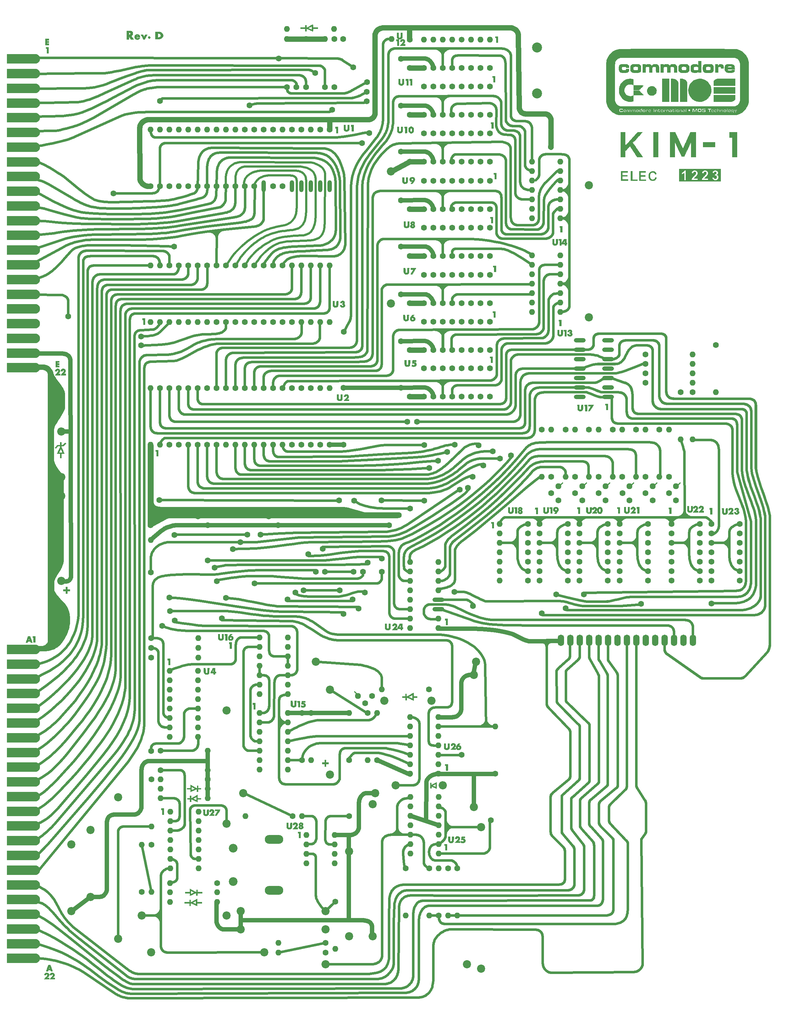
<source format=gtl>
G04 #@! TF.GenerationSoftware,KiCad,Pcbnew,7.0.2*
G04 #@! TF.CreationDate,2023-05-24T19:57:05+02:00*
G04 #@! TF.ProjectId,kim-1,6b696d2d-312e-46b6-9963-61645f706362,rev?*
G04 #@! TF.SameCoordinates,Original*
G04 #@! TF.FileFunction,Copper,L1,Top*
G04 #@! TF.FilePolarity,Positive*
%FSLAX46Y46*%
G04 Gerber Fmt 4.6, Leading zero omitted, Abs format (unit mm)*
G04 Created by KiCad (PCBNEW 7.0.2) date 2023-05-24 19:57:05*
%MOMM*%
%LPD*%
G01*
G04 APERTURE LIST*
G04 Aperture macros list*
%AMRoundRect*
0 Rectangle with rounded corners*
0 $1 Rounding radius*
0 $2 $3 $4 $5 $6 $7 $8 $9 X,Y pos of 4 corners*
0 Add a 4 corners polygon primitive as box body*
4,1,4,$2,$3,$4,$5,$6,$7,$8,$9,$2,$3,0*
0 Add four circle primitives for the rounded corners*
1,1,$1+$1,$2,$3*
1,1,$1+$1,$4,$5*
1,1,$1+$1,$6,$7*
1,1,$1+$1,$8,$9*
0 Add four rect primitives between the rounded corners*
20,1,$1+$1,$2,$3,$4,$5,0*
20,1,$1+$1,$4,$5,$6,$7,0*
20,1,$1+$1,$6,$7,$8,$9,0*
20,1,$1+$1,$8,$9,$2,$3,0*%
%AMFreePoly0*
4,1,36,0.178017,0.779942,0.347107,0.720775,0.498792,0.625465,0.625465,0.498792,0.720775,0.347107,0.779942,0.178017,0.800000,0.000000,0.779942,-0.178017,0.720775,-0.347107,0.625465,-0.498792,0.544814,-0.579442,0.982052,-1.024930,1.020245,-1.092533,1.019520,-1.170175,0.980070,-1.237052,0.912467,-1.275245,0.834824,-1.274520,0.767947,-1.235070,0.284632,-0.742635,0.178017,-0.779942,
0.000000,-0.800000,-0.178017,-0.779942,-0.347107,-0.720775,-0.498792,-0.625465,-0.625465,-0.498792,-0.720775,-0.347107,-0.779942,-0.178017,-0.800000,0.000000,-0.779942,0.178017,-0.720775,0.347107,-0.625465,0.498792,-0.498792,0.625465,-0.347107,0.720775,-0.178017,0.779942,0.000000,0.800000,0.178017,0.779942,0.178017,0.779942,$1*%
%AMFreePoly1*
4,1,22,-1.300000,4.445000,1.300000,4.445000,1.300000,-3.145000,1.280250,-3.370743,1.221600,-3.589626,1.125833,-3.795000,0.995858,-3.980624,0.835624,-4.140858,0.650000,-4.270833,0.444626,-4.366600,0.225743,-4.425250,0.000000,-4.445000,-0.225743,-4.425250,-0.444626,-4.366600,-0.650000,-4.270833,-0.835624,-4.140858,-0.995858,-3.980624,-1.125833,-3.795000,-1.221600,-3.589626,-1.280250,-3.370743,
-1.300000,-3.145000,-1.300000,4.445000,-1.300000,4.445000,$1*%
G04 Aperture macros list end*
G04 #@! TA.AperFunction,EtchedComponent*
%ADD10C,0.010000*%
G04 #@! TD*
G04 #@! TA.AperFunction,ComponentPad*
%ADD11C,2.200000*%
G04 #@! TD*
G04 #@! TA.AperFunction,ComponentPad*
%ADD12C,1.600000*%
G04 #@! TD*
G04 #@! TA.AperFunction,ComponentPad*
%ADD13O,1.600000X1.600000*%
G04 #@! TD*
G04 #@! TA.AperFunction,ComponentPad*
%ADD14O,1.200000X1.200000*%
G04 #@! TD*
G04 #@! TA.AperFunction,SMDPad,CuDef*
%ADD15C,1.600000*%
G04 #@! TD*
G04 #@! TA.AperFunction,SMDPad,CuDef*
%ADD16FreePoly0,90.000000*%
G04 #@! TD*
G04 #@! TA.AperFunction,ConnectorPad*
%ADD17FreePoly1,90.000000*%
G04 #@! TD*
G04 #@! TA.AperFunction,ComponentPad*
%ADD18C,2.340000*%
G04 #@! TD*
G04 #@! TA.AperFunction,ComponentPad*
%ADD19RoundRect,1.170000X1.330000X0.000000X-1.330000X0.000000X-1.330000X0.000000X1.330000X0.000000X0*%
G04 #@! TD*
G04 #@! TA.AperFunction,SMDPad,CuDef*
%ADD20RoundRect,0.600000X1.000000X0.000000X-1.000000X0.000000X-1.000000X0.000000X1.000000X0.000000X0*%
G04 #@! TD*
G04 #@! TA.AperFunction,ComponentPad*
%ADD21RoundRect,0.765000X0.085000X-0.735000X0.085000X0.735000X-0.085000X0.735000X-0.085000X-0.735000X0*%
G04 #@! TD*
G04 #@! TA.AperFunction,SMDPad,CuDef*
%ADD22FreePoly0,180.000000*%
G04 #@! TD*
G04 #@! TA.AperFunction,ComponentPad*
%ADD23C,2.700000*%
G04 #@! TD*
G04 #@! TA.AperFunction,ComponentPad*
%ADD24O,1.600000X1.500000*%
G04 #@! TD*
G04 #@! TA.AperFunction,ComponentPad*
%ADD25O,2.200000X2.200000*%
G04 #@! TD*
G04 #@! TA.AperFunction,SMDPad,CuDef*
%ADD26RoundRect,0.600000X0.000000X1.000000X0.000000X-1.000000X0.000000X-1.000000X0.000000X1.000000X0*%
G04 #@! TD*
G04 #@! TA.AperFunction,ViaPad*
%ADD27C,1.600000*%
G04 #@! TD*
G04 #@! TA.AperFunction,Conductor*
%ADD28C,1.200000*%
G04 #@! TD*
G04 #@! TA.AperFunction,Conductor*
%ADD29C,1.399999*%
G04 #@! TD*
G04 #@! TA.AperFunction,Conductor*
%ADD30C,0.699999*%
G04 #@! TD*
G04 #@! TA.AperFunction,Conductor*
%ADD31C,0.720636*%
G04 #@! TD*
G04 #@! TA.AperFunction,Conductor*
%ADD32C,0.665464*%
G04 #@! TD*
G04 #@! TA.AperFunction,Conductor*
%ADD33C,0.600000*%
G04 #@! TD*
G04 #@! TA.AperFunction,Conductor*
%ADD34C,0.676614*%
G04 #@! TD*
G04 #@! TA.AperFunction,Conductor*
%ADD35C,0.700000*%
G04 #@! TD*
G04 #@! TA.AperFunction,Conductor*
%ADD36C,0.127000*%
G04 #@! TD*
G04 APERTURE END LIST*
G04 #@! TO.C,LOGO*
D10*
X219352135Y-98891024D02*
X218082135Y-98891024D01*
X218082135Y-92197377D01*
X219352135Y-92197377D01*
X219352135Y-98891024D01*
G04 #@! TA.AperFunction,EtchedComponent*
G36*
X219352135Y-98891024D02*
G01*
X218082135Y-98891024D01*
X218082135Y-92197377D01*
X219352135Y-92197377D01*
X219352135Y-98891024D01*
G37*
G04 #@! TD.AperFunction*
X222340370Y-84009612D02*
X220457782Y-84009612D01*
X220457782Y-77853848D01*
X222340370Y-77853848D01*
X222340370Y-84009612D01*
G04 #@! TA.AperFunction,EtchedComponent*
G36*
X222340370Y-84009612D02*
G01*
X220457782Y-84009612D01*
X220457782Y-77853848D01*
X222340370Y-77853848D01*
X222340370Y-84009612D01*
G37*
G04 #@! TD.AperFunction*
X234681782Y-96186671D02*
X231454488Y-96186671D01*
X231454488Y-94916671D01*
X234681782Y-94916671D01*
X234681782Y-96186671D01*
G04 #@! TA.AperFunction,EtchedComponent*
G36*
X234681782Y-96186671D02*
G01*
X231454488Y-96186671D01*
X231454488Y-94916671D01*
X234681782Y-94916671D01*
X234681782Y-96186671D01*
G37*
G04 #@! TD.AperFunction*
X240105429Y-81768436D02*
X234293311Y-81768436D01*
X234293311Y-80095024D01*
X240105429Y-80095024D01*
X240105429Y-81768436D01*
G04 #@! TA.AperFunction,EtchedComponent*
G36*
X240105429Y-81768436D02*
G01*
X234293311Y-81768436D01*
X234293311Y-80095024D01*
X240105429Y-80095024D01*
X240105429Y-81768436D01*
G37*
G04 #@! TD.AperFunction*
X212389546Y-104972083D02*
X213794017Y-104972083D01*
X213794017Y-105285848D01*
X211986135Y-105285848D01*
X211986135Y-102745848D01*
X212389546Y-102745848D01*
X212389546Y-104972083D01*
G04 #@! TA.AperFunction,EtchedComponent*
G36*
X212389546Y-104972083D02*
G01*
X213794017Y-104972083D01*
X213794017Y-105285848D01*
X211986135Y-105285848D01*
X211986135Y-102745848D01*
X212389546Y-102745848D01*
X212389546Y-104972083D01*
G37*
G04 #@! TD.AperFunction*
X240591017Y-98883553D02*
X239952282Y-98887449D01*
X239313546Y-98891345D01*
X239313546Y-93692026D01*
X238951223Y-93688025D01*
X238588899Y-93684024D01*
X238588899Y-92204848D01*
X240591017Y-92204848D01*
X240591017Y-98883553D01*
G04 #@! TA.AperFunction,EtchedComponent*
G36*
X240591017Y-98883553D02*
G01*
X239952282Y-98887449D01*
X239313546Y-98891345D01*
X239313546Y-93692026D01*
X238951223Y-93688025D01*
X238588899Y-93684024D01*
X238588899Y-92204848D01*
X240591017Y-92204848D01*
X240591017Y-98883553D01*
G37*
G04 #@! TD.AperFunction*
X211134488Y-103029730D02*
X209715076Y-103029730D01*
X209715076Y-103791730D01*
X211044840Y-103791730D01*
X211044840Y-104105495D01*
X209715076Y-104105495D01*
X209715076Y-104942201D01*
X211179311Y-104942201D01*
X211179311Y-105255965D01*
X209371429Y-105255965D01*
X209371429Y-102715965D01*
X211134488Y-102715965D01*
X211134488Y-103029730D01*
G04 #@! TA.AperFunction,EtchedComponent*
G36*
X211134488Y-103029730D02*
G01*
X209715076Y-103029730D01*
X209715076Y-103791730D01*
X211044840Y-103791730D01*
X211044840Y-104105495D01*
X209715076Y-104105495D01*
X209715076Y-104942201D01*
X211179311Y-104942201D01*
X211179311Y-105255965D01*
X209371429Y-105255965D01*
X209371429Y-102715965D01*
X211134488Y-102715965D01*
X211134488Y-103029730D01*
G37*
G04 #@! TD.AperFunction*
X215990370Y-103059612D02*
X214570958Y-103059612D01*
X214570958Y-103821612D01*
X215900723Y-103821612D01*
X215900723Y-104135377D01*
X214570958Y-104135377D01*
X214570958Y-104971801D01*
X216042664Y-104979553D01*
X216046922Y-105132701D01*
X216051180Y-105285848D01*
X214242252Y-105285848D01*
X214242252Y-102745848D01*
X215990370Y-102745848D01*
X215990370Y-103059612D01*
G04 #@! TA.AperFunction,EtchedComponent*
G36*
X215990370Y-103059612D02*
G01*
X214570958Y-103059612D01*
X214570958Y-103821612D01*
X215900723Y-103821612D01*
X215900723Y-104135377D01*
X214570958Y-104135377D01*
X214570958Y-104971801D01*
X216042664Y-104979553D01*
X216046922Y-105132701D01*
X216051180Y-105285848D01*
X214242252Y-105285848D01*
X214242252Y-102745848D01*
X215990370Y-102745848D01*
X215990370Y-103059612D01*
G37*
G04 #@! TD.AperFunction*
X240105429Y-79661730D02*
X234293311Y-79661730D01*
X234293311Y-78574484D01*
X234355210Y-78450814D01*
X234429160Y-78328612D01*
X234522256Y-78220879D01*
X234636362Y-78126340D01*
X234773343Y-78043720D01*
X234935063Y-77971746D01*
X235123385Y-77909141D01*
X235163884Y-77897775D01*
X235324751Y-77853848D01*
X240105429Y-77853848D01*
X240105429Y-79661730D01*
G04 #@! TA.AperFunction,EtchedComponent*
G36*
X240105429Y-79661730D02*
G01*
X234293311Y-79661730D01*
X234293311Y-78574484D01*
X234355210Y-78450814D01*
X234429160Y-78328612D01*
X234522256Y-78220879D01*
X234636362Y-78126340D01*
X234773343Y-78043720D01*
X234935063Y-77971746D01*
X235123385Y-77909141D01*
X235163884Y-77897775D01*
X235324751Y-77853848D01*
X240105429Y-77853848D01*
X240105429Y-79661730D01*
G37*
G04 #@! TD.AperFunction*
X217063807Y-86272330D02*
X217120113Y-86280213D01*
X217160852Y-86294596D01*
X217166988Y-86298840D01*
X217181783Y-86324928D01*
X217185664Y-86349736D01*
X217184544Y-86365858D01*
X217177548Y-86376173D01*
X217159222Y-86381977D01*
X217124111Y-86384566D01*
X217066763Y-86385237D01*
X217036252Y-86385259D01*
X216886840Y-86385259D01*
X216886840Y-86341012D01*
X216890304Y-86312042D01*
X216906049Y-86294961D01*
X216942106Y-86281915D01*
X216949278Y-86279951D01*
X217003130Y-86271919D01*
X217063807Y-86272330D01*
G04 #@! TA.AperFunction,EtchedComponent*
G36*
X217063807Y-86272330D02*
G01*
X217120113Y-86280213D01*
X217160852Y-86294596D01*
X217166988Y-86298840D01*
X217181783Y-86324928D01*
X217185664Y-86349736D01*
X217184544Y-86365858D01*
X217177548Y-86376173D01*
X217159222Y-86381977D01*
X217124111Y-86384566D01*
X217066763Y-86385237D01*
X217036252Y-86385259D01*
X216886840Y-86385259D01*
X216886840Y-86341012D01*
X216890304Y-86312042D01*
X216906049Y-86294961D01*
X216942106Y-86281915D01*
X216949278Y-86279951D01*
X217003130Y-86271919D01*
X217063807Y-86272330D01*
G37*
G04 #@! TD.AperFunction*
X222725651Y-86505243D02*
X222779638Y-86510141D01*
X222818839Y-86518527D01*
X222832746Y-86526378D01*
X222846546Y-86563361D01*
X222836875Y-86602753D01*
X222806788Y-86633198D01*
X222803546Y-86634930D01*
X222764239Y-86645821D01*
X222707267Y-86651619D01*
X222644441Y-86652139D01*
X222587573Y-86647200D01*
X222553282Y-86638794D01*
X222528340Y-86614767D01*
X222518822Y-86577060D01*
X222526469Y-86538560D01*
X222537593Y-86522718D01*
X222562849Y-86512572D01*
X222608469Y-86506350D01*
X222665666Y-86503943D01*
X222725651Y-86505243D01*
G04 #@! TA.AperFunction,EtchedComponent*
G36*
X222725651Y-86505243D02*
G01*
X222779638Y-86510141D01*
X222818839Y-86518527D01*
X222832746Y-86526378D01*
X222846546Y-86563361D01*
X222836875Y-86602753D01*
X222806788Y-86633198D01*
X222803546Y-86634930D01*
X222764239Y-86645821D01*
X222707267Y-86651619D01*
X222644441Y-86652139D01*
X222587573Y-86647200D01*
X222553282Y-86638794D01*
X222528340Y-86614767D01*
X222518822Y-86577060D01*
X222526469Y-86538560D01*
X222537593Y-86522718D01*
X222562849Y-86512572D01*
X222608469Y-86506350D01*
X222665666Y-86503943D01*
X222725651Y-86505243D01*
G37*
G04 #@! TD.AperFunction*
X223113576Y-77853885D02*
X223214049Y-77854330D01*
X223291473Y-77856054D01*
X223352671Y-77859686D01*
X223404471Y-77865858D01*
X223453696Y-77875200D01*
X223507172Y-77888343D01*
X223518178Y-77891268D01*
X223734073Y-77956260D01*
X223930711Y-78030057D01*
X224105133Y-78111354D01*
X224254380Y-78198847D01*
X224317144Y-78243373D01*
X224444953Y-78358548D01*
X224555879Y-78495526D01*
X224646481Y-78649416D01*
X224707612Y-78797776D01*
X224745899Y-78912469D01*
X224745899Y-84009612D01*
X222848370Y-84009612D01*
X222848370Y-77853848D01*
X223113576Y-77853885D01*
G04 #@! TA.AperFunction,EtchedComponent*
G36*
X223113576Y-77853885D02*
G01*
X223214049Y-77854330D01*
X223291473Y-77856054D01*
X223352671Y-77859686D01*
X223404471Y-77865858D01*
X223453696Y-77875200D01*
X223507172Y-77888343D01*
X223518178Y-77891268D01*
X223734073Y-77956260D01*
X223930711Y-78030057D01*
X224105133Y-78111354D01*
X224254380Y-78198847D01*
X224317144Y-78243373D01*
X224444953Y-78358548D01*
X224555879Y-78495526D01*
X224646481Y-78649416D01*
X224707612Y-78797776D01*
X224745899Y-78912469D01*
X224745899Y-84009612D01*
X222848370Y-84009612D01*
X222848370Y-77853848D01*
X223113576Y-77853885D01*
G37*
G04 #@! TD.AperFunction*
X234027624Y-86277074D02*
X234071143Y-86284310D01*
X234102437Y-86304074D01*
X234121720Y-86335830D01*
X234122457Y-86367699D01*
X234119885Y-86372911D01*
X234102620Y-86378136D01*
X234062263Y-86382266D01*
X234005598Y-86384764D01*
X233963723Y-86385259D01*
X233896150Y-86384989D01*
X233852989Y-86383307D01*
X233828770Y-86378904D01*
X233818023Y-86370473D01*
X233815277Y-86356705D01*
X233815193Y-86349736D01*
X233824256Y-86313878D01*
X233837923Y-86295348D01*
X233866390Y-86284423D01*
X233914314Y-86277412D01*
X233971468Y-86274801D01*
X234027624Y-86277074D01*
G04 #@! TA.AperFunction,EtchedComponent*
G36*
X234027624Y-86277074D02*
G01*
X234071143Y-86284310D01*
X234102437Y-86304074D01*
X234121720Y-86335830D01*
X234122457Y-86367699D01*
X234119885Y-86372911D01*
X234102620Y-86378136D01*
X234062263Y-86382266D01*
X234005598Y-86384764D01*
X233963723Y-86385259D01*
X233896150Y-86384989D01*
X233852989Y-86383307D01*
X233828770Y-86378904D01*
X233818023Y-86370473D01*
X233815277Y-86356705D01*
X233815193Y-86349736D01*
X233824256Y-86313878D01*
X233837923Y-86295348D01*
X233866390Y-86284423D01*
X233914314Y-86277412D01*
X233971468Y-86274801D01*
X234027624Y-86277074D01*
G37*
G04 #@! TD.AperFunction*
X220401540Y-86277371D02*
X220450270Y-86288631D01*
X220477596Y-86309667D01*
X220487444Y-86342334D01*
X220487664Y-86349736D01*
X220486616Y-86365543D01*
X220479922Y-86375789D01*
X220462259Y-86381679D01*
X220428303Y-86384419D01*
X220372732Y-86385214D01*
X220330782Y-86385259D01*
X220260496Y-86384793D01*
X220214875Y-86382796D01*
X220188710Y-86378371D01*
X220176788Y-86370621D01*
X220173901Y-86358646D01*
X220173899Y-86358233D01*
X220180874Y-86318761D01*
X220204463Y-86293039D01*
X220248658Y-86278875D01*
X220317453Y-86274080D01*
X220327477Y-86274031D01*
X220401540Y-86277371D01*
G04 #@! TA.AperFunction,EtchedComponent*
G36*
X220401540Y-86277371D02*
G01*
X220450270Y-86288631D01*
X220477596Y-86309667D01*
X220487444Y-86342334D01*
X220487664Y-86349736D01*
X220486616Y-86365543D01*
X220479922Y-86375789D01*
X220462259Y-86381679D01*
X220428303Y-86384419D01*
X220372732Y-86385214D01*
X220330782Y-86385259D01*
X220260496Y-86384793D01*
X220214875Y-86382796D01*
X220188710Y-86378371D01*
X220176788Y-86370621D01*
X220173901Y-86358646D01*
X220173899Y-86358233D01*
X220180874Y-86318761D01*
X220204463Y-86293039D01*
X220248658Y-86278875D01*
X220317453Y-86274080D01*
X220327477Y-86274031D01*
X220401540Y-86277371D01*
G37*
G04 #@! TD.AperFunction*
X226349072Y-86506589D02*
X226398048Y-86510556D01*
X226427989Y-86516147D01*
X226431625Y-86517790D01*
X226444899Y-86541869D01*
X226446566Y-86580474D01*
X226437065Y-86618761D01*
X226413867Y-86637801D01*
X226404370Y-86640918D01*
X226366486Y-86646970D01*
X226313055Y-86650447D01*
X226254972Y-86651239D01*
X226203137Y-86649238D01*
X226168447Y-86644335D01*
X226165311Y-86643310D01*
X226132002Y-86617391D01*
X226121040Y-86579619D01*
X226134256Y-86539869D01*
X226143966Y-86528268D01*
X226165989Y-86515440D01*
X226204222Y-86508041D01*
X226264474Y-86505144D01*
X226289643Y-86505018D01*
X226349072Y-86506589D01*
G04 #@! TA.AperFunction,EtchedComponent*
G36*
X226349072Y-86506589D02*
G01*
X226398048Y-86510556D01*
X226427989Y-86516147D01*
X226431625Y-86517790D01*
X226444899Y-86541869D01*
X226446566Y-86580474D01*
X226437065Y-86618761D01*
X226413867Y-86637801D01*
X226404370Y-86640918D01*
X226366486Y-86646970D01*
X226313055Y-86650447D01*
X226254972Y-86651239D01*
X226203137Y-86649238D01*
X226168447Y-86644335D01*
X226165311Y-86643310D01*
X226132002Y-86617391D01*
X226121040Y-86579619D01*
X226134256Y-86539869D01*
X226143966Y-86528268D01*
X226165989Y-86515440D01*
X226204222Y-86508041D01*
X226264474Y-86505144D01*
X226289643Y-86505018D01*
X226349072Y-86506589D01*
G37*
G04 #@! TD.AperFunction*
X239487259Y-86299158D02*
X239538915Y-86312109D01*
X239569979Y-86337935D01*
X239584800Y-86380108D01*
X239587816Y-86437016D01*
X239582809Y-86496461D01*
X239570714Y-86535800D01*
X239565037Y-86543584D01*
X239538826Y-86555605D01*
X239492072Y-86565356D01*
X239434084Y-86571878D01*
X239374172Y-86574210D01*
X239321647Y-86571392D01*
X239310904Y-86569795D01*
X239269623Y-86554515D01*
X239244842Y-86523131D01*
X239233740Y-86470765D01*
X239232437Y-86434148D01*
X239237094Y-86374617D01*
X239253991Y-86334413D01*
X239287516Y-86310126D01*
X239342056Y-86298344D01*
X239410664Y-86295612D01*
X239487259Y-86299158D01*
G04 #@! TA.AperFunction,EtchedComponent*
G36*
X239487259Y-86299158D02*
G01*
X239538915Y-86312109D01*
X239569979Y-86337935D01*
X239584800Y-86380108D01*
X239587816Y-86437016D01*
X239582809Y-86496461D01*
X239570714Y-86535800D01*
X239565037Y-86543584D01*
X239538826Y-86555605D01*
X239492072Y-86565356D01*
X239434084Y-86571878D01*
X239374172Y-86574210D01*
X239321647Y-86571392D01*
X239310904Y-86569795D01*
X239269623Y-86554515D01*
X239244842Y-86523131D01*
X239233740Y-86470765D01*
X239232437Y-86434148D01*
X239237094Y-86374617D01*
X239253991Y-86334413D01*
X239287516Y-86310126D01*
X239342056Y-86298344D01*
X239410664Y-86295612D01*
X239487259Y-86299158D01*
G37*
G04 #@! TD.AperFunction*
X240105074Y-82735877D02*
X240104925Y-82876589D01*
X240104560Y-82990766D01*
X240103793Y-83081758D01*
X240102437Y-83152912D01*
X240100307Y-83207576D01*
X240097215Y-83249099D01*
X240092975Y-83280829D01*
X240087402Y-83306113D01*
X240080309Y-83328301D01*
X240071509Y-83350739D01*
X240070760Y-83352562D01*
X240003355Y-83484003D01*
X239914689Y-83600848D01*
X239803441Y-83704073D01*
X239668290Y-83794653D01*
X239507915Y-83873563D01*
X239320993Y-83941780D01*
X239239985Y-83965874D01*
X239084246Y-84009612D01*
X234293311Y-84009612D01*
X234293311Y-82201730D01*
X240105429Y-82201730D01*
X240105074Y-82735877D01*
G04 #@! TA.AperFunction,EtchedComponent*
G36*
X240105074Y-82735877D02*
G01*
X240104925Y-82876589D01*
X240104560Y-82990766D01*
X240103793Y-83081758D01*
X240102437Y-83152912D01*
X240100307Y-83207576D01*
X240097215Y-83249099D01*
X240092975Y-83280829D01*
X240087402Y-83306113D01*
X240080309Y-83328301D01*
X240071509Y-83350739D01*
X240070760Y-83352562D01*
X240003355Y-83484003D01*
X239914689Y-83600848D01*
X239803441Y-83704073D01*
X239668290Y-83794653D01*
X239507915Y-83873563D01*
X239320993Y-83941780D01*
X239239985Y-83965874D01*
X239084246Y-84009612D01*
X234293311Y-84009612D01*
X234293311Y-82201730D01*
X240105429Y-82201730D01*
X240105074Y-82735877D01*
G37*
G04 #@! TD.AperFunction*
X214273265Y-79646914D02*
X214459857Y-79647277D01*
X214635545Y-79647860D01*
X214798194Y-79648644D01*
X214945674Y-79649611D01*
X215075852Y-79650744D01*
X215186595Y-79652022D01*
X215275770Y-79653429D01*
X215341247Y-79654946D01*
X215380891Y-79656555D01*
X215392723Y-79658066D01*
X215382451Y-79670435D01*
X215352907Y-79701945D01*
X215305995Y-79750656D01*
X215243619Y-79814626D01*
X215167685Y-79891914D01*
X215080097Y-79980579D01*
X214982760Y-80078681D01*
X214877580Y-80184278D01*
X214806212Y-80255713D01*
X214219700Y-80842083D01*
X212763076Y-80842083D01*
X212763076Y-79646789D01*
X214077899Y-79646789D01*
X214273265Y-79646914D01*
G04 #@! TA.AperFunction,EtchedComponent*
G36*
X214273265Y-79646914D02*
G01*
X214459857Y-79647277D01*
X214635545Y-79647860D01*
X214798194Y-79648644D01*
X214945674Y-79649611D01*
X215075852Y-79650744D01*
X215186595Y-79652022D01*
X215275770Y-79653429D01*
X215341247Y-79654946D01*
X215380891Y-79656555D01*
X215392723Y-79658066D01*
X215382451Y-79670435D01*
X215352907Y-79701945D01*
X215305995Y-79750656D01*
X215243619Y-79814626D01*
X215167685Y-79891914D01*
X215080097Y-79980579D01*
X214982760Y-80078681D01*
X214877580Y-80184278D01*
X214806212Y-80255713D01*
X214219700Y-80842083D01*
X212763076Y-80842083D01*
X212763076Y-79646789D01*
X214077899Y-79646789D01*
X214273265Y-79646914D01*
G37*
G04 #@! TD.AperFunction*
X214807208Y-81635644D02*
X214915502Y-81745271D01*
X215017369Y-81848674D01*
X215110885Y-81943880D01*
X215194127Y-82028918D01*
X215265173Y-82101819D01*
X215322100Y-82160609D01*
X215362984Y-82203318D01*
X215385902Y-82227974D01*
X215390233Y-82233291D01*
X215376404Y-82235406D01*
X215334473Y-82237393D01*
X215266218Y-82239233D01*
X215173417Y-82240909D01*
X215057852Y-82242403D01*
X214921299Y-82243696D01*
X214765539Y-82244771D01*
X214592351Y-82245609D01*
X214403513Y-82246193D01*
X214200805Y-82246505D01*
X214079144Y-82246553D01*
X212763076Y-82246553D01*
X212763076Y-81051259D01*
X214229163Y-81051259D01*
X214807208Y-81635644D01*
G04 #@! TA.AperFunction,EtchedComponent*
G36*
X214807208Y-81635644D02*
G01*
X214915502Y-81745271D01*
X215017369Y-81848674D01*
X215110885Y-81943880D01*
X215194127Y-82028918D01*
X215265173Y-82101819D01*
X215322100Y-82160609D01*
X215362984Y-82203318D01*
X215385902Y-82227974D01*
X215390233Y-82233291D01*
X215376404Y-82235406D01*
X215334473Y-82237393D01*
X215266218Y-82239233D01*
X215173417Y-82240909D01*
X215057852Y-82242403D01*
X214921299Y-82243696D01*
X214765539Y-82244771D01*
X214592351Y-82245609D01*
X214403513Y-82246193D01*
X214200805Y-82246505D01*
X214079144Y-82246553D01*
X212763076Y-82246553D01*
X212763076Y-81051259D01*
X214229163Y-81051259D01*
X214807208Y-81635644D01*
G37*
G04 #@! TD.AperFunction*
X210358195Y-86305844D02*
X210434162Y-86309174D01*
X210485252Y-86320819D01*
X210516193Y-86345004D01*
X210531707Y-86385954D01*
X210536521Y-86447894D01*
X210536612Y-86465356D01*
X210534747Y-86516923D01*
X210530142Y-86557305D01*
X210525102Y-86574825D01*
X210496337Y-86596709D01*
X210447006Y-86612893D01*
X210386070Y-86622284D01*
X210322486Y-86623790D01*
X210265215Y-86616317D01*
X210242729Y-86609273D01*
X210207764Y-86584774D01*
X210187053Y-86542631D01*
X210178659Y-86478215D01*
X210178252Y-86455132D01*
X210181994Y-86391223D01*
X210196281Y-86348148D01*
X210225709Y-86322096D01*
X210274871Y-86309255D01*
X210348363Y-86305812D01*
X210358195Y-86305844D01*
G04 #@! TA.AperFunction,EtchedComponent*
G36*
X210358195Y-86305844D02*
G01*
X210434162Y-86309174D01*
X210485252Y-86320819D01*
X210516193Y-86345004D01*
X210531707Y-86385954D01*
X210536521Y-86447894D01*
X210536612Y-86465356D01*
X210534747Y-86516923D01*
X210530142Y-86557305D01*
X210525102Y-86574825D01*
X210496337Y-86596709D01*
X210447006Y-86612893D01*
X210386070Y-86622284D01*
X210322486Y-86623790D01*
X210265215Y-86616317D01*
X210242729Y-86609273D01*
X210207764Y-86584774D01*
X210187053Y-86542631D01*
X210178659Y-86478215D01*
X210178252Y-86455132D01*
X210181994Y-86391223D01*
X210196281Y-86348148D01*
X210225709Y-86322096D01*
X210274871Y-86309255D01*
X210348363Y-86305812D01*
X210358195Y-86305844D01*
G37*
G04 #@! TD.AperFunction*
X215578000Y-86308398D02*
X215627624Y-86315588D01*
X215654160Y-86325467D01*
X215667103Y-86351430D01*
X215675060Y-86397372D01*
X215678036Y-86453808D01*
X215676038Y-86511254D01*
X215669074Y-86560226D01*
X215657148Y-86591240D01*
X215653975Y-86594617D01*
X215624802Y-86606280D01*
X215575784Y-86614457D01*
X215516808Y-86618655D01*
X215457762Y-86618379D01*
X215408533Y-86613135D01*
X215388957Y-86607853D01*
X215356307Y-86585670D01*
X215336684Y-86546826D01*
X215328431Y-86486719D01*
X215328223Y-86439378D01*
X215334465Y-86380831D01*
X215352524Y-86341392D01*
X215386853Y-86317813D01*
X215441911Y-86306849D01*
X215512519Y-86305076D01*
X215578000Y-86308398D01*
G04 #@! TA.AperFunction,EtchedComponent*
G36*
X215578000Y-86308398D02*
G01*
X215627624Y-86315588D01*
X215654160Y-86325467D01*
X215667103Y-86351430D01*
X215675060Y-86397372D01*
X215678036Y-86453808D01*
X215676038Y-86511254D01*
X215669074Y-86560226D01*
X215657148Y-86591240D01*
X215653975Y-86594617D01*
X215624802Y-86606280D01*
X215575784Y-86614457D01*
X215516808Y-86618655D01*
X215457762Y-86618379D01*
X215408533Y-86613135D01*
X215388957Y-86607853D01*
X215356307Y-86585670D01*
X215336684Y-86546826D01*
X215328431Y-86486719D01*
X215328223Y-86439378D01*
X215334465Y-86380831D01*
X215352524Y-86341392D01*
X215386853Y-86317813D01*
X215441911Y-86306849D01*
X215512519Y-86305076D01*
X215578000Y-86308398D01*
G37*
G04 #@! TD.AperFunction*
X238634213Y-86312435D02*
X238682861Y-86320993D01*
X238711783Y-86340597D01*
X238726014Y-86375620D01*
X238730587Y-86430429D01*
X238730840Y-86458177D01*
X238728363Y-86527563D01*
X238717468Y-86572780D01*
X238692961Y-86599365D01*
X238649648Y-86612857D01*
X238582335Y-86618795D01*
X238580101Y-86618904D01*
X238521039Y-86619696D01*
X238470143Y-86616735D01*
X238437892Y-86610658D01*
X238436729Y-86610187D01*
X238399907Y-86582920D01*
X238379457Y-86537771D01*
X238374004Y-86470940D01*
X238375442Y-86440926D01*
X238382113Y-86385140D01*
X238396012Y-86347890D01*
X238422348Y-86325512D01*
X238466327Y-86314342D01*
X238533159Y-86310718D01*
X238560805Y-86310553D01*
X238634213Y-86312435D01*
G04 #@! TA.AperFunction,EtchedComponent*
G36*
X238634213Y-86312435D02*
G01*
X238682861Y-86320993D01*
X238711783Y-86340597D01*
X238726014Y-86375620D01*
X238730587Y-86430429D01*
X238730840Y-86458177D01*
X238728363Y-86527563D01*
X238717468Y-86572780D01*
X238692961Y-86599365D01*
X238649648Y-86612857D01*
X238582335Y-86618795D01*
X238580101Y-86618904D01*
X238521039Y-86619696D01*
X238470143Y-86616735D01*
X238437892Y-86610658D01*
X238436729Y-86610187D01*
X238399907Y-86582920D01*
X238379457Y-86537771D01*
X238374004Y-86470940D01*
X238375442Y-86440926D01*
X238382113Y-86385140D01*
X238396012Y-86347890D01*
X238422348Y-86325512D01*
X238466327Y-86314342D01*
X238533159Y-86310718D01*
X238560805Y-86310553D01*
X238634213Y-86312435D01*
G37*
G04 #@! TD.AperFunction*
X213813314Y-86304382D02*
X213872036Y-86311786D01*
X213917965Y-86324645D01*
X213937080Y-86336221D01*
X213949461Y-86364209D01*
X213956662Y-86411518D01*
X213958631Y-86468034D01*
X213955316Y-86523638D01*
X213946665Y-86568215D01*
X213938366Y-86586199D01*
X213919843Y-86601683D01*
X213887401Y-86611518D01*
X213834343Y-86617381D01*
X213807631Y-86618904D01*
X213748568Y-86619696D01*
X213697672Y-86616735D01*
X213665422Y-86610658D01*
X213664258Y-86610187D01*
X213628964Y-86584513D01*
X213608252Y-86541554D01*
X213600096Y-86476477D01*
X213599782Y-86456333D01*
X213604774Y-86391510D01*
X213622496Y-86349133D01*
X213657065Y-86323032D01*
X213697299Y-86310248D01*
X213751751Y-86303510D01*
X213813314Y-86304382D01*
G04 #@! TA.AperFunction,EtchedComponent*
G36*
X213813314Y-86304382D02*
G01*
X213872036Y-86311786D01*
X213917965Y-86324645D01*
X213937080Y-86336221D01*
X213949461Y-86364209D01*
X213956662Y-86411518D01*
X213958631Y-86468034D01*
X213955316Y-86523638D01*
X213946665Y-86568215D01*
X213938366Y-86586199D01*
X213919843Y-86601683D01*
X213887401Y-86611518D01*
X213834343Y-86617381D01*
X213807631Y-86618904D01*
X213748568Y-86619696D01*
X213697672Y-86616735D01*
X213665422Y-86610658D01*
X213664258Y-86610187D01*
X213628964Y-86584513D01*
X213608252Y-86541554D01*
X213600096Y-86476477D01*
X213599782Y-86456333D01*
X213604774Y-86391510D01*
X213622496Y-86349133D01*
X213657065Y-86323032D01*
X213697299Y-86310248D01*
X213751751Y-86303510D01*
X213813314Y-86304382D01*
G37*
G04 #@! TD.AperFunction*
X224612818Y-86305093D02*
X224677736Y-86308423D01*
X224727062Y-86315638D01*
X224753336Y-86325467D01*
X224766280Y-86351430D01*
X224774236Y-86397372D01*
X224777212Y-86453808D01*
X224775215Y-86511254D01*
X224768250Y-86560226D01*
X224756325Y-86591240D01*
X224753152Y-86594617D01*
X224724156Y-86606234D01*
X224675439Y-86614515D01*
X224617032Y-86618920D01*
X224558965Y-86618914D01*
X224511267Y-86613956D01*
X224492321Y-86608607D01*
X224462600Y-86592707D01*
X224444666Y-86571190D01*
X224435619Y-86536793D01*
X224432556Y-86482254D01*
X224432363Y-86458546D01*
X224435384Y-86392636D01*
X224447933Y-86348303D01*
X224474697Y-86321562D01*
X224520362Y-86308426D01*
X224589614Y-86304911D01*
X224612818Y-86305093D01*
G04 #@! TA.AperFunction,EtchedComponent*
G36*
X224612818Y-86305093D02*
G01*
X224677736Y-86308423D01*
X224727062Y-86315638D01*
X224753336Y-86325467D01*
X224766280Y-86351430D01*
X224774236Y-86397372D01*
X224777212Y-86453808D01*
X224775215Y-86511254D01*
X224768250Y-86560226D01*
X224756325Y-86591240D01*
X224753152Y-86594617D01*
X224724156Y-86606234D01*
X224675439Y-86614515D01*
X224617032Y-86618920D01*
X224558965Y-86618914D01*
X224511267Y-86613956D01*
X224492321Y-86608607D01*
X224462600Y-86592707D01*
X224444666Y-86571190D01*
X224435619Y-86536793D01*
X224432556Y-86482254D01*
X224432363Y-86458546D01*
X224435384Y-86392636D01*
X224447933Y-86348303D01*
X224474697Y-86321562D01*
X224520362Y-86308426D01*
X224589614Y-86304911D01*
X224612818Y-86305093D01*
G37*
G04 #@! TD.AperFunction*
X237390931Y-86311240D02*
X237432501Y-86314275D01*
X237457957Y-86321122D01*
X237474176Y-86333245D01*
X237482405Y-86343760D01*
X237496368Y-86380466D01*
X237504224Y-86434992D01*
X237505218Y-86495762D01*
X237498595Y-86551198D01*
X237496493Y-86559878D01*
X237475904Y-86588956D01*
X237442173Y-86608437D01*
X237398654Y-86617561D01*
X237341044Y-86622269D01*
X237282128Y-86622256D01*
X237234689Y-86617215D01*
X237221782Y-86613718D01*
X237181856Y-86592051D01*
X237158544Y-86558849D01*
X237148353Y-86507321D01*
X237147076Y-86468445D01*
X237149655Y-86401640D01*
X237160619Y-86356742D01*
X237184811Y-86329489D01*
X237227071Y-86315615D01*
X237292242Y-86310859D01*
X237326370Y-86310553D01*
X237390931Y-86311240D01*
G04 #@! TA.AperFunction,EtchedComponent*
G36*
X237390931Y-86311240D02*
G01*
X237432501Y-86314275D01*
X237457957Y-86321122D01*
X237474176Y-86333245D01*
X237482405Y-86343760D01*
X237496368Y-86380466D01*
X237504224Y-86434992D01*
X237505218Y-86495762D01*
X237498595Y-86551198D01*
X237496493Y-86559878D01*
X237475904Y-86588956D01*
X237442173Y-86608437D01*
X237398654Y-86617561D01*
X237341044Y-86622269D01*
X237282128Y-86622256D01*
X237234689Y-86617215D01*
X237221782Y-86613718D01*
X237181856Y-86592051D01*
X237158544Y-86558849D01*
X237148353Y-86507321D01*
X237147076Y-86468445D01*
X237149655Y-86401640D01*
X237160619Y-86356742D01*
X237184811Y-86329489D01*
X237227071Y-86315615D01*
X237292242Y-86310859D01*
X237326370Y-86310553D01*
X237390931Y-86311240D01*
G37*
G04 #@! TD.AperFunction*
X214712756Y-86305407D02*
X214764024Y-86314217D01*
X214795241Y-86333945D01*
X214811273Y-86368803D01*
X214816983Y-86423003D01*
X214817488Y-86459965D01*
X214814832Y-86527544D01*
X214803531Y-86572497D01*
X214778584Y-86599556D01*
X214734992Y-86613455D01*
X214667753Y-86618925D01*
X214648956Y-86619476D01*
X214589848Y-86619867D01*
X214539980Y-86618312D01*
X214508966Y-86615144D01*
X214506610Y-86614572D01*
X214480505Y-86592949D01*
X214461901Y-86550551D01*
X214451603Y-86495726D01*
X214450415Y-86436822D01*
X214459141Y-86382187D01*
X214478584Y-86340167D01*
X214480006Y-86338356D01*
X214496665Y-86321075D01*
X214517150Y-86310589D01*
X214548811Y-86305252D01*
X214599001Y-86303417D01*
X214636575Y-86303303D01*
X214712756Y-86305407D01*
G04 #@! TA.AperFunction,EtchedComponent*
G36*
X214712756Y-86305407D02*
G01*
X214764024Y-86314217D01*
X214795241Y-86333945D01*
X214811273Y-86368803D01*
X214816983Y-86423003D01*
X214817488Y-86459965D01*
X214814832Y-86527544D01*
X214803531Y-86572497D01*
X214778584Y-86599556D01*
X214734992Y-86613455D01*
X214667753Y-86618925D01*
X214648956Y-86619476D01*
X214589848Y-86619867D01*
X214539980Y-86618312D01*
X214508966Y-86615144D01*
X214506610Y-86614572D01*
X214480505Y-86592949D01*
X214461901Y-86550551D01*
X214451603Y-86495726D01*
X214450415Y-86436822D01*
X214459141Y-86382187D01*
X214478584Y-86340167D01*
X214480006Y-86338356D01*
X214496665Y-86321075D01*
X214517150Y-86310589D01*
X214548811Y-86305252D01*
X214599001Y-86303417D01*
X214636575Y-86303303D01*
X214712756Y-86305407D01*
G37*
G04 #@! TD.AperFunction*
X225541517Y-77857624D02*
X225844076Y-77864057D01*
X226039983Y-77925545D01*
X226258093Y-78001727D01*
X226448657Y-78085309D01*
X226613412Y-78177725D01*
X226754093Y-78280409D01*
X226872435Y-78394794D01*
X226970174Y-78522316D01*
X227049046Y-78664409D01*
X227105313Y-78805876D01*
X227109263Y-78817892D01*
X227112863Y-78830240D01*
X227116132Y-78844286D01*
X227119084Y-78861399D01*
X227121736Y-78882946D01*
X227124104Y-78910294D01*
X227126204Y-78944810D01*
X227128052Y-78987862D01*
X227129664Y-79040817D01*
X227131056Y-79105042D01*
X227132245Y-79181905D01*
X227133246Y-79272772D01*
X227134076Y-79379012D01*
X227134751Y-79501991D01*
X227135286Y-79643076D01*
X227135698Y-79803636D01*
X227136003Y-79985037D01*
X227136218Y-80188647D01*
X227136357Y-80415833D01*
X227136438Y-80667962D01*
X227136475Y-80946401D01*
X227136487Y-81252519D01*
X227136488Y-81454200D01*
X227136488Y-84009612D01*
X225238958Y-84009612D01*
X225238958Y-77851192D01*
X225541517Y-77857624D01*
G04 #@! TA.AperFunction,EtchedComponent*
G36*
X225541517Y-77857624D02*
G01*
X225844076Y-77864057D01*
X226039983Y-77925545D01*
X226258093Y-78001727D01*
X226448657Y-78085309D01*
X226613412Y-78177725D01*
X226754093Y-78280409D01*
X226872435Y-78394794D01*
X226970174Y-78522316D01*
X227049046Y-78664409D01*
X227105313Y-78805876D01*
X227109263Y-78817892D01*
X227112863Y-78830240D01*
X227116132Y-78844286D01*
X227119084Y-78861399D01*
X227121736Y-78882946D01*
X227124104Y-78910294D01*
X227126204Y-78944810D01*
X227128052Y-78987862D01*
X227129664Y-79040817D01*
X227131056Y-79105042D01*
X227132245Y-79181905D01*
X227133246Y-79272772D01*
X227134076Y-79379012D01*
X227134751Y-79501991D01*
X227135286Y-79643076D01*
X227135698Y-79803636D01*
X227136003Y-79985037D01*
X227136218Y-80188647D01*
X227136357Y-80415833D01*
X227136438Y-80667962D01*
X227136475Y-80946401D01*
X227136487Y-81252519D01*
X227136488Y-81454200D01*
X227136488Y-84009612D01*
X225238958Y-84009612D01*
X225238958Y-77851192D01*
X225541517Y-77857624D01*
G37*
G04 #@! TD.AperFunction*
X230595605Y-86086704D02*
X230654583Y-86088048D01*
X230694909Y-86091276D01*
X230722199Y-86097198D01*
X230742066Y-86106622D01*
X230760126Y-86120358D01*
X230762625Y-86122495D01*
X230780504Y-86138879D01*
X230792404Y-86155505D01*
X230799540Y-86178486D01*
X230803131Y-86213934D01*
X230804394Y-86267960D01*
X230804546Y-86332992D01*
X230804130Y-86413365D01*
X230800242Y-86472592D01*
X230788929Y-86513900D01*
X230766232Y-86540516D01*
X230728198Y-86555666D01*
X230670869Y-86562578D01*
X230590290Y-86564478D01*
X230520664Y-86564553D01*
X230434698Y-86564127D01*
X230373262Y-86562439D01*
X230331010Y-86558875D01*
X230302596Y-86552822D01*
X230282675Y-86543665D01*
X230272055Y-86536008D01*
X230255433Y-86519853D01*
X230244594Y-86499314D01*
X230237949Y-86467623D01*
X230233910Y-86418013D01*
X230231583Y-86363562D01*
X230229782Y-86278289D01*
X230232233Y-86216762D01*
X230239968Y-86173019D01*
X230254022Y-86141095D01*
X230274515Y-86115938D01*
X230289035Y-86104090D01*
X230308344Y-86095893D01*
X230337742Y-86090687D01*
X230382527Y-86087817D01*
X230447998Y-86086624D01*
X230512360Y-86086436D01*
X230595605Y-86086704D01*
G04 #@! TA.AperFunction,EtchedComponent*
G36*
X230595605Y-86086704D02*
G01*
X230654583Y-86088048D01*
X230694909Y-86091276D01*
X230722199Y-86097198D01*
X230742066Y-86106622D01*
X230760126Y-86120358D01*
X230762625Y-86122495D01*
X230780504Y-86138879D01*
X230792404Y-86155505D01*
X230799540Y-86178486D01*
X230803131Y-86213934D01*
X230804394Y-86267960D01*
X230804546Y-86332992D01*
X230804130Y-86413365D01*
X230800242Y-86472592D01*
X230788929Y-86513900D01*
X230766232Y-86540516D01*
X230728198Y-86555666D01*
X230670869Y-86562578D01*
X230590290Y-86564478D01*
X230520664Y-86564553D01*
X230434698Y-86564127D01*
X230373262Y-86562439D01*
X230331010Y-86558875D01*
X230302596Y-86552822D01*
X230282675Y-86543665D01*
X230272055Y-86536008D01*
X230255433Y-86519853D01*
X230244594Y-86499314D01*
X230237949Y-86467623D01*
X230233910Y-86418013D01*
X230231583Y-86363562D01*
X230229782Y-86278289D01*
X230232233Y-86216762D01*
X230239968Y-86173019D01*
X230254022Y-86141095D01*
X230274515Y-86115938D01*
X230289035Y-86104090D01*
X230308344Y-86095893D01*
X230337742Y-86090687D01*
X230382527Y-86087817D01*
X230447998Y-86086624D01*
X230512360Y-86086436D01*
X230595605Y-86086704D01*
G37*
G04 #@! TD.AperFunction*
X236265075Y-73943370D02*
X236426490Y-73958456D01*
X236563698Y-73989331D01*
X236678535Y-74037128D01*
X236772834Y-74102979D01*
X236848431Y-74188018D01*
X236907160Y-74293376D01*
X236930921Y-74354459D01*
X236957034Y-74449552D01*
X236977319Y-74561150D01*
X236990826Y-74679445D01*
X236996605Y-74794634D01*
X236993705Y-74896909D01*
X236988074Y-74944053D01*
X236978813Y-75000083D01*
X236313813Y-75000083D01*
X236303620Y-74914171D01*
X236295333Y-74855558D01*
X236285346Y-74800096D01*
X236279775Y-74775441D01*
X236252634Y-74719633D01*
X236205353Y-74666855D01*
X236147051Y-74626208D01*
X236117640Y-74613616D01*
X236062214Y-74602533D01*
X235987904Y-74597538D01*
X235905042Y-74598437D01*
X235823956Y-74605034D01*
X235754978Y-74617133D01*
X235741697Y-74620737D01*
X235665247Y-74655337D01*
X235597437Y-74707977D01*
X235545738Y-74771653D01*
X235520291Y-74828309D01*
X235515481Y-74861958D01*
X235511478Y-74925161D01*
X235508288Y-75017599D01*
X235505920Y-75138953D01*
X235504380Y-75288905D01*
X235503677Y-75467137D01*
X235503630Y-75526759D01*
X235503546Y-76165495D01*
X234711664Y-76165495D01*
X234711664Y-73969142D01*
X235458723Y-73969142D01*
X235459468Y-74152171D01*
X235460212Y-74335201D01*
X235492617Y-74267965D01*
X235557064Y-74167903D01*
X235644898Y-74085610D01*
X235755202Y-74021472D01*
X235887058Y-73975874D01*
X236039547Y-73949203D01*
X236211752Y-73941844D01*
X236265075Y-73943370D01*
G04 #@! TA.AperFunction,EtchedComponent*
G36*
X236265075Y-73943370D02*
G01*
X236426490Y-73958456D01*
X236563698Y-73989331D01*
X236678535Y-74037128D01*
X236772834Y-74102979D01*
X236848431Y-74188018D01*
X236907160Y-74293376D01*
X236930921Y-74354459D01*
X236957034Y-74449552D01*
X236977319Y-74561150D01*
X236990826Y-74679445D01*
X236996605Y-74794634D01*
X236993705Y-74896909D01*
X236988074Y-74944053D01*
X236978813Y-75000083D01*
X236313813Y-75000083D01*
X236303620Y-74914171D01*
X236295333Y-74855558D01*
X236285346Y-74800096D01*
X236279775Y-74775441D01*
X236252634Y-74719633D01*
X236205353Y-74666855D01*
X236147051Y-74626208D01*
X236117640Y-74613616D01*
X236062214Y-74602533D01*
X235987904Y-74597538D01*
X235905042Y-74598437D01*
X235823956Y-74605034D01*
X235754978Y-74617133D01*
X235741697Y-74620737D01*
X235665247Y-74655337D01*
X235597437Y-74707977D01*
X235545738Y-74771653D01*
X235520291Y-74828309D01*
X235515481Y-74861958D01*
X235511478Y-74925161D01*
X235508288Y-75017599D01*
X235505920Y-75138953D01*
X235504380Y-75288905D01*
X235503677Y-75467137D01*
X235503630Y-75526759D01*
X235503546Y-76165495D01*
X234711664Y-76165495D01*
X234711664Y-73969142D01*
X235458723Y-73969142D01*
X235459468Y-74152171D01*
X235460212Y-74335201D01*
X235492617Y-74267965D01*
X235557064Y-74167903D01*
X235644898Y-74085610D01*
X235755202Y-74021472D01*
X235887058Y-73975874D01*
X236039547Y-73949203D01*
X236211752Y-73941844D01*
X236265075Y-73943370D01*
G37*
G04 #@! TD.AperFunction*
X224421013Y-93306759D02*
X224513226Y-93502970D01*
X224615648Y-93720909D01*
X224725777Y-93955260D01*
X224841117Y-94200705D01*
X224959168Y-94451927D01*
X225077432Y-94703609D01*
X225193410Y-94950432D01*
X225304603Y-95187080D01*
X225408513Y-95408235D01*
X225463385Y-95525025D01*
X225545261Y-95698982D01*
X225623609Y-95864837D01*
X225697490Y-96020642D01*
X225765969Y-96164448D01*
X225828107Y-96294306D01*
X225882967Y-96408266D01*
X225929612Y-96504379D01*
X225967104Y-96580697D01*
X225994505Y-96635270D01*
X226010879Y-96666150D01*
X226015335Y-96672608D01*
X226022624Y-96658617D01*
X226041845Y-96618953D01*
X226072328Y-96555043D01*
X226113405Y-96468311D01*
X226164410Y-96360181D01*
X226224673Y-96232079D01*
X226293526Y-96085430D01*
X226370302Y-95921658D01*
X226454333Y-95742188D01*
X226544950Y-95548444D01*
X226641486Y-95341853D01*
X226743272Y-95123838D01*
X226849640Y-94895825D01*
X226959923Y-94659238D01*
X227055247Y-94454599D01*
X228085252Y-92242713D01*
X228791223Y-92242457D01*
X229497193Y-92242201D01*
X229497193Y-98935848D01*
X228212358Y-98935848D01*
X228208570Y-96879623D01*
X228204782Y-94823399D01*
X227283063Y-96793711D01*
X226361344Y-98764024D01*
X226013063Y-98767473D01*
X225664782Y-98770921D01*
X224734804Y-96780296D01*
X223804827Y-94789671D01*
X223804716Y-96862759D01*
X223804605Y-98935848D01*
X222534605Y-98935848D01*
X222534605Y-92242201D01*
X223920683Y-92242201D01*
X224421013Y-93306759D01*
G04 #@! TA.AperFunction,EtchedComponent*
G36*
X224421013Y-93306759D02*
G01*
X224513226Y-93502970D01*
X224615648Y-93720909D01*
X224725777Y-93955260D01*
X224841117Y-94200705D01*
X224959168Y-94451927D01*
X225077432Y-94703609D01*
X225193410Y-94950432D01*
X225304603Y-95187080D01*
X225408513Y-95408235D01*
X225463385Y-95525025D01*
X225545261Y-95698982D01*
X225623609Y-95864837D01*
X225697490Y-96020642D01*
X225765969Y-96164448D01*
X225828107Y-96294306D01*
X225882967Y-96408266D01*
X225929612Y-96504379D01*
X225967104Y-96580697D01*
X225994505Y-96635270D01*
X226010879Y-96666150D01*
X226015335Y-96672608D01*
X226022624Y-96658617D01*
X226041845Y-96618953D01*
X226072328Y-96555043D01*
X226113405Y-96468311D01*
X226164410Y-96360181D01*
X226224673Y-96232079D01*
X226293526Y-96085430D01*
X226370302Y-95921658D01*
X226454333Y-95742188D01*
X226544950Y-95548444D01*
X226641486Y-95341853D01*
X226743272Y-95123838D01*
X226849640Y-94895825D01*
X226959923Y-94659238D01*
X227055247Y-94454599D01*
X228085252Y-92242713D01*
X228791223Y-92242457D01*
X229497193Y-92242201D01*
X229497193Y-98935848D01*
X228212358Y-98935848D01*
X228208570Y-96879623D01*
X228204782Y-94823399D01*
X227283063Y-96793711D01*
X226361344Y-98764024D01*
X226013063Y-98767473D01*
X225664782Y-98770921D01*
X224734804Y-96780296D01*
X223804827Y-94789671D01*
X223804716Y-96862759D01*
X223804605Y-98935848D01*
X222534605Y-98935848D01*
X222534605Y-92242201D01*
X223920683Y-92242201D01*
X224421013Y-93306759D01*
G37*
G04 #@! TD.AperFunction*
X217727819Y-79844621D02*
X217867246Y-79863304D01*
X218051070Y-79912791D01*
X218220387Y-79986679D01*
X218373812Y-80082524D01*
X218509961Y-80197881D01*
X218627450Y-80330305D01*
X218724895Y-80477351D01*
X218800912Y-80636574D01*
X218854116Y-80805530D01*
X218883124Y-80981773D01*
X218886551Y-81162859D01*
X218863013Y-81346343D01*
X218811125Y-81529780D01*
X218810967Y-81530215D01*
X218731604Y-81705478D01*
X218628158Y-81863541D01*
X218501954Y-82002929D01*
X218354318Y-82122169D01*
X218194193Y-82216049D01*
X218122421Y-82249606D01*
X218049559Y-82280426D01*
X217986028Y-82304244D01*
X217955135Y-82313831D01*
X217903807Y-82323534D01*
X217831413Y-82332089D01*
X217746370Y-82339036D01*
X217657093Y-82343920D01*
X217571998Y-82346281D01*
X217499500Y-82345662D01*
X217448017Y-82341605D01*
X217447135Y-82341465D01*
X217310309Y-82310711D01*
X217171314Y-82260967D01*
X217073605Y-82216083D01*
X216907364Y-82118548D01*
X216763260Y-82001086D01*
X216640373Y-81862775D01*
X216537780Y-81702695D01*
X216513813Y-81656377D01*
X216466761Y-81556431D01*
X216432762Y-81470232D01*
X216409828Y-81388962D01*
X216395973Y-81303805D01*
X216389209Y-81205942D01*
X216387541Y-81096083D01*
X216389504Y-80978522D01*
X216396717Y-80881855D01*
X216411167Y-80797270D01*
X216434841Y-80715957D01*
X216469726Y-80629105D01*
X216513899Y-80535789D01*
X216610893Y-80372160D01*
X216729011Y-80227874D01*
X216865513Y-80104291D01*
X217017658Y-80002775D01*
X217182702Y-79924688D01*
X217357905Y-79871391D01*
X217540525Y-79844248D01*
X217727819Y-79844621D01*
G04 #@! TA.AperFunction,EtchedComponent*
G36*
X217727819Y-79844621D02*
G01*
X217867246Y-79863304D01*
X218051070Y-79912791D01*
X218220387Y-79986679D01*
X218373812Y-80082524D01*
X218509961Y-80197881D01*
X218627450Y-80330305D01*
X218724895Y-80477351D01*
X218800912Y-80636574D01*
X218854116Y-80805530D01*
X218883124Y-80981773D01*
X218886551Y-81162859D01*
X218863013Y-81346343D01*
X218811125Y-81529780D01*
X218810967Y-81530215D01*
X218731604Y-81705478D01*
X218628158Y-81863541D01*
X218501954Y-82002929D01*
X218354318Y-82122169D01*
X218194193Y-82216049D01*
X218122421Y-82249606D01*
X218049559Y-82280426D01*
X217986028Y-82304244D01*
X217955135Y-82313831D01*
X217903807Y-82323534D01*
X217831413Y-82332089D01*
X217746370Y-82339036D01*
X217657093Y-82343920D01*
X217571998Y-82346281D01*
X217499500Y-82345662D01*
X217448017Y-82341605D01*
X217447135Y-82341465D01*
X217310309Y-82310711D01*
X217171314Y-82260967D01*
X217073605Y-82216083D01*
X216907364Y-82118548D01*
X216763260Y-82001086D01*
X216640373Y-81862775D01*
X216537780Y-81702695D01*
X216513813Y-81656377D01*
X216466761Y-81556431D01*
X216432762Y-81470232D01*
X216409828Y-81388962D01*
X216395973Y-81303805D01*
X216389209Y-81205942D01*
X216387541Y-81096083D01*
X216389504Y-80978522D01*
X216396717Y-80881855D01*
X216411167Y-80797270D01*
X216434841Y-80715957D01*
X216469726Y-80629105D01*
X216513899Y-80535789D01*
X216610893Y-80372160D01*
X216729011Y-80227874D01*
X216865513Y-80104291D01*
X217017658Y-80002775D01*
X217182702Y-79924688D01*
X217357905Y-79871391D01*
X217540525Y-79844248D01*
X217727819Y-79844621D01*
G37*
G04 #@! TD.AperFunction*
X230873618Y-77868384D02*
X231167871Y-77911247D01*
X231454033Y-77981538D01*
X231730416Y-78078217D01*
X231995336Y-78200244D01*
X232247108Y-78346580D01*
X232484045Y-78516185D01*
X232704463Y-78708020D01*
X232906675Y-78921044D01*
X233088996Y-79154217D01*
X233249740Y-79406502D01*
X233328740Y-79553818D01*
X233450196Y-79827154D01*
X233542728Y-80106431D01*
X233606667Y-80393065D01*
X233642346Y-80688471D01*
X233650772Y-80924651D01*
X233644643Y-81151960D01*
X233625083Y-81361639D01*
X233590540Y-81563478D01*
X233539462Y-81767267D01*
X233493940Y-81913610D01*
X233387067Y-82190666D01*
X233255953Y-82451275D01*
X233099531Y-82697185D01*
X232916733Y-82930143D01*
X232785065Y-83073597D01*
X232561039Y-83283788D01*
X232323438Y-83467447D01*
X232071869Y-83624779D01*
X231805937Y-83755989D01*
X231525252Y-83861285D01*
X231229420Y-83940869D01*
X231065809Y-83972789D01*
X230991463Y-83982448D01*
X230894845Y-83990529D01*
X230783097Y-83996851D01*
X230663358Y-84001234D01*
X230542772Y-84003500D01*
X230428479Y-84003468D01*
X230327621Y-84000959D01*
X230247339Y-83995794D01*
X230229311Y-83993821D01*
X230004679Y-83956873D01*
X229774002Y-83902035D01*
X229547546Y-83832248D01*
X229335578Y-83750455D01*
X229257892Y-83715388D01*
X228998318Y-83576448D01*
X228753835Y-83413057D01*
X228526168Y-83227238D01*
X228317040Y-83021010D01*
X228128177Y-82796396D01*
X227961304Y-82555416D01*
X227818144Y-82300092D01*
X227700424Y-82032445D01*
X227622113Y-81798377D01*
X227577792Y-81631570D01*
X227545184Y-81476594D01*
X227522988Y-81323865D01*
X227509903Y-81163799D01*
X227504625Y-80986811D01*
X227504369Y-80931730D01*
X227505000Y-80813650D01*
X227507231Y-80717958D01*
X227511573Y-80637183D01*
X227518536Y-80563851D01*
X227528628Y-80490489D01*
X227538515Y-80431201D01*
X227606488Y-80126999D01*
X227700742Y-79836360D01*
X227820624Y-79560247D01*
X227965482Y-79299623D01*
X228134660Y-79055451D01*
X228327506Y-78828694D01*
X228543365Y-78620315D01*
X228781585Y-78431278D01*
X228989272Y-78293736D01*
X229238321Y-78158887D01*
X229503448Y-78047163D01*
X229780468Y-77959727D01*
X230065195Y-77897739D01*
X230353446Y-77862362D01*
X230572958Y-77853988D01*
X230873618Y-77868384D01*
G04 #@! TA.AperFunction,EtchedComponent*
G36*
X230873618Y-77868384D02*
G01*
X231167871Y-77911247D01*
X231454033Y-77981538D01*
X231730416Y-78078217D01*
X231995336Y-78200244D01*
X232247108Y-78346580D01*
X232484045Y-78516185D01*
X232704463Y-78708020D01*
X232906675Y-78921044D01*
X233088996Y-79154217D01*
X233249740Y-79406502D01*
X233328740Y-79553818D01*
X233450196Y-79827154D01*
X233542728Y-80106431D01*
X233606667Y-80393065D01*
X233642346Y-80688471D01*
X233650772Y-80924651D01*
X233644643Y-81151960D01*
X233625083Y-81361639D01*
X233590540Y-81563478D01*
X233539462Y-81767267D01*
X233493940Y-81913610D01*
X233387067Y-82190666D01*
X233255953Y-82451275D01*
X233099531Y-82697185D01*
X232916733Y-82930143D01*
X232785065Y-83073597D01*
X232561039Y-83283788D01*
X232323438Y-83467447D01*
X232071869Y-83624779D01*
X231805937Y-83755989D01*
X231525252Y-83861285D01*
X231229420Y-83940869D01*
X231065809Y-83972789D01*
X230991463Y-83982448D01*
X230894845Y-83990529D01*
X230783097Y-83996851D01*
X230663358Y-84001234D01*
X230542772Y-84003500D01*
X230428479Y-84003468D01*
X230327621Y-84000959D01*
X230247339Y-83995794D01*
X230229311Y-83993821D01*
X230004679Y-83956873D01*
X229774002Y-83902035D01*
X229547546Y-83832248D01*
X229335578Y-83750455D01*
X229257892Y-83715388D01*
X228998318Y-83576448D01*
X228753835Y-83413057D01*
X228526168Y-83227238D01*
X228317040Y-83021010D01*
X228128177Y-82796396D01*
X227961304Y-82555416D01*
X227818144Y-82300092D01*
X227700424Y-82032445D01*
X227622113Y-81798377D01*
X227577792Y-81631570D01*
X227545184Y-81476594D01*
X227522988Y-81323865D01*
X227509903Y-81163799D01*
X227504625Y-80986811D01*
X227504369Y-80931730D01*
X227505000Y-80813650D01*
X227507231Y-80717958D01*
X227511573Y-80637183D01*
X227518536Y-80563851D01*
X227528628Y-80490489D01*
X227538515Y-80431201D01*
X227606488Y-80126999D01*
X227700742Y-79836360D01*
X227820624Y-79560247D01*
X227965482Y-79299623D01*
X228134660Y-79055451D01*
X228327506Y-78828694D01*
X228543365Y-78620315D01*
X228781585Y-78431278D01*
X228989272Y-78293736D01*
X229238321Y-78158887D01*
X229503448Y-78047163D01*
X229780468Y-77959727D01*
X230065195Y-77897739D01*
X230353446Y-77862362D01*
X230572958Y-77853988D01*
X230873618Y-77868384D01*
G37*
G04 #@! TD.AperFunction*
X210492017Y-95574083D02*
X210804705Y-95574083D01*
X213841765Y-92197377D01*
X214475303Y-92197377D01*
X214609626Y-92197632D01*
X214734229Y-92198362D01*
X214846042Y-92199511D01*
X214941995Y-92201026D01*
X215019015Y-92202852D01*
X215074034Y-92204934D01*
X215103980Y-92207220D01*
X215108653Y-92208583D01*
X215098838Y-92220872D01*
X215070220Y-92254068D01*
X215023973Y-92306854D01*
X214961271Y-92377913D01*
X214883285Y-92465927D01*
X214791191Y-92569578D01*
X214686159Y-92687550D01*
X214569365Y-92818525D01*
X214441980Y-92961186D01*
X214305179Y-93114215D01*
X214160133Y-93276294D01*
X214008017Y-93446107D01*
X213850003Y-93622336D01*
X213810418Y-93666459D01*
X212512370Y-95113129D01*
X213313044Y-96243812D01*
X213445622Y-96431037D01*
X213585075Y-96627976D01*
X213728805Y-96830962D01*
X213874217Y-97036328D01*
X214018714Y-97240407D01*
X214159699Y-97439531D01*
X214294577Y-97630033D01*
X214420750Y-97808247D01*
X214535622Y-97970505D01*
X214636598Y-98113141D01*
X214663707Y-98151436D01*
X215213695Y-98928377D01*
X214471127Y-98932253D01*
X214303775Y-98932847D01*
X214153352Y-98932817D01*
X214021800Y-98932189D01*
X213911065Y-98930989D01*
X213823089Y-98929243D01*
X213759818Y-98926977D01*
X213723195Y-98924217D01*
X213714560Y-98922132D01*
X213704721Y-98908057D01*
X213679550Y-98870534D01*
X213640074Y-98811125D01*
X213587321Y-98731388D01*
X213522316Y-98632884D01*
X213446086Y-98517172D01*
X213359657Y-98385813D01*
X213264057Y-98240367D01*
X213160313Y-98082394D01*
X213049449Y-97913453D01*
X212932495Y-97735105D01*
X212810475Y-97548910D01*
X212733643Y-97431608D01*
X212609192Y-97241721D01*
X212489230Y-97058990D01*
X212374777Y-96884950D01*
X212266853Y-96721138D01*
X212166475Y-96569092D01*
X212074664Y-96430347D01*
X211992438Y-96306440D01*
X211920817Y-96198908D01*
X211860819Y-96109287D01*
X211813464Y-96039114D01*
X211779771Y-95989927D01*
X211760759Y-95963260D01*
X211756783Y-95958713D01*
X211745323Y-95970183D01*
X211715654Y-96002027D01*
X211669495Y-96052349D01*
X211608562Y-96119256D01*
X211534574Y-96200851D01*
X211449249Y-96295240D01*
X211354304Y-96400528D01*
X211251456Y-96514820D01*
X211142425Y-96636221D01*
X211120242Y-96660948D01*
X210493643Y-97359553D01*
X210492830Y-98147701D01*
X210492017Y-98935848D01*
X209296723Y-98935848D01*
X209296723Y-92197377D01*
X210492017Y-92197377D01*
X210492017Y-95574083D01*
G04 #@! TA.AperFunction,EtchedComponent*
G36*
X210492017Y-95574083D02*
G01*
X210804705Y-95574083D01*
X213841765Y-92197377D01*
X214475303Y-92197377D01*
X214609626Y-92197632D01*
X214734229Y-92198362D01*
X214846042Y-92199511D01*
X214941995Y-92201026D01*
X215019015Y-92202852D01*
X215074034Y-92204934D01*
X215103980Y-92207220D01*
X215108653Y-92208583D01*
X215098838Y-92220872D01*
X215070220Y-92254068D01*
X215023973Y-92306854D01*
X214961271Y-92377913D01*
X214883285Y-92465927D01*
X214791191Y-92569578D01*
X214686159Y-92687550D01*
X214569365Y-92818525D01*
X214441980Y-92961186D01*
X214305179Y-93114215D01*
X214160133Y-93276294D01*
X214008017Y-93446107D01*
X213850003Y-93622336D01*
X213810418Y-93666459D01*
X212512370Y-95113129D01*
X213313044Y-96243812D01*
X213445622Y-96431037D01*
X213585075Y-96627976D01*
X213728805Y-96830962D01*
X213874217Y-97036328D01*
X214018714Y-97240407D01*
X214159699Y-97439531D01*
X214294577Y-97630033D01*
X214420750Y-97808247D01*
X214535622Y-97970505D01*
X214636598Y-98113141D01*
X214663707Y-98151436D01*
X215213695Y-98928377D01*
X214471127Y-98932253D01*
X214303775Y-98932847D01*
X214153352Y-98932817D01*
X214021800Y-98932189D01*
X213911065Y-98930989D01*
X213823089Y-98929243D01*
X213759818Y-98926977D01*
X213723195Y-98924217D01*
X213714560Y-98922132D01*
X213704721Y-98908057D01*
X213679550Y-98870534D01*
X213640074Y-98811125D01*
X213587321Y-98731388D01*
X213522316Y-98632884D01*
X213446086Y-98517172D01*
X213359657Y-98385813D01*
X213264057Y-98240367D01*
X213160313Y-98082394D01*
X213049449Y-97913453D01*
X212932495Y-97735105D01*
X212810475Y-97548910D01*
X212733643Y-97431608D01*
X212609192Y-97241721D01*
X212489230Y-97058990D01*
X212374777Y-96884950D01*
X212266853Y-96721138D01*
X212166475Y-96569092D01*
X212074664Y-96430347D01*
X211992438Y-96306440D01*
X211920817Y-96198908D01*
X211860819Y-96109287D01*
X211813464Y-96039114D01*
X211779771Y-95989927D01*
X211760759Y-95963260D01*
X211756783Y-95958713D01*
X211745323Y-95970183D01*
X211715654Y-96002027D01*
X211669495Y-96052349D01*
X211608562Y-96119256D01*
X211534574Y-96200851D01*
X211449249Y-96295240D01*
X211354304Y-96400528D01*
X211251456Y-96514820D01*
X211142425Y-96636221D01*
X211120242Y-96660948D01*
X210493643Y-97359553D01*
X210492830Y-98147701D01*
X210492017Y-98935848D01*
X209296723Y-98935848D01*
X209296723Y-92197377D01*
X210492017Y-92197377D01*
X210492017Y-95574083D01*
G37*
G04 #@! TD.AperFunction*
X218056050Y-102762755D02*
X218148294Y-102773106D01*
X218194193Y-102782587D01*
X218351380Y-102838187D01*
X218492095Y-102917617D01*
X218614352Y-103019249D01*
X218716167Y-103141456D01*
X218790289Y-103271119D01*
X218826826Y-103349003D01*
X218850567Y-103404147D01*
X218859918Y-103441515D01*
X218853283Y-103466071D01*
X218829068Y-103482778D01*
X218785676Y-103496602D01*
X218721514Y-103512505D01*
X218711957Y-103514885D01*
X218636779Y-103532672D01*
X218586586Y-103541819D01*
X218557900Y-103542780D01*
X218547368Y-103536431D01*
X218538216Y-103515366D01*
X218519121Y-103475104D01*
X218493645Y-103423106D01*
X218484164Y-103404081D01*
X218408968Y-103280889D01*
X218319540Y-103183912D01*
X218215267Y-103112767D01*
X218095538Y-103067071D01*
X217959741Y-103046442D01*
X217910311Y-103045069D01*
X217760578Y-103058008D01*
X217621742Y-103095599D01*
X217496785Y-103156192D01*
X217388690Y-103238141D01*
X217300439Y-103339798D01*
X217261392Y-103403604D01*
X217205417Y-103533885D01*
X217165160Y-103681298D01*
X217140502Y-103840204D01*
X217131327Y-104004966D01*
X217137517Y-104169946D01*
X217158954Y-104329506D01*
X217195522Y-104478009D01*
X217247102Y-104609816D01*
X217288025Y-104682943D01*
X217372978Y-104787895D01*
X217477015Y-104873002D01*
X217595895Y-104937090D01*
X217725371Y-104978987D01*
X217861202Y-104997521D01*
X217999143Y-104991518D01*
X218134950Y-104959808D01*
X218199157Y-104934652D01*
X218296755Y-104875699D01*
X218385969Y-104792587D01*
X218462719Y-104690728D01*
X218522922Y-104575534D01*
X218562348Y-104453086D01*
X218574964Y-104409549D01*
X218588341Y-104383237D01*
X218596389Y-104378930D01*
X218617139Y-104384952D01*
X218659622Y-104396404D01*
X218716608Y-104411355D01*
X218752607Y-104420650D01*
X218813504Y-104437969D01*
X218862670Y-104455114D01*
X218893365Y-104469570D01*
X218900058Y-104475747D01*
X218898777Y-104498000D01*
X218888820Y-104540148D01*
X218872181Y-104594174D01*
X218866638Y-104610218D01*
X218794090Y-104776294D01*
X218702022Y-104920681D01*
X218591277Y-105042571D01*
X218462701Y-105141153D01*
X218317138Y-105215617D01*
X218192558Y-105256384D01*
X218105991Y-105272140D01*
X218000467Y-105281652D01*
X217886276Y-105284796D01*
X217773709Y-105281449D01*
X217673055Y-105271490D01*
X217626429Y-105263133D01*
X217463161Y-105215572D01*
X217320996Y-105148474D01*
X217196862Y-105059862D01*
X217087683Y-104947761D01*
X217040867Y-104886684D01*
X216956197Y-104744662D01*
X216888701Y-104583012D01*
X216838762Y-104406823D01*
X216806758Y-104221181D01*
X216793070Y-104031175D01*
X216798079Y-103841892D01*
X216822163Y-103658422D01*
X216865704Y-103485851D01*
X216925092Y-103337343D01*
X217011594Y-103193671D01*
X217121476Y-103066595D01*
X217251983Y-102958225D01*
X217400359Y-102870670D01*
X217563848Y-102806039D01*
X217648840Y-102783332D01*
X217736961Y-102768917D01*
X217840675Y-102760674D01*
X217950274Y-102758615D01*
X218056050Y-102762755D01*
G04 #@! TA.AperFunction,EtchedComponent*
G36*
X218056050Y-102762755D02*
G01*
X218148294Y-102773106D01*
X218194193Y-102782587D01*
X218351380Y-102838187D01*
X218492095Y-102917617D01*
X218614352Y-103019249D01*
X218716167Y-103141456D01*
X218790289Y-103271119D01*
X218826826Y-103349003D01*
X218850567Y-103404147D01*
X218859918Y-103441515D01*
X218853283Y-103466071D01*
X218829068Y-103482778D01*
X218785676Y-103496602D01*
X218721514Y-103512505D01*
X218711957Y-103514885D01*
X218636779Y-103532672D01*
X218586586Y-103541819D01*
X218557900Y-103542780D01*
X218547368Y-103536431D01*
X218538216Y-103515366D01*
X218519121Y-103475104D01*
X218493645Y-103423106D01*
X218484164Y-103404081D01*
X218408968Y-103280889D01*
X218319540Y-103183912D01*
X218215267Y-103112767D01*
X218095538Y-103067071D01*
X217959741Y-103046442D01*
X217910311Y-103045069D01*
X217760578Y-103058008D01*
X217621742Y-103095599D01*
X217496785Y-103156192D01*
X217388690Y-103238141D01*
X217300439Y-103339798D01*
X217261392Y-103403604D01*
X217205417Y-103533885D01*
X217165160Y-103681298D01*
X217140502Y-103840204D01*
X217131327Y-104004966D01*
X217137517Y-104169946D01*
X217158954Y-104329506D01*
X217195522Y-104478009D01*
X217247102Y-104609816D01*
X217288025Y-104682943D01*
X217372978Y-104787895D01*
X217477015Y-104873002D01*
X217595895Y-104937090D01*
X217725371Y-104978987D01*
X217861202Y-104997521D01*
X217999143Y-104991518D01*
X218134950Y-104959808D01*
X218199157Y-104934652D01*
X218296755Y-104875699D01*
X218385969Y-104792587D01*
X218462719Y-104690728D01*
X218522922Y-104575534D01*
X218562348Y-104453086D01*
X218574964Y-104409549D01*
X218588341Y-104383237D01*
X218596389Y-104378930D01*
X218617139Y-104384952D01*
X218659622Y-104396404D01*
X218716608Y-104411355D01*
X218752607Y-104420650D01*
X218813504Y-104437969D01*
X218862670Y-104455114D01*
X218893365Y-104469570D01*
X218900058Y-104475747D01*
X218898777Y-104498000D01*
X218888820Y-104540148D01*
X218872181Y-104594174D01*
X218866638Y-104610218D01*
X218794090Y-104776294D01*
X218702022Y-104920681D01*
X218591277Y-105042571D01*
X218462701Y-105141153D01*
X218317138Y-105215617D01*
X218192558Y-105256384D01*
X218105991Y-105272140D01*
X218000467Y-105281652D01*
X217886276Y-105284796D01*
X217773709Y-105281449D01*
X217673055Y-105271490D01*
X217626429Y-105263133D01*
X217463161Y-105215572D01*
X217320996Y-105148474D01*
X217196862Y-105059862D01*
X217087683Y-104947761D01*
X217040867Y-104886684D01*
X216956197Y-104744662D01*
X216888701Y-104583012D01*
X216838762Y-104406823D01*
X216806758Y-104221181D01*
X216793070Y-104031175D01*
X216798079Y-103841892D01*
X216822163Y-103658422D01*
X216865704Y-103485851D01*
X216925092Y-103337343D01*
X217011594Y-103193671D01*
X217121476Y-103066595D01*
X217251983Y-102958225D01*
X217400359Y-102870670D01*
X217563848Y-102806039D01*
X217648840Y-102783332D01*
X217736961Y-102768917D01*
X217840675Y-102760674D01*
X217950274Y-102758615D01*
X218056050Y-102762755D01*
G37*
G04 #@! TD.AperFunction*
X211975894Y-77863334D02*
X212254705Y-77896200D01*
X212525236Y-77955804D01*
X212546429Y-77961742D01*
X212665958Y-77995789D01*
X212669828Y-78768995D01*
X212670468Y-78917845D01*
X212670864Y-79057275D01*
X212671023Y-79184503D01*
X212670951Y-79296750D01*
X212670654Y-79391233D01*
X212670139Y-79465173D01*
X212669411Y-79515790D01*
X212668477Y-79540302D01*
X212668093Y-79542201D01*
X212653133Y-79536201D01*
X212617033Y-79519972D01*
X212565617Y-79496169D01*
X212518955Y-79474208D01*
X212319051Y-79395598D01*
X212110931Y-79344262D01*
X211898308Y-79320454D01*
X211684893Y-79324424D01*
X211474399Y-79356425D01*
X211336193Y-79393885D01*
X211152779Y-79463831D01*
X210987282Y-79551127D01*
X210832454Y-79660123D01*
X210703372Y-79773512D01*
X210556184Y-79934503D01*
X210433944Y-80111070D01*
X210337459Y-80301176D01*
X210267534Y-80502786D01*
X210224976Y-80713864D01*
X210210592Y-80932374D01*
X210212476Y-81012664D01*
X210236767Y-81231284D01*
X210288619Y-81438399D01*
X210368096Y-81634158D01*
X210475264Y-81818714D01*
X210610187Y-81992217D01*
X210657496Y-82043612D01*
X210821621Y-82196245D01*
X210995630Y-82320764D01*
X211180406Y-82417545D01*
X211376833Y-82486966D01*
X211585796Y-82529406D01*
X211808178Y-82545242D01*
X211831533Y-82545377D01*
X212020192Y-82536570D01*
X212193220Y-82508755D01*
X212359616Y-82459843D01*
X212528380Y-82387743D01*
X212544423Y-82379831D01*
X212597558Y-82353653D01*
X212639598Y-82333513D01*
X212664125Y-82322459D01*
X212667688Y-82321259D01*
X212668796Y-82335736D01*
X212669833Y-82377308D01*
X212670779Y-82443189D01*
X212671613Y-82530593D01*
X212672315Y-82636731D01*
X212672863Y-82758819D01*
X212673237Y-82894068D01*
X212673416Y-83039693D01*
X212673429Y-83091100D01*
X212673429Y-83860940D01*
X212632340Y-83876585D01*
X212504814Y-83916870D01*
X212354431Y-83950531D01*
X212187607Y-83976952D01*
X212010755Y-83995520D01*
X211830292Y-84005619D01*
X211652632Y-84006635D01*
X211484190Y-83997953D01*
X211425840Y-83992199D01*
X211150726Y-83946291D01*
X210879483Y-83871851D01*
X210614818Y-83770208D01*
X210359440Y-83642689D01*
X210116056Y-83490623D01*
X209887373Y-83315337D01*
X209706202Y-83148708D01*
X209506905Y-82928664D01*
X209331335Y-82691914D01*
X209179973Y-82440527D01*
X209053301Y-82176575D01*
X208951799Y-81902127D01*
X208875950Y-81619254D01*
X208826234Y-81330026D01*
X208803131Y-81036515D01*
X208807125Y-80740790D01*
X208838695Y-80444921D01*
X208898322Y-80150979D01*
X208960063Y-79938142D01*
X209069162Y-79652799D01*
X209203709Y-79382698D01*
X209362841Y-79128963D01*
X209545693Y-78892717D01*
X209751404Y-78675081D01*
X209979108Y-78477179D01*
X210211318Y-78310873D01*
X210327672Y-78241059D01*
X210462826Y-78169534D01*
X210606446Y-78101234D01*
X210748199Y-78041095D01*
X210867690Y-77997347D01*
X211134698Y-77924213D01*
X211411397Y-77877436D01*
X211693293Y-77857111D01*
X211975894Y-77863334D01*
G04 #@! TA.AperFunction,EtchedComponent*
G36*
X211975894Y-77863334D02*
G01*
X212254705Y-77896200D01*
X212525236Y-77955804D01*
X212546429Y-77961742D01*
X212665958Y-77995789D01*
X212669828Y-78768995D01*
X212670468Y-78917845D01*
X212670864Y-79057275D01*
X212671023Y-79184503D01*
X212670951Y-79296750D01*
X212670654Y-79391233D01*
X212670139Y-79465173D01*
X212669411Y-79515790D01*
X212668477Y-79540302D01*
X212668093Y-79542201D01*
X212653133Y-79536201D01*
X212617033Y-79519972D01*
X212565617Y-79496169D01*
X212518955Y-79474208D01*
X212319051Y-79395598D01*
X212110931Y-79344262D01*
X211898308Y-79320454D01*
X211684893Y-79324424D01*
X211474399Y-79356425D01*
X211336193Y-79393885D01*
X211152779Y-79463831D01*
X210987282Y-79551127D01*
X210832454Y-79660123D01*
X210703372Y-79773512D01*
X210556184Y-79934503D01*
X210433944Y-80111070D01*
X210337459Y-80301176D01*
X210267534Y-80502786D01*
X210224976Y-80713864D01*
X210210592Y-80932374D01*
X210212476Y-81012664D01*
X210236767Y-81231284D01*
X210288619Y-81438399D01*
X210368096Y-81634158D01*
X210475264Y-81818714D01*
X210610187Y-81992217D01*
X210657496Y-82043612D01*
X210821621Y-82196245D01*
X210995630Y-82320764D01*
X211180406Y-82417545D01*
X211376833Y-82486966D01*
X211585796Y-82529406D01*
X211808178Y-82545242D01*
X211831533Y-82545377D01*
X212020192Y-82536570D01*
X212193220Y-82508755D01*
X212359616Y-82459843D01*
X212528380Y-82387743D01*
X212544423Y-82379831D01*
X212597558Y-82353653D01*
X212639598Y-82333513D01*
X212664125Y-82322459D01*
X212667688Y-82321259D01*
X212668796Y-82335736D01*
X212669833Y-82377308D01*
X212670779Y-82443189D01*
X212671613Y-82530593D01*
X212672315Y-82636731D01*
X212672863Y-82758819D01*
X212673237Y-82894068D01*
X212673416Y-83039693D01*
X212673429Y-83091100D01*
X212673429Y-83860940D01*
X212632340Y-83876585D01*
X212504814Y-83916870D01*
X212354431Y-83950531D01*
X212187607Y-83976952D01*
X212010755Y-83995520D01*
X211830292Y-84005619D01*
X211652632Y-84006635D01*
X211484190Y-83997953D01*
X211425840Y-83992199D01*
X211150726Y-83946291D01*
X210879483Y-83871851D01*
X210614818Y-83770208D01*
X210359440Y-83642689D01*
X210116056Y-83490623D01*
X209887373Y-83315337D01*
X209706202Y-83148708D01*
X209506905Y-82928664D01*
X209331335Y-82691914D01*
X209179973Y-82440527D01*
X209053301Y-82176575D01*
X208951799Y-81902127D01*
X208875950Y-81619254D01*
X208826234Y-81330026D01*
X208803131Y-81036515D01*
X208807125Y-80740790D01*
X208838695Y-80444921D01*
X208898322Y-80150979D01*
X208960063Y-79938142D01*
X209069162Y-79652799D01*
X209203709Y-79382698D01*
X209362841Y-79128963D01*
X209545693Y-78892717D01*
X209751404Y-78675081D01*
X209979108Y-78477179D01*
X210211318Y-78310873D01*
X210327672Y-78241059D01*
X210462826Y-78169534D01*
X210606446Y-78101234D01*
X210748199Y-78041095D01*
X210867690Y-77997347D01*
X211134698Y-77924213D01*
X211411397Y-77877436D01*
X211693293Y-77857111D01*
X211975894Y-77863334D01*
G37*
G04 #@! TD.AperFunction*
X238778738Y-73940394D02*
X238895947Y-73942262D01*
X239000563Y-73945186D01*
X239087867Y-73949189D01*
X239153143Y-73954294D01*
X239156664Y-73954682D01*
X239334325Y-73983689D01*
X239487430Y-74027740D01*
X239615502Y-74086644D01*
X239718064Y-74160206D01*
X239754570Y-74196703D01*
X239807189Y-74262194D01*
X239849861Y-74332413D01*
X239883613Y-74411290D01*
X239909475Y-74502760D01*
X239928474Y-74610753D01*
X239941639Y-74739202D01*
X239949998Y-74892040D01*
X239951965Y-74951524D01*
X239960625Y-75254083D01*
X238088370Y-75254083D01*
X238088393Y-75362406D01*
X238093719Y-75443231D01*
X238111216Y-75509488D01*
X238143218Y-75562434D01*
X238192059Y-75603324D01*
X238260075Y-75633413D01*
X238349599Y-75653959D01*
X238462967Y-75666216D01*
X238602513Y-75671441D01*
X238663605Y-75671844D01*
X238814147Y-75668773D01*
X238937281Y-75659079D01*
X239034891Y-75642037D01*
X239108865Y-75616925D01*
X239161087Y-75583017D01*
X239193442Y-75539592D01*
X239207818Y-75485925D01*
X239208958Y-75462556D01*
X239208958Y-75418436D01*
X239956017Y-75418436D01*
X239955904Y-75481936D01*
X239946022Y-75609429D01*
X239918312Y-75730920D01*
X239874994Y-75840326D01*
X239818285Y-75931562D01*
X239774686Y-75978792D01*
X239675214Y-76049871D01*
X239549683Y-76107101D01*
X239398610Y-76150297D01*
X239222514Y-76179273D01*
X239216429Y-76179968D01*
X239152707Y-76185068D01*
X239065860Y-76188996D01*
X238960851Y-76191785D01*
X238842640Y-76193463D01*
X238716191Y-76194062D01*
X238586465Y-76193613D01*
X238458425Y-76192145D01*
X238337033Y-76189690D01*
X238227250Y-76186278D01*
X238134039Y-76181939D01*
X238062363Y-76176705D01*
X238028454Y-76172650D01*
X237865293Y-76136049D01*
X237724365Y-76080164D01*
X237604904Y-76004201D01*
X237506144Y-75907363D01*
X237427321Y-75788856D01*
X237367667Y-75647884D01*
X237326419Y-75483651D01*
X237318295Y-75434931D01*
X237307711Y-75339193D01*
X237300805Y-75222650D01*
X237297579Y-75094090D01*
X237298033Y-74962304D01*
X237302170Y-74836082D01*
X237309991Y-74724214D01*
X237313711Y-74693047D01*
X238088370Y-74693047D01*
X238088370Y-74761024D01*
X239196644Y-74761024D01*
X239186409Y-74697524D01*
X239170114Y-74632258D01*
X239142611Y-74579514D01*
X239101206Y-74538162D01*
X239043206Y-74507073D01*
X238965918Y-74485117D01*
X238866648Y-74471165D01*
X238742702Y-74464088D01*
X238626252Y-74462614D01*
X238480307Y-74465260D01*
X238361536Y-74473570D01*
X238267597Y-74488546D01*
X238196148Y-74511193D01*
X238144847Y-74542513D01*
X238111350Y-74583511D01*
X238093317Y-74635189D01*
X238088370Y-74693047D01*
X237313711Y-74693047D01*
X237318158Y-74655793D01*
X237353101Y-74489736D01*
X237404819Y-74347923D01*
X237474402Y-74229159D01*
X237562940Y-74132254D01*
X237671524Y-74056015D01*
X237801245Y-73999248D01*
X237953194Y-73960762D01*
X237953899Y-73960634D01*
X238001998Y-73954900D01*
X238075250Y-73950035D01*
X238168935Y-73946062D01*
X238278337Y-73943005D01*
X238398736Y-73940886D01*
X238525415Y-73939729D01*
X238653655Y-73939557D01*
X238778738Y-73940394D01*
G04 #@! TA.AperFunction,EtchedComponent*
G36*
X238778738Y-73940394D02*
G01*
X238895947Y-73942262D01*
X239000563Y-73945186D01*
X239087867Y-73949189D01*
X239153143Y-73954294D01*
X239156664Y-73954682D01*
X239334325Y-73983689D01*
X239487430Y-74027740D01*
X239615502Y-74086644D01*
X239718064Y-74160206D01*
X239754570Y-74196703D01*
X239807189Y-74262194D01*
X239849861Y-74332413D01*
X239883613Y-74411290D01*
X239909475Y-74502760D01*
X239928474Y-74610753D01*
X239941639Y-74739202D01*
X239949998Y-74892040D01*
X239951965Y-74951524D01*
X239960625Y-75254083D01*
X238088370Y-75254083D01*
X238088393Y-75362406D01*
X238093719Y-75443231D01*
X238111216Y-75509488D01*
X238143218Y-75562434D01*
X238192059Y-75603324D01*
X238260075Y-75633413D01*
X238349599Y-75653959D01*
X238462967Y-75666216D01*
X238602513Y-75671441D01*
X238663605Y-75671844D01*
X238814147Y-75668773D01*
X238937281Y-75659079D01*
X239034891Y-75642037D01*
X239108865Y-75616925D01*
X239161087Y-75583017D01*
X239193442Y-75539592D01*
X239207818Y-75485925D01*
X239208958Y-75462556D01*
X239208958Y-75418436D01*
X239956017Y-75418436D01*
X239955904Y-75481936D01*
X239946022Y-75609429D01*
X239918312Y-75730920D01*
X239874994Y-75840326D01*
X239818285Y-75931562D01*
X239774686Y-75978792D01*
X239675214Y-76049871D01*
X239549683Y-76107101D01*
X239398610Y-76150297D01*
X239222514Y-76179273D01*
X239216429Y-76179968D01*
X239152707Y-76185068D01*
X239065860Y-76188996D01*
X238960851Y-76191785D01*
X238842640Y-76193463D01*
X238716191Y-76194062D01*
X238586465Y-76193613D01*
X238458425Y-76192145D01*
X238337033Y-76189690D01*
X238227250Y-76186278D01*
X238134039Y-76181939D01*
X238062363Y-76176705D01*
X238028454Y-76172650D01*
X237865293Y-76136049D01*
X237724365Y-76080164D01*
X237604904Y-76004201D01*
X237506144Y-75907363D01*
X237427321Y-75788856D01*
X237367667Y-75647884D01*
X237326419Y-75483651D01*
X237318295Y-75434931D01*
X237307711Y-75339193D01*
X237300805Y-75222650D01*
X237297579Y-75094090D01*
X237298033Y-74962304D01*
X237302170Y-74836082D01*
X237309991Y-74724214D01*
X237313711Y-74693047D01*
X238088370Y-74693047D01*
X238088370Y-74761024D01*
X239196644Y-74761024D01*
X239186409Y-74697524D01*
X239170114Y-74632258D01*
X239142611Y-74579514D01*
X239101206Y-74538162D01*
X239043206Y-74507073D01*
X238965918Y-74485117D01*
X238866648Y-74471165D01*
X238742702Y-74464088D01*
X238626252Y-74462614D01*
X238480307Y-74465260D01*
X238361536Y-74473570D01*
X238267597Y-74488546D01*
X238196148Y-74511193D01*
X238144847Y-74542513D01*
X238111350Y-74583511D01*
X238093317Y-74635189D01*
X238088370Y-74693047D01*
X237313711Y-74693047D01*
X237318158Y-74655793D01*
X237353101Y-74489736D01*
X237404819Y-74347923D01*
X237474402Y-74229159D01*
X237562940Y-74132254D01*
X237671524Y-74056015D01*
X237801245Y-73999248D01*
X237953194Y-73960762D01*
X237953899Y-73960634D01*
X238001998Y-73954900D01*
X238075250Y-73950035D01*
X238168935Y-73946062D01*
X238278337Y-73943005D01*
X238398736Y-73940886D01*
X238525415Y-73939729D01*
X238653655Y-73939557D01*
X238778738Y-73940394D01*
G37*
G04 #@! TD.AperFunction*
X230931546Y-76165495D02*
X230199429Y-76165495D01*
X230198037Y-75784495D01*
X230159850Y-75859201D01*
X230089295Y-75965898D01*
X229997197Y-76052001D01*
X229883467Y-76117571D01*
X229748014Y-76162669D01*
X229693682Y-76173947D01*
X229632698Y-76181440D01*
X229548470Y-76187073D01*
X229447582Y-76190809D01*
X229336617Y-76192615D01*
X229222158Y-76192455D01*
X229110788Y-76190295D01*
X229009090Y-76186100D01*
X228923648Y-76179835D01*
X228907017Y-76178101D01*
X228730709Y-76149570D01*
X228579360Y-76105713D01*
X228451775Y-76045661D01*
X228346759Y-75968542D01*
X228263117Y-75873487D01*
X228199655Y-75759626D01*
X228156522Y-75631481D01*
X228147641Y-75578890D01*
X228140436Y-75501566D01*
X228134906Y-75404612D01*
X228131048Y-75293128D01*
X228128859Y-75172219D01*
X228128395Y-75060293D01*
X228892076Y-75060293D01*
X228892899Y-75181437D01*
X228897088Y-75281644D01*
X228907227Y-75362864D01*
X228925896Y-75427050D01*
X228955678Y-75476153D01*
X228999154Y-75512125D01*
X229058907Y-75536917D01*
X229137517Y-75552482D01*
X229237568Y-75560771D01*
X229361640Y-75563736D01*
X229512316Y-75563328D01*
X229556958Y-75562902D01*
X229677522Y-75561426D01*
X229772120Y-75559555D01*
X229844669Y-75557021D01*
X229899084Y-75553556D01*
X229939283Y-75548893D01*
X229969180Y-75542763D01*
X229992693Y-75534900D01*
X229997723Y-75532768D01*
X230059060Y-75500865D01*
X230106526Y-75462999D01*
X230141727Y-75415205D01*
X230166267Y-75353515D01*
X230181748Y-75273961D01*
X230189775Y-75172577D01*
X230191958Y-75052377D01*
X230191618Y-74960695D01*
X230190181Y-74893179D01*
X230187022Y-74844114D01*
X230181518Y-74807789D01*
X230173043Y-74778490D01*
X230160974Y-74750504D01*
X230158383Y-74745189D01*
X230131595Y-74697922D01*
X230100342Y-74659467D01*
X230061497Y-74629018D01*
X230011930Y-74605765D01*
X229948515Y-74588903D01*
X229868123Y-74577623D01*
X229767627Y-74571117D01*
X229643899Y-74568579D01*
X229493810Y-74569200D01*
X229477506Y-74569401D01*
X229361518Y-74570992D01*
X229271270Y-74572662D01*
X229202621Y-74574798D01*
X229151431Y-74577789D01*
X229113558Y-74582023D01*
X229084861Y-74587888D01*
X229061201Y-74595773D01*
X229038436Y-74606066D01*
X229027328Y-74611612D01*
X228985504Y-74634826D01*
X228953260Y-74659667D01*
X228929366Y-74690218D01*
X228912593Y-74730560D01*
X228901708Y-74784778D01*
X228895481Y-74856954D01*
X228892682Y-74951171D01*
X228892076Y-75060293D01*
X228128395Y-75060293D01*
X228128339Y-75046986D01*
X228129484Y-74922530D01*
X228132292Y-74803956D01*
X228136762Y-74696363D01*
X228142891Y-74604856D01*
X228150677Y-74534536D01*
X228157000Y-74501093D01*
X228203194Y-74364120D01*
X228267981Y-74249347D01*
X228352969Y-74155182D01*
X228459765Y-74080033D01*
X228589979Y-74022307D01*
X228663337Y-73999759D01*
X228754565Y-73978165D01*
X228851330Y-73961872D01*
X228958959Y-73950390D01*
X229082778Y-73943229D01*
X229228115Y-73939898D01*
X229317507Y-73939519D01*
X229456936Y-73941118D01*
X229571489Y-73946108D01*
X229666047Y-73955187D01*
X229745497Y-73969051D01*
X229814720Y-73988399D01*
X229878600Y-74013928D01*
X229895901Y-74022135D01*
X229967917Y-74068192D01*
X230035718Y-74130726D01*
X230091663Y-74201333D01*
X230128109Y-74271611D01*
X230131181Y-74280818D01*
X230136329Y-74295328D01*
X230140596Y-74300861D01*
X230144068Y-74295169D01*
X230146834Y-74276000D01*
X230148981Y-74241105D01*
X230150596Y-74188231D01*
X230151766Y-74115129D01*
X230152579Y-74019548D01*
X230153122Y-73899238D01*
X230153482Y-73751948D01*
X230153564Y-73703936D01*
X230154605Y-73057730D01*
X230931546Y-73057730D01*
X230931546Y-76165495D01*
G04 #@! TA.AperFunction,EtchedComponent*
G36*
X230931546Y-76165495D02*
G01*
X230199429Y-76165495D01*
X230198037Y-75784495D01*
X230159850Y-75859201D01*
X230089295Y-75965898D01*
X229997197Y-76052001D01*
X229883467Y-76117571D01*
X229748014Y-76162669D01*
X229693682Y-76173947D01*
X229632698Y-76181440D01*
X229548470Y-76187073D01*
X229447582Y-76190809D01*
X229336617Y-76192615D01*
X229222158Y-76192455D01*
X229110788Y-76190295D01*
X229009090Y-76186100D01*
X228923648Y-76179835D01*
X228907017Y-76178101D01*
X228730709Y-76149570D01*
X228579360Y-76105713D01*
X228451775Y-76045661D01*
X228346759Y-75968542D01*
X228263117Y-75873487D01*
X228199655Y-75759626D01*
X228156522Y-75631481D01*
X228147641Y-75578890D01*
X228140436Y-75501566D01*
X228134906Y-75404612D01*
X228131048Y-75293128D01*
X228128859Y-75172219D01*
X228128395Y-75060293D01*
X228892076Y-75060293D01*
X228892899Y-75181437D01*
X228897088Y-75281644D01*
X228907227Y-75362864D01*
X228925896Y-75427050D01*
X228955678Y-75476153D01*
X228999154Y-75512125D01*
X229058907Y-75536917D01*
X229137517Y-75552482D01*
X229237568Y-75560771D01*
X229361640Y-75563736D01*
X229512316Y-75563328D01*
X229556958Y-75562902D01*
X229677522Y-75561426D01*
X229772120Y-75559555D01*
X229844669Y-75557021D01*
X229899084Y-75553556D01*
X229939283Y-75548893D01*
X229969180Y-75542763D01*
X229992693Y-75534900D01*
X229997723Y-75532768D01*
X230059060Y-75500865D01*
X230106526Y-75462999D01*
X230141727Y-75415205D01*
X230166267Y-75353515D01*
X230181748Y-75273961D01*
X230189775Y-75172577D01*
X230191958Y-75052377D01*
X230191618Y-74960695D01*
X230190181Y-74893179D01*
X230187022Y-74844114D01*
X230181518Y-74807789D01*
X230173043Y-74778490D01*
X230160974Y-74750504D01*
X230158383Y-74745189D01*
X230131595Y-74697922D01*
X230100342Y-74659467D01*
X230061497Y-74629018D01*
X230011930Y-74605765D01*
X229948515Y-74588903D01*
X229868123Y-74577623D01*
X229767627Y-74571117D01*
X229643899Y-74568579D01*
X229493810Y-74569200D01*
X229477506Y-74569401D01*
X229361518Y-74570992D01*
X229271270Y-74572662D01*
X229202621Y-74574798D01*
X229151431Y-74577789D01*
X229113558Y-74582023D01*
X229084861Y-74587888D01*
X229061201Y-74595773D01*
X229038436Y-74606066D01*
X229027328Y-74611612D01*
X228985504Y-74634826D01*
X228953260Y-74659667D01*
X228929366Y-74690218D01*
X228912593Y-74730560D01*
X228901708Y-74784778D01*
X228895481Y-74856954D01*
X228892682Y-74951171D01*
X228892076Y-75060293D01*
X228128395Y-75060293D01*
X228128339Y-75046986D01*
X228129484Y-74922530D01*
X228132292Y-74803956D01*
X228136762Y-74696363D01*
X228142891Y-74604856D01*
X228150677Y-74534536D01*
X228157000Y-74501093D01*
X228203194Y-74364120D01*
X228267981Y-74249347D01*
X228352969Y-74155182D01*
X228459765Y-74080033D01*
X228589979Y-74022307D01*
X228663337Y-73999759D01*
X228754565Y-73978165D01*
X228851330Y-73961872D01*
X228958959Y-73950390D01*
X229082778Y-73943229D01*
X229228115Y-73939898D01*
X229317507Y-73939519D01*
X229456936Y-73941118D01*
X229571489Y-73946108D01*
X229666047Y-73955187D01*
X229745497Y-73969051D01*
X229814720Y-73988399D01*
X229878600Y-74013928D01*
X229895901Y-74022135D01*
X229967917Y-74068192D01*
X230035718Y-74130726D01*
X230091663Y-74201333D01*
X230128109Y-74271611D01*
X230131181Y-74280818D01*
X230136329Y-74295328D01*
X230140596Y-74300861D01*
X230144068Y-74295169D01*
X230146834Y-74276000D01*
X230148981Y-74241105D01*
X230150596Y-74188231D01*
X230151766Y-74115129D01*
X230152579Y-74019548D01*
X230153122Y-73899238D01*
X230153482Y-73751948D01*
X230153564Y-73703936D01*
X230154605Y-73057730D01*
X230931546Y-73057730D01*
X230931546Y-76165495D01*
G37*
G04 #@! TD.AperFunction*
X221678791Y-73939953D02*
X221781158Y-73943241D01*
X221870669Y-73949020D01*
X221940402Y-73957281D01*
X221963259Y-73961754D01*
X222104223Y-74009883D01*
X222230868Y-74083740D01*
X222341210Y-74181837D01*
X222433265Y-74302684D01*
X222446288Y-74324243D01*
X222499912Y-74416036D01*
X222548252Y-74306039D01*
X222607329Y-74193169D01*
X222676145Y-74105311D01*
X222759316Y-74038034D01*
X222861463Y-73986911D01*
X222893193Y-73975199D01*
X222922200Y-73966201D01*
X222953583Y-73959295D01*
X222991627Y-73954213D01*
X223040620Y-73950687D01*
X223104851Y-73948448D01*
X223188604Y-73947231D01*
X223296169Y-73946765D01*
X223348899Y-73946730D01*
X223471437Y-73947059D01*
X223568509Y-73948212D01*
X223644525Y-73950436D01*
X223703896Y-73953977D01*
X223751032Y-73959085D01*
X223790344Y-73966005D01*
X223819546Y-73973128D01*
X223970060Y-74026564D01*
X224097822Y-74099083D01*
X224203484Y-74191194D01*
X224287702Y-74303404D01*
X224318673Y-74360376D01*
X224340347Y-74405527D01*
X224358735Y-74447194D01*
X224374133Y-74488244D01*
X224386835Y-74531546D01*
X224397136Y-74579966D01*
X224405331Y-74636372D01*
X224411715Y-74703632D01*
X224416582Y-74784612D01*
X224420228Y-74882181D01*
X224422948Y-74999205D01*
X224425036Y-75138553D01*
X224426787Y-75303091D01*
X224427861Y-75422171D01*
X224434344Y-76165495D01*
X223640252Y-76165495D01*
X223640252Y-75496308D01*
X223640225Y-75337516D01*
X223640057Y-75205769D01*
X223639619Y-75098230D01*
X223638780Y-75012062D01*
X223637412Y-74944427D01*
X223635385Y-74892489D01*
X223632568Y-74853410D01*
X223628833Y-74824353D01*
X223624049Y-74802481D01*
X223618088Y-74784956D01*
X223610819Y-74768941D01*
X223606635Y-74760575D01*
X223572657Y-74707040D01*
X223528949Y-74665494D01*
X223472085Y-74634871D01*
X223398642Y-74614099D01*
X223305194Y-74602111D01*
X223188317Y-74597838D01*
X223088710Y-74598913D01*
X223001658Y-74601449D01*
X222938010Y-74604735D01*
X222891289Y-74609765D01*
X222855018Y-74617532D01*
X222822719Y-74629027D01*
X222788605Y-74644903D01*
X222716328Y-74690577D01*
X222666824Y-74747591D01*
X222635847Y-74822069D01*
X222623623Y-74882834D01*
X222620564Y-74918878D01*
X222617726Y-74980920D01*
X222615190Y-75065076D01*
X222613034Y-75167461D01*
X222611337Y-75284191D01*
X222610179Y-75411382D01*
X222609638Y-75545149D01*
X222609611Y-75571583D01*
X222609311Y-76165495D01*
X221832370Y-76165495D01*
X221832287Y-75504348D01*
X221831868Y-75319499D01*
X221830673Y-75160571D01*
X221828718Y-75028277D01*
X221826018Y-74923331D01*
X221822591Y-74846448D01*
X221818453Y-74798342D01*
X221815937Y-74784613D01*
X221781508Y-74713803D01*
X221724654Y-74658113D01*
X221659369Y-74626022D01*
X221623931Y-74619161D01*
X221565505Y-74612492D01*
X221490986Y-74606613D01*
X221407265Y-74602122D01*
X221367075Y-74600671D01*
X221244306Y-74599016D01*
X221146381Y-74602907D01*
X221068627Y-74613236D01*
X221006372Y-74630895D01*
X220954942Y-74656775D01*
X220915100Y-74686906D01*
X220891044Y-74708494D01*
X220870929Y-74729186D01*
X220854382Y-74751762D01*
X220841031Y-74779001D01*
X220830502Y-74813681D01*
X220822424Y-74858582D01*
X220816423Y-74916481D01*
X220812126Y-74990159D01*
X220809161Y-75082393D01*
X220807155Y-75195963D01*
X220805735Y-75333647D01*
X220804528Y-75498224D01*
X220804435Y-75511818D01*
X220799971Y-76165495D01*
X220024488Y-76165495D01*
X220024488Y-73969142D01*
X220771546Y-73969142D01*
X220771546Y-74318656D01*
X220809617Y-74242258D01*
X220874305Y-74144350D01*
X220961491Y-74065451D01*
X221071577Y-74005284D01*
X221204967Y-73963570D01*
X221216395Y-73961077D01*
X221279209Y-73951822D01*
X221363777Y-73945089D01*
X221463179Y-73940870D01*
X221570490Y-73939160D01*
X221678791Y-73939953D01*
G04 #@! TA.AperFunction,EtchedComponent*
G36*
X221678791Y-73939953D02*
G01*
X221781158Y-73943241D01*
X221870669Y-73949020D01*
X221940402Y-73957281D01*
X221963259Y-73961754D01*
X222104223Y-74009883D01*
X222230868Y-74083740D01*
X222341210Y-74181837D01*
X222433265Y-74302684D01*
X222446288Y-74324243D01*
X222499912Y-74416036D01*
X222548252Y-74306039D01*
X222607329Y-74193169D01*
X222676145Y-74105311D01*
X222759316Y-74038034D01*
X222861463Y-73986911D01*
X222893193Y-73975199D01*
X222922200Y-73966201D01*
X222953583Y-73959295D01*
X222991627Y-73954213D01*
X223040620Y-73950687D01*
X223104851Y-73948448D01*
X223188604Y-73947231D01*
X223296169Y-73946765D01*
X223348899Y-73946730D01*
X223471437Y-73947059D01*
X223568509Y-73948212D01*
X223644525Y-73950436D01*
X223703896Y-73953977D01*
X223751032Y-73959085D01*
X223790344Y-73966005D01*
X223819546Y-73973128D01*
X223970060Y-74026564D01*
X224097822Y-74099083D01*
X224203484Y-74191194D01*
X224287702Y-74303404D01*
X224318673Y-74360376D01*
X224340347Y-74405527D01*
X224358735Y-74447194D01*
X224374133Y-74488244D01*
X224386835Y-74531546D01*
X224397136Y-74579966D01*
X224405331Y-74636372D01*
X224411715Y-74703632D01*
X224416582Y-74784612D01*
X224420228Y-74882181D01*
X224422948Y-74999205D01*
X224425036Y-75138553D01*
X224426787Y-75303091D01*
X224427861Y-75422171D01*
X224434344Y-76165495D01*
X223640252Y-76165495D01*
X223640252Y-75496308D01*
X223640225Y-75337516D01*
X223640057Y-75205769D01*
X223639619Y-75098230D01*
X223638780Y-75012062D01*
X223637412Y-74944427D01*
X223635385Y-74892489D01*
X223632568Y-74853410D01*
X223628833Y-74824353D01*
X223624049Y-74802481D01*
X223618088Y-74784956D01*
X223610819Y-74768941D01*
X223606635Y-74760575D01*
X223572657Y-74707040D01*
X223528949Y-74665494D01*
X223472085Y-74634871D01*
X223398642Y-74614099D01*
X223305194Y-74602111D01*
X223188317Y-74597838D01*
X223088710Y-74598913D01*
X223001658Y-74601449D01*
X222938010Y-74604735D01*
X222891289Y-74609765D01*
X222855018Y-74617532D01*
X222822719Y-74629027D01*
X222788605Y-74644903D01*
X222716328Y-74690577D01*
X222666824Y-74747591D01*
X222635847Y-74822069D01*
X222623623Y-74882834D01*
X222620564Y-74918878D01*
X222617726Y-74980920D01*
X222615190Y-75065076D01*
X222613034Y-75167461D01*
X222611337Y-75284191D01*
X222610179Y-75411382D01*
X222609638Y-75545149D01*
X222609611Y-75571583D01*
X222609311Y-76165495D01*
X221832370Y-76165495D01*
X221832287Y-75504348D01*
X221831868Y-75319499D01*
X221830673Y-75160571D01*
X221828718Y-75028277D01*
X221826018Y-74923331D01*
X221822591Y-74846448D01*
X221818453Y-74798342D01*
X221815937Y-74784613D01*
X221781508Y-74713803D01*
X221724654Y-74658113D01*
X221659369Y-74626022D01*
X221623931Y-74619161D01*
X221565505Y-74612492D01*
X221490986Y-74606613D01*
X221407265Y-74602122D01*
X221367075Y-74600671D01*
X221244306Y-74599016D01*
X221146381Y-74602907D01*
X221068627Y-74613236D01*
X221006372Y-74630895D01*
X220954942Y-74656775D01*
X220915100Y-74686906D01*
X220891044Y-74708494D01*
X220870929Y-74729186D01*
X220854382Y-74751762D01*
X220841031Y-74779001D01*
X220830502Y-74813681D01*
X220822424Y-74858582D01*
X220816423Y-74916481D01*
X220812126Y-74990159D01*
X220809161Y-75082393D01*
X220807155Y-75195963D01*
X220805735Y-75333647D01*
X220804528Y-75498224D01*
X220804435Y-75511818D01*
X220799971Y-76165495D01*
X220024488Y-76165495D01*
X220024488Y-73969142D01*
X220771546Y-73969142D01*
X220771546Y-74318656D01*
X220809617Y-74242258D01*
X220874305Y-74144350D01*
X220961491Y-74065451D01*
X221071577Y-74005284D01*
X221204967Y-73963570D01*
X221216395Y-73961077D01*
X221279209Y-73951822D01*
X221363777Y-73945089D01*
X221463179Y-73940870D01*
X221570490Y-73939160D01*
X221678791Y-73939953D01*
G37*
G04 #@! TD.AperFunction*
X226462042Y-73938289D02*
X226601399Y-73939657D01*
X226732177Y-73941819D01*
X226850533Y-73944777D01*
X226952627Y-73948531D01*
X227034616Y-73953080D01*
X227092659Y-73958425D01*
X227112767Y-73961658D01*
X227261192Y-74005895D01*
X227388750Y-74071458D01*
X227495766Y-74158656D01*
X227582564Y-74267796D01*
X227649468Y-74399189D01*
X227685306Y-74507024D01*
X227694466Y-74557974D01*
X227701909Y-74633660D01*
X227707634Y-74728985D01*
X227711641Y-74838852D01*
X227713927Y-74958164D01*
X227714493Y-75081824D01*
X227713337Y-75204734D01*
X227710459Y-75321798D01*
X227705858Y-75427919D01*
X227699533Y-75518000D01*
X227691482Y-75586943D01*
X227685499Y-75617330D01*
X227636296Y-75763972D01*
X227568973Y-75887391D01*
X227481920Y-75989271D01*
X227373530Y-76071294D01*
X227242194Y-76135144D01*
X227165692Y-76161302D01*
X227143677Y-76166968D01*
X227116532Y-76171755D01*
X227081617Y-76175751D01*
X227036290Y-76179044D01*
X226977910Y-76181723D01*
X226903837Y-76183876D01*
X226811431Y-76185592D01*
X226698049Y-76186960D01*
X226561051Y-76188067D01*
X226397797Y-76189003D01*
X226329664Y-76189325D01*
X226179456Y-76189735D01*
X226036083Y-76189605D01*
X225902762Y-76188975D01*
X225782713Y-76187883D01*
X225679153Y-76186368D01*
X225595300Y-76184469D01*
X225534374Y-76182226D01*
X225499593Y-76179676D01*
X225496653Y-76179240D01*
X225343421Y-76140254D01*
X225210752Y-76079588D01*
X225098627Y-75997222D01*
X225007026Y-75893139D01*
X224935929Y-75767319D01*
X224885315Y-75619746D01*
X224884470Y-75616407D01*
X224875473Y-75563174D01*
X224868196Y-75485373D01*
X224862639Y-75388205D01*
X224858802Y-75276874D01*
X224856687Y-75156583D01*
X224856670Y-75151224D01*
X225644595Y-75151224D01*
X225651944Y-75253225D01*
X225668225Y-75333887D01*
X225694888Y-75397175D01*
X225733382Y-75447054D01*
X225785156Y-75487487D01*
X225821784Y-75508144D01*
X225872930Y-75528765D01*
X225934072Y-75546136D01*
X225959376Y-75551212D01*
X226018197Y-75557758D01*
X226099373Y-75562352D01*
X226195440Y-75564983D01*
X226298933Y-75565640D01*
X226402388Y-75564312D01*
X226498340Y-75560987D01*
X226579326Y-75555654D01*
X226612203Y-75552190D01*
X226716940Y-75533558D01*
X226796243Y-75505971D01*
X226853779Y-75467250D01*
X226893217Y-75415215D01*
X226910254Y-75375118D01*
X226916484Y-75340654D01*
X226921308Y-75282800D01*
X226924702Y-75208018D01*
X226926640Y-75122770D01*
X226927096Y-75033515D01*
X226926046Y-74946715D01*
X226923464Y-74868832D01*
X226919324Y-74806326D01*
X226913601Y-74765659D01*
X226912664Y-74762050D01*
X226878187Y-74694180D01*
X226819538Y-74639407D01*
X226741150Y-74601790D01*
X226696630Y-74592569D01*
X226628272Y-74584564D01*
X226542103Y-74577943D01*
X226444149Y-74572873D01*
X226340436Y-74569521D01*
X226236992Y-74568053D01*
X226139841Y-74568637D01*
X226055011Y-74571439D01*
X225988528Y-74576627D01*
X225963605Y-74580249D01*
X225858199Y-74608446D01*
X225776519Y-74650753D01*
X225714909Y-74709320D01*
X225694797Y-74738214D01*
X225677048Y-74768111D01*
X225664561Y-74794885D01*
X225656245Y-74824754D01*
X225651012Y-74863938D01*
X225647771Y-74918654D01*
X225645432Y-74995119D01*
X225644727Y-75023922D01*
X225644595Y-75151224D01*
X224856670Y-75151224D01*
X224856291Y-75032535D01*
X224857617Y-74909932D01*
X224860663Y-74793978D01*
X224865431Y-74689877D01*
X224871920Y-74602830D01*
X224880130Y-74538041D01*
X224884443Y-74517307D01*
X224935038Y-74368709D01*
X225005904Y-74242066D01*
X225097058Y-74137360D01*
X225208519Y-74054575D01*
X225340303Y-73993693D01*
X225455605Y-73961737D01*
X225499308Y-73955956D01*
X225569005Y-73950968D01*
X225660856Y-73946774D01*
X225771017Y-73943374D01*
X225895649Y-73940768D01*
X226030909Y-73938957D01*
X226172955Y-73937940D01*
X226317947Y-73937717D01*
X226462042Y-73938289D01*
G04 #@! TA.AperFunction,EtchedComponent*
G36*
X226462042Y-73938289D02*
G01*
X226601399Y-73939657D01*
X226732177Y-73941819D01*
X226850533Y-73944777D01*
X226952627Y-73948531D01*
X227034616Y-73953080D01*
X227092659Y-73958425D01*
X227112767Y-73961658D01*
X227261192Y-74005895D01*
X227388750Y-74071458D01*
X227495766Y-74158656D01*
X227582564Y-74267796D01*
X227649468Y-74399189D01*
X227685306Y-74507024D01*
X227694466Y-74557974D01*
X227701909Y-74633660D01*
X227707634Y-74728985D01*
X227711641Y-74838852D01*
X227713927Y-74958164D01*
X227714493Y-75081824D01*
X227713337Y-75204734D01*
X227710459Y-75321798D01*
X227705858Y-75427919D01*
X227699533Y-75518000D01*
X227691482Y-75586943D01*
X227685499Y-75617330D01*
X227636296Y-75763972D01*
X227568973Y-75887391D01*
X227481920Y-75989271D01*
X227373530Y-76071294D01*
X227242194Y-76135144D01*
X227165692Y-76161302D01*
X227143677Y-76166968D01*
X227116532Y-76171755D01*
X227081617Y-76175751D01*
X227036290Y-76179044D01*
X226977910Y-76181723D01*
X226903837Y-76183876D01*
X226811431Y-76185592D01*
X226698049Y-76186960D01*
X226561051Y-76188067D01*
X226397797Y-76189003D01*
X226329664Y-76189325D01*
X226179456Y-76189735D01*
X226036083Y-76189605D01*
X225902762Y-76188975D01*
X225782713Y-76187883D01*
X225679153Y-76186368D01*
X225595300Y-76184469D01*
X225534374Y-76182226D01*
X225499593Y-76179676D01*
X225496653Y-76179240D01*
X225343421Y-76140254D01*
X225210752Y-76079588D01*
X225098627Y-75997222D01*
X225007026Y-75893139D01*
X224935929Y-75767319D01*
X224885315Y-75619746D01*
X224884470Y-75616407D01*
X224875473Y-75563174D01*
X224868196Y-75485373D01*
X224862639Y-75388205D01*
X224858802Y-75276874D01*
X224856687Y-75156583D01*
X224856670Y-75151224D01*
X225644595Y-75151224D01*
X225651944Y-75253225D01*
X225668225Y-75333887D01*
X225694888Y-75397175D01*
X225733382Y-75447054D01*
X225785156Y-75487487D01*
X225821784Y-75508144D01*
X225872930Y-75528765D01*
X225934072Y-75546136D01*
X225959376Y-75551212D01*
X226018197Y-75557758D01*
X226099373Y-75562352D01*
X226195440Y-75564983D01*
X226298933Y-75565640D01*
X226402388Y-75564312D01*
X226498340Y-75560987D01*
X226579326Y-75555654D01*
X226612203Y-75552190D01*
X226716940Y-75533558D01*
X226796243Y-75505971D01*
X226853779Y-75467250D01*
X226893217Y-75415215D01*
X226910254Y-75375118D01*
X226916484Y-75340654D01*
X226921308Y-75282800D01*
X226924702Y-75208018D01*
X226926640Y-75122770D01*
X226927096Y-75033515D01*
X226926046Y-74946715D01*
X226923464Y-74868832D01*
X226919324Y-74806326D01*
X226913601Y-74765659D01*
X226912664Y-74762050D01*
X226878187Y-74694180D01*
X226819538Y-74639407D01*
X226741150Y-74601790D01*
X226696630Y-74592569D01*
X226628272Y-74584564D01*
X226542103Y-74577943D01*
X226444149Y-74572873D01*
X226340436Y-74569521D01*
X226236992Y-74568053D01*
X226139841Y-74568637D01*
X226055011Y-74571439D01*
X225988528Y-74576627D01*
X225963605Y-74580249D01*
X225858199Y-74608446D01*
X225776519Y-74650753D01*
X225714909Y-74709320D01*
X225694797Y-74738214D01*
X225677048Y-74768111D01*
X225664561Y-74794885D01*
X225656245Y-74824754D01*
X225651012Y-74863938D01*
X225647771Y-74918654D01*
X225645432Y-74995119D01*
X225644727Y-75023922D01*
X225644595Y-75151224D01*
X224856670Y-75151224D01*
X224856291Y-75032535D01*
X224857617Y-74909932D01*
X224860663Y-74793978D01*
X224865431Y-74689877D01*
X224871920Y-74602830D01*
X224880130Y-74538041D01*
X224884443Y-74517307D01*
X224935038Y-74368709D01*
X225005904Y-74242066D01*
X225097058Y-74137360D01*
X225208519Y-74054575D01*
X225340303Y-73993693D01*
X225455605Y-73961737D01*
X225499308Y-73955956D01*
X225569005Y-73950968D01*
X225660856Y-73946774D01*
X225771017Y-73943374D01*
X225895649Y-73940768D01*
X226030909Y-73938957D01*
X226172955Y-73937940D01*
X226317947Y-73937717D01*
X226462042Y-73938289D01*
G37*
G04 #@! TD.AperFunction*
X213369683Y-73937229D02*
X213513490Y-73938098D01*
X213651746Y-73939808D01*
X213780548Y-73942357D01*
X213895992Y-73945741D01*
X213994176Y-73949957D01*
X214071195Y-73955003D01*
X214123146Y-73960874D01*
X214131154Y-73962344D01*
X214280167Y-74004701D01*
X214406567Y-74066101D01*
X214511638Y-74147645D01*
X214596665Y-74250434D01*
X214662931Y-74375568D01*
X214686743Y-74438781D01*
X214727399Y-74559318D01*
X214727620Y-75059848D01*
X214727502Y-75206494D01*
X214726684Y-75327069D01*
X214724677Y-75425383D01*
X214720997Y-75505246D01*
X214715156Y-75570468D01*
X214706669Y-75624859D01*
X214695048Y-75672230D01*
X214679808Y-75716390D01*
X214660462Y-75761150D01*
X214636523Y-75810320D01*
X214630215Y-75822854D01*
X214560061Y-75929336D01*
X214466265Y-76020319D01*
X214351879Y-76093737D01*
X214219955Y-76147519D01*
X214112889Y-76173451D01*
X214066429Y-76178808D01*
X213994113Y-76183396D01*
X213899896Y-76187217D01*
X213787733Y-76190272D01*
X213661580Y-76192561D01*
X213525394Y-76194085D01*
X213383129Y-76194845D01*
X213238741Y-76194843D01*
X213096185Y-76194080D01*
X212959419Y-76192555D01*
X212832396Y-76190271D01*
X212719073Y-76187229D01*
X212623405Y-76183428D01*
X212549348Y-76178871D01*
X212500857Y-76173558D01*
X212497925Y-76173051D01*
X212349463Y-76134094D01*
X212222327Y-76074448D01*
X212115445Y-75993206D01*
X212027744Y-75889460D01*
X211958154Y-75762304D01*
X211931057Y-75693225D01*
X211919351Y-75659243D01*
X211910052Y-75628902D01*
X211902836Y-75598245D01*
X211897382Y-75563312D01*
X211893365Y-75520145D01*
X211890462Y-75464786D01*
X211888351Y-75393276D01*
X211886708Y-75301656D01*
X211885211Y-75185968D01*
X211884468Y-75122402D01*
X211883937Y-75067318D01*
X212665958Y-75067318D01*
X212666864Y-75160851D01*
X212669973Y-75230685D01*
X212675867Y-75282958D01*
X212685132Y-75323809D01*
X212692370Y-75344924D01*
X212737516Y-75425047D01*
X212804411Y-75486433D01*
X212894170Y-75529870D01*
X212987193Y-75552916D01*
X213036962Y-75558271D01*
X213109605Y-75562108D01*
X213198152Y-75564432D01*
X213295633Y-75565247D01*
X213395078Y-75564557D01*
X213489518Y-75562366D01*
X213571982Y-75558679D01*
X213635502Y-75553499D01*
X213643445Y-75552531D01*
X213748509Y-75532259D01*
X213828220Y-75501227D01*
X213885656Y-75457871D01*
X213917708Y-75413126D01*
X213929300Y-75389510D01*
X213937823Y-75365181D01*
X213943745Y-75335232D01*
X213947536Y-75294760D01*
X213949668Y-75238858D01*
X213950608Y-75162621D01*
X213950826Y-75067318D01*
X213950597Y-74966797D01*
X213949558Y-74891279D01*
X213947267Y-74835885D01*
X213943284Y-74795738D01*
X213937167Y-74765961D01*
X213928477Y-74741675D01*
X213919766Y-74723671D01*
X213890351Y-74679415D01*
X213850965Y-74643768D01*
X213798602Y-74615955D01*
X213730257Y-74595198D01*
X213642922Y-74580722D01*
X213533592Y-74571749D01*
X213399261Y-74567504D01*
X213312899Y-74566902D01*
X213170867Y-74568864D01*
X213054845Y-74575454D01*
X212961204Y-74587520D01*
X212886310Y-74605914D01*
X212826534Y-74631487D01*
X212778242Y-74665089D01*
X212743827Y-74700225D01*
X212714561Y-74740128D01*
X212693398Y-74783433D01*
X212679154Y-74835736D01*
X212670640Y-74902630D01*
X212666669Y-74989712D01*
X212665958Y-75067318D01*
X211883937Y-75067318D01*
X211883152Y-74986017D01*
X211882785Y-74875446D01*
X211883503Y-74786636D01*
X211885444Y-74715530D01*
X211888745Y-74658071D01*
X211893544Y-74610205D01*
X211899977Y-74567875D01*
X211903920Y-74547167D01*
X211946982Y-74396147D01*
X212010828Y-74266587D01*
X212095409Y-74158535D01*
X212200676Y-74072040D01*
X212326582Y-74007150D01*
X212473077Y-73963914D01*
X212487827Y-73960980D01*
X212535513Y-73954997D01*
X212608876Y-73949881D01*
X212704014Y-73945630D01*
X212817021Y-73942240D01*
X212943995Y-73939708D01*
X213081032Y-73938031D01*
X213224230Y-73937206D01*
X213369683Y-73937229D01*
G04 #@! TA.AperFunction,EtchedComponent*
G36*
X213369683Y-73937229D02*
G01*
X213513490Y-73938098D01*
X213651746Y-73939808D01*
X213780548Y-73942357D01*
X213895992Y-73945741D01*
X213994176Y-73949957D01*
X214071195Y-73955003D01*
X214123146Y-73960874D01*
X214131154Y-73962344D01*
X214280167Y-74004701D01*
X214406567Y-74066101D01*
X214511638Y-74147645D01*
X214596665Y-74250434D01*
X214662931Y-74375568D01*
X214686743Y-74438781D01*
X214727399Y-74559318D01*
X214727620Y-75059848D01*
X214727502Y-75206494D01*
X214726684Y-75327069D01*
X214724677Y-75425383D01*
X214720997Y-75505246D01*
X214715156Y-75570468D01*
X214706669Y-75624859D01*
X214695048Y-75672230D01*
X214679808Y-75716390D01*
X214660462Y-75761150D01*
X214636523Y-75810320D01*
X214630215Y-75822854D01*
X214560061Y-75929336D01*
X214466265Y-76020319D01*
X214351879Y-76093737D01*
X214219955Y-76147519D01*
X214112889Y-76173451D01*
X214066429Y-76178808D01*
X213994113Y-76183396D01*
X213899896Y-76187217D01*
X213787733Y-76190272D01*
X213661580Y-76192561D01*
X213525394Y-76194085D01*
X213383129Y-76194845D01*
X213238741Y-76194843D01*
X213096185Y-76194080D01*
X212959419Y-76192555D01*
X212832396Y-76190271D01*
X212719073Y-76187229D01*
X212623405Y-76183428D01*
X212549348Y-76178871D01*
X212500857Y-76173558D01*
X212497925Y-76173051D01*
X212349463Y-76134094D01*
X212222327Y-76074448D01*
X212115445Y-75993206D01*
X212027744Y-75889460D01*
X211958154Y-75762304D01*
X211931057Y-75693225D01*
X211919351Y-75659243D01*
X211910052Y-75628902D01*
X211902836Y-75598245D01*
X211897382Y-75563312D01*
X211893365Y-75520145D01*
X211890462Y-75464786D01*
X211888351Y-75393276D01*
X211886708Y-75301656D01*
X211885211Y-75185968D01*
X211884468Y-75122402D01*
X211883937Y-75067318D01*
X212665958Y-75067318D01*
X212666864Y-75160851D01*
X212669973Y-75230685D01*
X212675867Y-75282958D01*
X212685132Y-75323809D01*
X212692370Y-75344924D01*
X212737516Y-75425047D01*
X212804411Y-75486433D01*
X212894170Y-75529870D01*
X212987193Y-75552916D01*
X213036962Y-75558271D01*
X213109605Y-75562108D01*
X213198152Y-75564432D01*
X213295633Y-75565247D01*
X213395078Y-75564557D01*
X213489518Y-75562366D01*
X213571982Y-75558679D01*
X213635502Y-75553499D01*
X213643445Y-75552531D01*
X213748509Y-75532259D01*
X213828220Y-75501227D01*
X213885656Y-75457871D01*
X213917708Y-75413126D01*
X213929300Y-75389510D01*
X213937823Y-75365181D01*
X213943745Y-75335232D01*
X213947536Y-75294760D01*
X213949668Y-75238858D01*
X213950608Y-75162621D01*
X213950826Y-75067318D01*
X213950597Y-74966797D01*
X213949558Y-74891279D01*
X213947267Y-74835885D01*
X213943284Y-74795738D01*
X213937167Y-74765961D01*
X213928477Y-74741675D01*
X213919766Y-74723671D01*
X213890351Y-74679415D01*
X213850965Y-74643768D01*
X213798602Y-74615955D01*
X213730257Y-74595198D01*
X213642922Y-74580722D01*
X213533592Y-74571749D01*
X213399261Y-74567504D01*
X213312899Y-74566902D01*
X213170867Y-74568864D01*
X213054845Y-74575454D01*
X212961204Y-74587520D01*
X212886310Y-74605914D01*
X212826534Y-74631487D01*
X212778242Y-74665089D01*
X212743827Y-74700225D01*
X212714561Y-74740128D01*
X212693398Y-74783433D01*
X212679154Y-74835736D01*
X212670640Y-74902630D01*
X212666669Y-74989712D01*
X212665958Y-75067318D01*
X211883937Y-75067318D01*
X211883152Y-74986017D01*
X211882785Y-74875446D01*
X211883503Y-74786636D01*
X211885444Y-74715530D01*
X211888745Y-74658071D01*
X211893544Y-74610205D01*
X211899977Y-74567875D01*
X211903920Y-74547167D01*
X211946982Y-74396147D01*
X212010828Y-74266587D01*
X212095409Y-74158535D01*
X212200676Y-74072040D01*
X212326582Y-74007150D01*
X212473077Y-73963914D01*
X212487827Y-73960980D01*
X212535513Y-73954997D01*
X212608876Y-73949881D01*
X212704014Y-73945630D01*
X212817021Y-73942240D01*
X212943995Y-73939708D01*
X213081032Y-73938031D01*
X213224230Y-73937206D01*
X213369683Y-73937229D01*
G37*
G04 #@! TD.AperFunction*
X210312693Y-73946768D02*
X210450065Y-73946961D01*
X210563414Y-73947429D01*
X210655671Y-73948293D01*
X210729766Y-73949672D01*
X210788630Y-73951686D01*
X210835192Y-73954455D01*
X210872382Y-73958099D01*
X210903131Y-73962738D01*
X210930369Y-73968491D01*
X210957025Y-73975479D01*
X210974756Y-73980545D01*
X211119472Y-74032469D01*
X211238746Y-74097582D01*
X211334632Y-74177366D01*
X211409183Y-74273305D01*
X211429709Y-74309248D01*
X211464389Y-74385566D01*
X211487919Y-74465025D01*
X211501822Y-74555407D01*
X211507620Y-74664495D01*
X211508017Y-74709465D01*
X211508017Y-74865612D01*
X210746017Y-74865612D01*
X210746017Y-74808057D01*
X210731647Y-74737132D01*
X210690077Y-74674099D01*
X210623622Y-74622158D01*
X210604054Y-74611612D01*
X210579491Y-74599769D01*
X210556397Y-74590737D01*
X210530430Y-74584136D01*
X210497252Y-74579584D01*
X210452521Y-74576702D01*
X210391898Y-74575108D01*
X210311043Y-74574421D01*
X210205616Y-74574262D01*
X210178252Y-74574259D01*
X210061862Y-74574562D01*
X209970987Y-74575651D01*
X209901265Y-74577798D01*
X209848336Y-74581273D01*
X209807836Y-74586348D01*
X209775403Y-74593294D01*
X209751106Y-74600806D01*
X209667530Y-74643368D01*
X209605913Y-74705714D01*
X209573927Y-74764279D01*
X209564495Y-74803245D01*
X209557360Y-74864844D01*
X209552612Y-74941908D01*
X209550339Y-75027272D01*
X209550630Y-75113766D01*
X209553574Y-75194224D01*
X209559259Y-75261480D01*
X209567215Y-75306377D01*
X209605595Y-75392129D01*
X209667710Y-75462072D01*
X209719677Y-75497015D01*
X209740089Y-75507277D01*
X209760845Y-75515197D01*
X209785955Y-75521077D01*
X209819428Y-75525221D01*
X209865273Y-75527932D01*
X209927501Y-75529511D01*
X210010121Y-75530261D01*
X210117143Y-75530485D01*
X210163311Y-75530495D01*
X210280110Y-75530404D01*
X210371119Y-75529916D01*
X210440431Y-75528710D01*
X210492139Y-75526463D01*
X210530337Y-75522854D01*
X210559116Y-75517562D01*
X210582569Y-75510263D01*
X210604789Y-75500637D01*
X210616742Y-75494837D01*
X210686326Y-75447741D01*
X210729123Y-75387775D01*
X210745700Y-75314093D01*
X210745961Y-75302642D01*
X210746017Y-75239142D01*
X211508017Y-75239142D01*
X211507796Y-75399759D01*
X211500473Y-75551474D01*
X211478070Y-75680396D01*
X211439264Y-75790265D01*
X211382728Y-75884816D01*
X211307137Y-75967787D01*
X211305965Y-75968859D01*
X211205143Y-76047573D01*
X211093535Y-76107381D01*
X210962447Y-76152927D01*
X210960042Y-76153593D01*
X210929297Y-76161676D01*
X210899064Y-76168314D01*
X210866067Y-76173667D01*
X210827028Y-76177895D01*
X210778669Y-76181158D01*
X210717712Y-76183615D01*
X210640880Y-76185426D01*
X210544895Y-76186751D01*
X210426480Y-76187750D01*
X210282357Y-76188584D01*
X210238017Y-76188804D01*
X210104328Y-76189303D01*
X209978292Y-76189485D01*
X209863425Y-76189368D01*
X209763241Y-76188966D01*
X209681257Y-76188295D01*
X209620988Y-76187373D01*
X209585950Y-76186214D01*
X209580605Y-76185792D01*
X209405100Y-76154843D01*
X209251965Y-76104268D01*
X209120688Y-76033662D01*
X209010757Y-75942616D01*
X208921660Y-75830725D01*
X208852885Y-75697582D01*
X208812106Y-75575318D01*
X208794584Y-75489640D01*
X208780713Y-75381340D01*
X208770870Y-75257496D01*
X208765432Y-75125188D01*
X208764777Y-74991497D01*
X208769283Y-74863502D01*
X208772008Y-74823179D01*
X208783636Y-74696444D01*
X208797920Y-74592749D01*
X208816389Y-74505271D01*
X208840573Y-74427188D01*
X208871999Y-74351678D01*
X208882718Y-74329221D01*
X208953663Y-74215507D01*
X209046185Y-74121062D01*
X209161218Y-74045165D01*
X209299699Y-73987092D01*
X209342741Y-73973944D01*
X209367414Y-73967576D01*
X209394454Y-73962276D01*
X209426713Y-73957948D01*
X209467046Y-73954495D01*
X209518308Y-73951821D01*
X209583351Y-73949830D01*
X209665030Y-73948425D01*
X209766199Y-73947510D01*
X209889711Y-73946988D01*
X210038422Y-73946763D01*
X210148370Y-73946730D01*
X210312693Y-73946768D01*
G04 #@! TA.AperFunction,EtchedComponent*
G36*
X210312693Y-73946768D02*
G01*
X210450065Y-73946961D01*
X210563414Y-73947429D01*
X210655671Y-73948293D01*
X210729766Y-73949672D01*
X210788630Y-73951686D01*
X210835192Y-73954455D01*
X210872382Y-73958099D01*
X210903131Y-73962738D01*
X210930369Y-73968491D01*
X210957025Y-73975479D01*
X210974756Y-73980545D01*
X211119472Y-74032469D01*
X211238746Y-74097582D01*
X211334632Y-74177366D01*
X211409183Y-74273305D01*
X211429709Y-74309248D01*
X211464389Y-74385566D01*
X211487919Y-74465025D01*
X211501822Y-74555407D01*
X211507620Y-74664495D01*
X211508017Y-74709465D01*
X211508017Y-74865612D01*
X210746017Y-74865612D01*
X210746017Y-74808057D01*
X210731647Y-74737132D01*
X210690077Y-74674099D01*
X210623622Y-74622158D01*
X210604054Y-74611612D01*
X210579491Y-74599769D01*
X210556397Y-74590737D01*
X210530430Y-74584136D01*
X210497252Y-74579584D01*
X210452521Y-74576702D01*
X210391898Y-74575108D01*
X210311043Y-74574421D01*
X210205616Y-74574262D01*
X210178252Y-74574259D01*
X210061862Y-74574562D01*
X209970987Y-74575651D01*
X209901265Y-74577798D01*
X209848336Y-74581273D01*
X209807836Y-74586348D01*
X209775403Y-74593294D01*
X209751106Y-74600806D01*
X209667530Y-74643368D01*
X209605913Y-74705714D01*
X209573927Y-74764279D01*
X209564495Y-74803245D01*
X209557360Y-74864844D01*
X209552612Y-74941908D01*
X209550339Y-75027272D01*
X209550630Y-75113766D01*
X209553574Y-75194224D01*
X209559259Y-75261480D01*
X209567215Y-75306377D01*
X209605595Y-75392129D01*
X209667710Y-75462072D01*
X209719677Y-75497015D01*
X209740089Y-75507277D01*
X209760845Y-75515197D01*
X209785955Y-75521077D01*
X209819428Y-75525221D01*
X209865273Y-75527932D01*
X209927501Y-75529511D01*
X210010121Y-75530261D01*
X210117143Y-75530485D01*
X210163311Y-75530495D01*
X210280110Y-75530404D01*
X210371119Y-75529916D01*
X210440431Y-75528710D01*
X210492139Y-75526463D01*
X210530337Y-75522854D01*
X210559116Y-75517562D01*
X210582569Y-75510263D01*
X210604789Y-75500637D01*
X210616742Y-75494837D01*
X210686326Y-75447741D01*
X210729123Y-75387775D01*
X210745700Y-75314093D01*
X210745961Y-75302642D01*
X210746017Y-75239142D01*
X211508017Y-75239142D01*
X211507796Y-75399759D01*
X211500473Y-75551474D01*
X211478070Y-75680396D01*
X211439264Y-75790265D01*
X211382728Y-75884816D01*
X211307137Y-75967787D01*
X211305965Y-75968859D01*
X211205143Y-76047573D01*
X211093535Y-76107381D01*
X210962447Y-76152927D01*
X210960042Y-76153593D01*
X210929297Y-76161676D01*
X210899064Y-76168314D01*
X210866067Y-76173667D01*
X210827028Y-76177895D01*
X210778669Y-76181158D01*
X210717712Y-76183615D01*
X210640880Y-76185426D01*
X210544895Y-76186751D01*
X210426480Y-76187750D01*
X210282357Y-76188584D01*
X210238017Y-76188804D01*
X210104328Y-76189303D01*
X209978292Y-76189485D01*
X209863425Y-76189368D01*
X209763241Y-76188966D01*
X209681257Y-76188295D01*
X209620988Y-76187373D01*
X209585950Y-76186214D01*
X209580605Y-76185792D01*
X209405100Y-76154843D01*
X209251965Y-76104268D01*
X209120688Y-76033662D01*
X209010757Y-75942616D01*
X208921660Y-75830725D01*
X208852885Y-75697582D01*
X208812106Y-75575318D01*
X208794584Y-75489640D01*
X208780713Y-75381340D01*
X208770870Y-75257496D01*
X208765432Y-75125188D01*
X208764777Y-74991497D01*
X208769283Y-74863502D01*
X208772008Y-74823179D01*
X208783636Y-74696444D01*
X208797920Y-74592749D01*
X208816389Y-74505271D01*
X208840573Y-74427188D01*
X208871999Y-74351678D01*
X208882718Y-74329221D01*
X208953663Y-74215507D01*
X209046185Y-74121062D01*
X209161218Y-74045165D01*
X209299699Y-73987092D01*
X209342741Y-73973944D01*
X209367414Y-73967576D01*
X209394454Y-73962276D01*
X209426713Y-73957948D01*
X209467046Y-73954495D01*
X209518308Y-73951821D01*
X209583351Y-73949830D01*
X209665030Y-73948425D01*
X209766199Y-73947510D01*
X209889711Y-73946988D01*
X210038422Y-73946763D01*
X210148370Y-73946730D01*
X210312693Y-73946768D01*
G37*
G04 #@! TD.AperFunction*
X232644013Y-73941339D02*
X232807871Y-73942268D01*
X232882772Y-73942770D01*
X233055243Y-73944044D01*
X233200510Y-73945343D01*
X233321247Y-73946768D01*
X233420132Y-73948425D01*
X233499842Y-73950415D01*
X233563054Y-73952841D01*
X233612443Y-73955807D01*
X233650688Y-73959415D01*
X233680465Y-73963769D01*
X233704449Y-73968971D01*
X233725320Y-73975125D01*
X233725546Y-73975199D01*
X233867695Y-74034850D01*
X233986206Y-74112516D01*
X234081989Y-74209218D01*
X234155952Y-74325977D01*
X234209005Y-74463813D01*
X234227426Y-74538312D01*
X234234197Y-74576248D01*
X234239394Y-74619865D01*
X234243129Y-74672921D01*
X234245517Y-74739173D01*
X234246671Y-74822378D01*
X234246706Y-74926293D01*
X234245734Y-75054674D01*
X234245020Y-75119612D01*
X234243335Y-75252377D01*
X234241569Y-75359037D01*
X234239468Y-75443372D01*
X234236779Y-75509158D01*
X234233248Y-75560175D01*
X234228622Y-75600199D01*
X234222648Y-75633008D01*
X234215071Y-75662382D01*
X234206855Y-75688455D01*
X234147248Y-75825405D01*
X234066466Y-75941270D01*
X233964529Y-76036031D01*
X233841457Y-76109667D01*
X233750361Y-76146118D01*
X233628429Y-76186964D01*
X232873899Y-76190312D01*
X232689527Y-76190935D01*
X232532652Y-76191008D01*
X232400893Y-76190485D01*
X232291871Y-76189319D01*
X232203203Y-76187465D01*
X232132510Y-76184875D01*
X232077410Y-76181505D01*
X232035523Y-76177306D01*
X232011101Y-76173541D01*
X231868351Y-76133915D01*
X231741115Y-76071963D01*
X231632162Y-75989676D01*
X231544260Y-75889049D01*
X231492590Y-75800169D01*
X231468859Y-75748498D01*
X231449678Y-75701579D01*
X231434564Y-75655465D01*
X231423037Y-75606212D01*
X231414613Y-75549874D01*
X231408813Y-75482506D01*
X231405153Y-75400163D01*
X231403152Y-75298899D01*
X231402328Y-75174770D01*
X231402193Y-75059848D01*
X231402378Y-74924663D01*
X231403052Y-74815612D01*
X231403395Y-74793442D01*
X232194076Y-74793442D01*
X232194076Y-75057380D01*
X232194373Y-75154173D01*
X232195597Y-75226228D01*
X232198242Y-75278684D01*
X232202805Y-75316682D01*
X232209780Y-75345362D01*
X232219664Y-75369865D01*
X232225289Y-75381083D01*
X232278103Y-75450437D01*
X232354845Y-75504072D01*
X232453101Y-75540379D01*
X232470488Y-75544436D01*
X232529025Y-75553105D01*
X232610282Y-75559641D01*
X232707164Y-75563964D01*
X232812577Y-75565989D01*
X232919429Y-75565634D01*
X233020625Y-75562818D01*
X233109074Y-75557456D01*
X233157345Y-75552441D01*
X233266468Y-75530003D01*
X233352437Y-75494461D01*
X233413374Y-75446722D01*
X233433943Y-75418436D01*
X233444310Y-75398158D01*
X233452000Y-75375351D01*
X233457407Y-75345426D01*
X233460924Y-75303797D01*
X233462946Y-75245875D01*
X233463865Y-75167073D01*
X233464076Y-75067318D01*
X233463533Y-74953450D01*
X233461281Y-74865213D01*
X233456386Y-74798362D01*
X233447913Y-74748656D01*
X233434929Y-74711852D01*
X233416497Y-74683709D01*
X233391685Y-74659982D01*
X233370919Y-74644368D01*
X233337046Y-74623468D01*
X233298437Y-74607134D01*
X233250797Y-74594691D01*
X233189834Y-74585460D01*
X233111255Y-74578765D01*
X233010768Y-74573929D01*
X232904105Y-74570753D01*
X232753028Y-74568696D01*
X232628206Y-74571200D01*
X232526246Y-74579071D01*
X232443756Y-74593117D01*
X232377345Y-74614144D01*
X232323621Y-74642958D01*
X232279192Y-74680367D01*
X232240667Y-74727177D01*
X232239521Y-74728801D01*
X232194076Y-74793442D01*
X231403395Y-74793442D01*
X231404396Y-74728948D01*
X231406589Y-74660925D01*
X231409812Y-74607797D01*
X231414244Y-74565815D01*
X231420065Y-74531235D01*
X231427456Y-74500309D01*
X231429408Y-74493278D01*
X231483120Y-74347592D01*
X231555373Y-74225209D01*
X231646969Y-74125383D01*
X231758710Y-74047368D01*
X231891399Y-73990418D01*
X232001242Y-73961861D01*
X232032262Y-73956287D01*
X232066857Y-73951678D01*
X232107824Y-73947973D01*
X232157960Y-73945111D01*
X232220059Y-73943033D01*
X232296917Y-73941677D01*
X232391332Y-73940983D01*
X232506099Y-73940890D01*
X232644013Y-73941339D01*
G04 #@! TA.AperFunction,EtchedComponent*
G36*
X232644013Y-73941339D02*
G01*
X232807871Y-73942268D01*
X232882772Y-73942770D01*
X233055243Y-73944044D01*
X233200510Y-73945343D01*
X233321247Y-73946768D01*
X233420132Y-73948425D01*
X233499842Y-73950415D01*
X233563054Y-73952841D01*
X233612443Y-73955807D01*
X233650688Y-73959415D01*
X233680465Y-73963769D01*
X233704449Y-73968971D01*
X233725320Y-73975125D01*
X233725546Y-73975199D01*
X233867695Y-74034850D01*
X233986206Y-74112516D01*
X234081989Y-74209218D01*
X234155952Y-74325977D01*
X234209005Y-74463813D01*
X234227426Y-74538312D01*
X234234197Y-74576248D01*
X234239394Y-74619865D01*
X234243129Y-74672921D01*
X234245517Y-74739173D01*
X234246671Y-74822378D01*
X234246706Y-74926293D01*
X234245734Y-75054674D01*
X234245020Y-75119612D01*
X234243335Y-75252377D01*
X234241569Y-75359037D01*
X234239468Y-75443372D01*
X234236779Y-75509158D01*
X234233248Y-75560175D01*
X234228622Y-75600199D01*
X234222648Y-75633008D01*
X234215071Y-75662382D01*
X234206855Y-75688455D01*
X234147248Y-75825405D01*
X234066466Y-75941270D01*
X233964529Y-76036031D01*
X233841457Y-76109667D01*
X233750361Y-76146118D01*
X233628429Y-76186964D01*
X232873899Y-76190312D01*
X232689527Y-76190935D01*
X232532652Y-76191008D01*
X232400893Y-76190485D01*
X232291871Y-76189319D01*
X232203203Y-76187465D01*
X232132510Y-76184875D01*
X232077410Y-76181505D01*
X232035523Y-76177306D01*
X232011101Y-76173541D01*
X231868351Y-76133915D01*
X231741115Y-76071963D01*
X231632162Y-75989676D01*
X231544260Y-75889049D01*
X231492590Y-75800169D01*
X231468859Y-75748498D01*
X231449678Y-75701579D01*
X231434564Y-75655465D01*
X231423037Y-75606212D01*
X231414613Y-75549874D01*
X231408813Y-75482506D01*
X231405153Y-75400163D01*
X231403152Y-75298899D01*
X231402328Y-75174770D01*
X231402193Y-75059848D01*
X231402378Y-74924663D01*
X231403052Y-74815612D01*
X231403395Y-74793442D01*
X232194076Y-74793442D01*
X232194076Y-75057380D01*
X232194373Y-75154173D01*
X232195597Y-75226228D01*
X232198242Y-75278684D01*
X232202805Y-75316682D01*
X232209780Y-75345362D01*
X232219664Y-75369865D01*
X232225289Y-75381083D01*
X232278103Y-75450437D01*
X232354845Y-75504072D01*
X232453101Y-75540379D01*
X232470488Y-75544436D01*
X232529025Y-75553105D01*
X232610282Y-75559641D01*
X232707164Y-75563964D01*
X232812577Y-75565989D01*
X232919429Y-75565634D01*
X233020625Y-75562818D01*
X233109074Y-75557456D01*
X233157345Y-75552441D01*
X233266468Y-75530003D01*
X233352437Y-75494461D01*
X233413374Y-75446722D01*
X233433943Y-75418436D01*
X233444310Y-75398158D01*
X233452000Y-75375351D01*
X233457407Y-75345426D01*
X233460924Y-75303797D01*
X233462946Y-75245875D01*
X233463865Y-75167073D01*
X233464076Y-75067318D01*
X233463533Y-74953450D01*
X233461281Y-74865213D01*
X233456386Y-74798362D01*
X233447913Y-74748656D01*
X233434929Y-74711852D01*
X233416497Y-74683709D01*
X233391685Y-74659982D01*
X233370919Y-74644368D01*
X233337046Y-74623468D01*
X233298437Y-74607134D01*
X233250797Y-74594691D01*
X233189834Y-74585460D01*
X233111255Y-74578765D01*
X233010768Y-74573929D01*
X232904105Y-74570753D01*
X232753028Y-74568696D01*
X232628206Y-74571200D01*
X232526246Y-74579071D01*
X232443756Y-74593117D01*
X232377345Y-74614144D01*
X232323621Y-74642958D01*
X232279192Y-74680367D01*
X232240667Y-74727177D01*
X232239521Y-74728801D01*
X232194076Y-74793442D01*
X231403395Y-74793442D01*
X231404396Y-74728948D01*
X231406589Y-74660925D01*
X231409812Y-74607797D01*
X231414244Y-74565815D01*
X231420065Y-74531235D01*
X231427456Y-74500309D01*
X231429408Y-74493278D01*
X231483120Y-74347592D01*
X231555373Y-74225209D01*
X231646969Y-74125383D01*
X231758710Y-74047368D01*
X231891399Y-73990418D01*
X232001242Y-73961861D01*
X232032262Y-73956287D01*
X232066857Y-73951678D01*
X232107824Y-73947973D01*
X232157960Y-73945111D01*
X232220059Y-73943033D01*
X232296917Y-73941677D01*
X232391332Y-73940983D01*
X232506099Y-73940890D01*
X232644013Y-73941339D01*
G37*
G04 #@! TD.AperFunction*
X216822504Y-73939974D02*
X216924779Y-73943250D01*
X217014256Y-73948996D01*
X217084020Y-73957204D01*
X217107376Y-73961754D01*
X217249152Y-74010024D01*
X217376144Y-74083750D01*
X217486214Y-74181313D01*
X217577221Y-74301094D01*
X217594600Y-74330495D01*
X217622432Y-74377849D01*
X217640215Y-74401684D01*
X217651157Y-74405260D01*
X217657581Y-74394511D01*
X217688141Y-74320226D01*
X217727647Y-74242018D01*
X217769995Y-74171103D01*
X217805382Y-74122916D01*
X217871854Y-74063706D01*
X217959892Y-74012429D01*
X218061439Y-73973098D01*
X218146340Y-73953042D01*
X218206581Y-73946382D01*
X218288401Y-73942257D01*
X218385697Y-73940504D01*
X218492364Y-73940962D01*
X218602298Y-73943468D01*
X218709395Y-73947860D01*
X218807552Y-73953975D01*
X218890663Y-73961650D01*
X218952625Y-73970724D01*
X218971135Y-73974985D01*
X219118721Y-74027579D01*
X219243742Y-74098593D01*
X219347659Y-74189515D01*
X219431931Y-74301831D01*
X219498018Y-74437030D01*
X219535252Y-74549703D01*
X219542430Y-74576903D01*
X219548473Y-74604225D01*
X219553504Y-74634496D01*
X219557643Y-74670546D01*
X219561015Y-74715201D01*
X219563740Y-74771289D01*
X219565942Y-74841638D01*
X219567742Y-74929076D01*
X219569264Y-75036431D01*
X219570628Y-75166530D01*
X219571959Y-75322201D01*
X219572684Y-75414951D01*
X219578447Y-76165995D01*
X219185144Y-76162010D01*
X218791840Y-76158024D01*
X218784370Y-75468069D01*
X218782581Y-75306473D01*
X218780934Y-75172060D01*
X218779286Y-75062133D01*
X218777493Y-74973994D01*
X218775413Y-74904945D01*
X218772904Y-74852289D01*
X218769822Y-74813328D01*
X218766026Y-74785365D01*
X218761371Y-74765701D01*
X218755717Y-74751639D01*
X218748919Y-74740482D01*
X218745643Y-74735951D01*
X218702607Y-74687939D01*
X218651076Y-74651356D01*
X218587160Y-74625169D01*
X218506967Y-74608345D01*
X218406609Y-74599852D01*
X218282194Y-74598655D01*
X218232828Y-74599752D01*
X218126982Y-74604194D01*
X218045360Y-74611706D01*
X217982344Y-74623818D01*
X217932314Y-74642064D01*
X217889653Y-74667977D01*
X217848741Y-74703089D01*
X217846665Y-74705089D01*
X217812294Y-74747260D01*
X217787127Y-74793764D01*
X217783248Y-74805185D01*
X217779833Y-74832512D01*
X217776759Y-74887019D01*
X217774083Y-74966004D01*
X217771860Y-75066763D01*
X217770147Y-75186597D01*
X217769002Y-75322803D01*
X217768480Y-75472680D01*
X217768453Y-75511818D01*
X217768370Y-76165495D01*
X216976488Y-76165495D01*
X216976488Y-75488837D01*
X216976461Y-75329089D01*
X216976297Y-75196404D01*
X216975867Y-75087963D01*
X216975045Y-75000948D01*
X216973702Y-74932540D01*
X216971711Y-74879919D01*
X216968946Y-74840267D01*
X216965277Y-74810765D01*
X216960578Y-74788593D01*
X216954721Y-74770934D01*
X216947579Y-74754967D01*
X216942870Y-74745513D01*
X216910902Y-74695986D01*
X216867736Y-74660082D01*
X216834594Y-74641867D01*
X216803843Y-74627763D01*
X216773550Y-74617537D01*
X216737884Y-74610399D01*
X216691017Y-74605557D01*
X216627119Y-74602220D01*
X216540359Y-74599598D01*
X216519298Y-74599078D01*
X216395355Y-74598027D01*
X216296397Y-74602120D01*
X216217833Y-74612232D01*
X216155073Y-74629241D01*
X216103524Y-74654023D01*
X216059218Y-74686906D01*
X216035196Y-74708468D01*
X216015109Y-74729149D01*
X215998583Y-74751728D01*
X215985246Y-74778982D01*
X215974724Y-74813692D01*
X215966644Y-74858633D01*
X215960634Y-74916586D01*
X215956321Y-74990327D01*
X215953332Y-75082636D01*
X215951293Y-75196290D01*
X215949832Y-75334068D01*
X215948577Y-75498748D01*
X215948483Y-75511818D01*
X215943827Y-76165495D01*
X215168605Y-76165495D01*
X215168605Y-73969142D01*
X215915664Y-73969142D01*
X215916844Y-74152171D01*
X215917453Y-74228193D01*
X215918537Y-74277545D01*
X215920726Y-74303439D01*
X215924650Y-74309088D01*
X215930939Y-74297704D01*
X215940225Y-74272499D01*
X215940378Y-74272068D01*
X215986386Y-74185087D01*
X216057658Y-74107093D01*
X216150188Y-74041047D01*
X216259974Y-73989908D01*
X216361304Y-73960912D01*
X216423796Y-73951722D01*
X216508079Y-73945041D01*
X216607237Y-73940862D01*
X216714351Y-73939175D01*
X216822504Y-73939974D01*
G04 #@! TA.AperFunction,EtchedComponent*
G36*
X216822504Y-73939974D02*
G01*
X216924779Y-73943250D01*
X217014256Y-73948996D01*
X217084020Y-73957204D01*
X217107376Y-73961754D01*
X217249152Y-74010024D01*
X217376144Y-74083750D01*
X217486214Y-74181313D01*
X217577221Y-74301094D01*
X217594600Y-74330495D01*
X217622432Y-74377849D01*
X217640215Y-74401684D01*
X217651157Y-74405260D01*
X217657581Y-74394511D01*
X217688141Y-74320226D01*
X217727647Y-74242018D01*
X217769995Y-74171103D01*
X217805382Y-74122916D01*
X217871854Y-74063706D01*
X217959892Y-74012429D01*
X218061439Y-73973098D01*
X218146340Y-73953042D01*
X218206581Y-73946382D01*
X218288401Y-73942257D01*
X218385697Y-73940504D01*
X218492364Y-73940962D01*
X218602298Y-73943468D01*
X218709395Y-73947860D01*
X218807552Y-73953975D01*
X218890663Y-73961650D01*
X218952625Y-73970724D01*
X218971135Y-73974985D01*
X219118721Y-74027579D01*
X219243742Y-74098593D01*
X219347659Y-74189515D01*
X219431931Y-74301831D01*
X219498018Y-74437030D01*
X219535252Y-74549703D01*
X219542430Y-74576903D01*
X219548473Y-74604225D01*
X219553504Y-74634496D01*
X219557643Y-74670546D01*
X219561015Y-74715201D01*
X219563740Y-74771289D01*
X219565942Y-74841638D01*
X219567742Y-74929076D01*
X219569264Y-75036431D01*
X219570628Y-75166530D01*
X219571959Y-75322201D01*
X219572684Y-75414951D01*
X219578447Y-76165995D01*
X219185144Y-76162010D01*
X218791840Y-76158024D01*
X218784370Y-75468069D01*
X218782581Y-75306473D01*
X218780934Y-75172060D01*
X218779286Y-75062133D01*
X218777493Y-74973994D01*
X218775413Y-74904945D01*
X218772904Y-74852289D01*
X218769822Y-74813328D01*
X218766026Y-74785365D01*
X218761371Y-74765701D01*
X218755717Y-74751639D01*
X218748919Y-74740482D01*
X218745643Y-74735951D01*
X218702607Y-74687939D01*
X218651076Y-74651356D01*
X218587160Y-74625169D01*
X218506967Y-74608345D01*
X218406609Y-74599852D01*
X218282194Y-74598655D01*
X218232828Y-74599752D01*
X218126982Y-74604194D01*
X218045360Y-74611706D01*
X217982344Y-74623818D01*
X217932314Y-74642064D01*
X217889653Y-74667977D01*
X217848741Y-74703089D01*
X217846665Y-74705089D01*
X217812294Y-74747260D01*
X217787127Y-74793764D01*
X217783248Y-74805185D01*
X217779833Y-74832512D01*
X217776759Y-74887019D01*
X217774083Y-74966004D01*
X217771860Y-75066763D01*
X217770147Y-75186597D01*
X217769002Y-75322803D01*
X217768480Y-75472680D01*
X217768453Y-75511818D01*
X217768370Y-76165495D01*
X216976488Y-76165495D01*
X216976488Y-75488837D01*
X216976461Y-75329089D01*
X216976297Y-75196404D01*
X216975867Y-75087963D01*
X216975045Y-75000948D01*
X216973702Y-74932540D01*
X216971711Y-74879919D01*
X216968946Y-74840267D01*
X216965277Y-74810765D01*
X216960578Y-74788593D01*
X216954721Y-74770934D01*
X216947579Y-74754967D01*
X216942870Y-74745513D01*
X216910902Y-74695986D01*
X216867736Y-74660082D01*
X216834594Y-74641867D01*
X216803843Y-74627763D01*
X216773550Y-74617537D01*
X216737884Y-74610399D01*
X216691017Y-74605557D01*
X216627119Y-74602220D01*
X216540359Y-74599598D01*
X216519298Y-74599078D01*
X216395355Y-74598027D01*
X216296397Y-74602120D01*
X216217833Y-74612232D01*
X216155073Y-74629241D01*
X216103524Y-74654023D01*
X216059218Y-74686906D01*
X216035196Y-74708468D01*
X216015109Y-74729149D01*
X215998583Y-74751728D01*
X215985246Y-74778982D01*
X215974724Y-74813692D01*
X215966644Y-74858633D01*
X215960634Y-74916586D01*
X215956321Y-74990327D01*
X215953332Y-75082636D01*
X215951293Y-75196290D01*
X215949832Y-75334068D01*
X215948577Y-75498748D01*
X215948483Y-75511818D01*
X215943827Y-76165495D01*
X215168605Y-76165495D01*
X215168605Y-73969142D01*
X215915664Y-73969142D01*
X215916844Y-74152171D01*
X215917453Y-74228193D01*
X215918537Y-74277545D01*
X215920726Y-74303439D01*
X215924650Y-74309088D01*
X215930939Y-74297704D01*
X215940225Y-74272499D01*
X215940378Y-74272068D01*
X215986386Y-74185087D01*
X216057658Y-74107093D01*
X216150188Y-74041047D01*
X216259974Y-73989908D01*
X216361304Y-73960912D01*
X216423796Y-73951722D01*
X216508079Y-73945041D01*
X216607237Y-73940862D01*
X216714351Y-73939175D01*
X216822504Y-73939974D01*
G37*
G04 #@! TD.AperFunction*
X225162770Y-69820660D02*
X225753904Y-69820705D01*
X226343480Y-69820780D01*
X226930731Y-69820885D01*
X227514890Y-69821018D01*
X228095189Y-69821181D01*
X228670863Y-69821373D01*
X229241143Y-69821594D01*
X229805265Y-69821845D01*
X230362460Y-69822125D01*
X230911961Y-69822435D01*
X231453003Y-69822773D01*
X231984817Y-69823141D01*
X232506638Y-69823539D01*
X233017698Y-69823965D01*
X233517231Y-69824421D01*
X234004470Y-69824907D01*
X234478647Y-69825421D01*
X234938996Y-69825965D01*
X235384751Y-69826538D01*
X235815144Y-69827141D01*
X236229408Y-69827773D01*
X236626777Y-69828434D01*
X237006484Y-69829124D01*
X237367762Y-69829844D01*
X237709844Y-69830593D01*
X238031964Y-69831371D01*
X238333353Y-69832179D01*
X238613247Y-69833016D01*
X238870877Y-69833882D01*
X239105477Y-69834777D01*
X239316281Y-69835702D01*
X239502520Y-69836656D01*
X239663429Y-69837640D01*
X239798241Y-69838652D01*
X239906188Y-69839694D01*
X239986504Y-69840766D01*
X240038422Y-69841866D01*
X240060605Y-69842923D01*
X240415982Y-69898391D01*
X240759503Y-69980666D01*
X241090313Y-70089345D01*
X241407555Y-70224028D01*
X241710374Y-70384314D01*
X241997912Y-70569804D01*
X242269313Y-70780095D01*
X242486680Y-70978047D01*
X242731461Y-71237171D01*
X242949450Y-71509063D01*
X243140929Y-71794279D01*
X243306179Y-72093376D01*
X243445481Y-72406908D01*
X243559118Y-72735434D01*
X243647370Y-73079508D01*
X243701793Y-73378965D01*
X243704227Y-73396226D01*
X243706509Y-73415150D01*
X243708644Y-73436695D01*
X243710639Y-73461820D01*
X243712497Y-73491484D01*
X243714223Y-73526644D01*
X243715822Y-73568260D01*
X243717299Y-73617291D01*
X243718659Y-73674694D01*
X243719906Y-73741429D01*
X243721046Y-73818453D01*
X243722083Y-73906727D01*
X243723022Y-74007208D01*
X243723868Y-74120855D01*
X243724625Y-74248626D01*
X243725299Y-74391481D01*
X243725894Y-74550377D01*
X243726415Y-74726274D01*
X243726867Y-74920130D01*
X243727255Y-75132904D01*
X243727584Y-75365553D01*
X243727858Y-75619038D01*
X243728082Y-75894316D01*
X243728261Y-76192346D01*
X243728400Y-76514087D01*
X243728504Y-76860497D01*
X243728578Y-77232535D01*
X243728625Y-77631159D01*
X243728652Y-78057329D01*
X243728663Y-78512002D01*
X243728664Y-78720436D01*
X243728664Y-83882612D01*
X243695197Y-84091789D01*
X243623923Y-84448137D01*
X243526444Y-84790691D01*
X243403002Y-85118973D01*
X243253836Y-85432504D01*
X243079186Y-85730808D01*
X242879291Y-86013406D01*
X242654393Y-86279820D01*
X242532038Y-86407414D01*
X242275387Y-86644024D01*
X242004202Y-86854934D01*
X241718023Y-87040376D01*
X241416389Y-87200579D01*
X241098841Y-87335775D01*
X240764918Y-87446194D01*
X240414159Y-87532068D01*
X240217488Y-87568331D01*
X240008311Y-87602693D01*
X224641311Y-87604557D01*
X223963443Y-87604627D01*
X223292585Y-87604672D01*
X222629367Y-87604693D01*
X221974421Y-87604691D01*
X221328378Y-87604665D01*
X220691870Y-87604617D01*
X220065528Y-87604545D01*
X219449984Y-87604452D01*
X218845869Y-87604337D01*
X218253815Y-87604201D01*
X217674453Y-87604045D01*
X217108414Y-87603868D01*
X216556330Y-87603671D01*
X216018832Y-87603454D01*
X215496552Y-87603219D01*
X214990121Y-87602965D01*
X214500171Y-87602693D01*
X214027333Y-87602403D01*
X213572239Y-87602096D01*
X213135520Y-87601772D01*
X212717807Y-87601431D01*
X212319731Y-87601075D01*
X211941926Y-87600702D01*
X211585020Y-87600315D01*
X211249648Y-87599913D01*
X210936438Y-87599497D01*
X210646024Y-87599067D01*
X210379036Y-87598623D01*
X210136107Y-87598167D01*
X209917866Y-87597698D01*
X209724947Y-87597217D01*
X209557979Y-87596724D01*
X209417596Y-87596220D01*
X209304427Y-87595704D01*
X209219106Y-87595179D01*
X209162262Y-87594644D01*
X209134528Y-87594099D01*
X209132370Y-87593975D01*
X208781025Y-87548527D01*
X208438824Y-87474650D01*
X208106076Y-87372463D01*
X207783092Y-87242086D01*
X207470180Y-87083637D01*
X207167651Y-86897234D01*
X206995782Y-86775406D01*
X206914175Y-86710586D01*
X206819270Y-86628533D01*
X206716171Y-86534244D01*
X206609982Y-86432720D01*
X206505808Y-86328961D01*
X206495298Y-86318024D01*
X208870899Y-86318024D01*
X208871539Y-86415500D01*
X208873782Y-86488739D01*
X208878115Y-86543369D01*
X208885026Y-86585013D01*
X208895002Y-86619299D01*
X208897583Y-86626224D01*
X208918349Y-86673639D01*
X208942262Y-86710916D01*
X208972949Y-86739191D01*
X209014038Y-86759601D01*
X209069156Y-86773281D01*
X209141930Y-86781368D01*
X209235988Y-86784998D01*
X209354957Y-86785306D01*
X209403993Y-86784829D01*
X209508565Y-86783407D01*
X209587596Y-86781645D01*
X209645429Y-86779116D01*
X209686404Y-86775392D01*
X209714865Y-86770046D01*
X209735153Y-86762650D01*
X209751609Y-86752777D01*
X209755111Y-86750256D01*
X209808877Y-86692655D01*
X209840404Y-86615453D01*
X209849523Y-86530281D01*
X209849525Y-86522557D01*
X209985823Y-86522557D01*
X209999955Y-86624869D01*
X210029625Y-86702089D01*
X210074918Y-86754489D01*
X210109798Y-86774195D01*
X210135476Y-86778771D01*
X210184728Y-86782733D01*
X210251249Y-86785737D01*
X210328732Y-86787441D01*
X210357546Y-86787668D01*
X210444981Y-86787573D01*
X210508172Y-86786053D01*
X210552746Y-86782505D01*
X210584330Y-86776329D01*
X210591022Y-86773730D01*
X210850605Y-86773730D01*
X211044840Y-86773730D01*
X211044840Y-86572024D01*
X211045235Y-86489522D01*
X211046883Y-86431472D01*
X211050487Y-86392453D01*
X211056745Y-86367039D01*
X211066357Y-86349806D01*
X211074723Y-86340436D01*
X211111916Y-86320410D01*
X211165600Y-86310668D01*
X211224081Y-86311560D01*
X211275667Y-86323438D01*
X211295516Y-86333812D01*
X211308712Y-86344626D01*
X211317856Y-86358837D01*
X211323689Y-86381607D01*
X211326951Y-86418097D01*
X211328381Y-86473468D01*
X211328720Y-86552879D01*
X211328723Y-86565401D01*
X211328723Y-86773730D01*
X211522958Y-86773730D01*
X211522958Y-86574880D01*
X211524055Y-86482155D01*
X211527549Y-86415826D01*
X211533744Y-86372479D01*
X211542944Y-86348701D01*
X211543131Y-86348442D01*
X211573494Y-86328009D01*
X211622210Y-86315461D01*
X211678602Y-86311596D01*
X211731992Y-86317217D01*
X211769309Y-86331474D01*
X211784159Y-86342144D01*
X211794463Y-86354794D01*
X211801050Y-86374592D01*
X211804753Y-86406707D01*
X211806402Y-86456305D01*
X211806827Y-86528553D01*
X211806840Y-86564898D01*
X211806840Y-86773730D01*
X212004147Y-86773730D01*
X212135546Y-86773730D01*
X212329782Y-86773730D01*
X212329782Y-86572024D01*
X212330176Y-86489522D01*
X212331825Y-86431472D01*
X212335428Y-86392453D01*
X212341686Y-86367039D01*
X212351298Y-86349806D01*
X212359664Y-86340436D01*
X212396858Y-86320410D01*
X212450541Y-86310668D01*
X212509023Y-86311560D01*
X212560608Y-86323438D01*
X212580457Y-86333812D01*
X212593653Y-86344626D01*
X212602797Y-86358837D01*
X212608631Y-86381607D01*
X212611892Y-86418097D01*
X212613323Y-86473468D01*
X212613661Y-86552879D01*
X212613664Y-86565401D01*
X212613664Y-86773730D01*
X212807899Y-86773730D01*
X212807899Y-86565401D01*
X212808150Y-86482439D01*
X212809394Y-86424198D01*
X212812372Y-86385517D01*
X212817824Y-86361235D01*
X212826490Y-86346191D01*
X212839110Y-86335226D01*
X212841106Y-86333812D01*
X212884694Y-86316210D01*
X212941127Y-86309771D01*
X212998714Y-86314145D01*
X213045760Y-86328982D01*
X213061899Y-86340436D01*
X213074063Y-86355260D01*
X213082419Y-86374745D01*
X213087666Y-86404315D01*
X213090504Y-86449394D01*
X213091633Y-86515405D01*
X213091782Y-86572024D01*
X213091782Y-86773730D01*
X213289957Y-86773730D01*
X213283128Y-86536789D01*
X213279136Y-86432895D01*
X213278615Y-86426190D01*
X213411039Y-86426190D01*
X213411066Y-86508111D01*
X213416612Y-86584855D01*
X213427743Y-86647772D01*
X213439974Y-86681008D01*
X213464319Y-86719487D01*
X213492552Y-86747699D01*
X213529514Y-86767174D01*
X213580043Y-86779440D01*
X213648977Y-86786026D01*
X213741156Y-86788461D01*
X213780601Y-86788615D01*
X213866761Y-86788318D01*
X213928716Y-86786896D01*
X213972138Y-86783630D01*
X214002702Y-86777798D01*
X214026083Y-86768682D01*
X214047953Y-86755562D01*
X214049543Y-86754496D01*
X214087458Y-86724702D01*
X214114071Y-86690982D01*
X214131246Y-86647588D01*
X214140849Y-86588775D01*
X214144744Y-86508794D01*
X214145031Y-86472902D01*
X214271867Y-86472902D01*
X214273386Y-86547073D01*
X214278714Y-86601172D01*
X214301096Y-86671837D01*
X214342094Y-86729430D01*
X214396141Y-86766783D01*
X214411579Y-86772276D01*
X214466675Y-86782496D01*
X214534618Y-86787055D01*
X214605322Y-86786158D01*
X214668704Y-86780009D01*
X214714680Y-86768813D01*
X214720859Y-86766006D01*
X214758693Y-86736689D01*
X214790065Y-86696866D01*
X214791088Y-86695036D01*
X214817488Y-86646730D01*
X214826676Y-86773730D01*
X214989311Y-86773730D01*
X214989311Y-86459965D01*
X215139379Y-86459965D01*
X215143436Y-86566540D01*
X215156393Y-86647616D01*
X215179429Y-86706565D01*
X215213723Y-86746755D01*
X215246544Y-86766185D01*
X215286935Y-86776353D01*
X215349472Y-86783575D01*
X215426562Y-86787840D01*
X215510615Y-86789139D01*
X215594037Y-86787463D01*
X215669237Y-86782802D01*
X215728624Y-86775147D01*
X215733920Y-86773730D01*
X216005311Y-86773730D01*
X216199546Y-86773730D01*
X216199546Y-86578815D01*
X216199822Y-86498859D01*
X216201013Y-86452495D01*
X216700076Y-86452495D01*
X216703816Y-86560706D01*
X216717207Y-86643511D01*
X216743503Y-86704084D01*
X216785959Y-86745597D01*
X216847828Y-86771223D01*
X216932365Y-86784134D01*
X217042825Y-86787502D01*
X217043723Y-86787500D01*
X217116577Y-86785667D01*
X217183450Y-86781124D01*
X217235554Y-86774620D01*
X217258970Y-86769151D01*
X217317959Y-86733413D01*
X217358807Y-86676086D01*
X217374124Y-86628053D01*
X217383635Y-86579495D01*
X217298250Y-86579495D01*
X217245254Y-86581748D01*
X217212289Y-86590389D01*
X217189721Y-86608241D01*
X217186320Y-86612277D01*
X217164293Y-86631708D01*
X217131837Y-86643141D01*
X217080278Y-86649275D01*
X217064396Y-86650242D01*
X216988040Y-86649889D01*
X216936153Y-86637781D01*
X216904987Y-86611992D01*
X216890790Y-86570595D01*
X216889674Y-86560475D01*
X216885037Y-86504789D01*
X217384284Y-86504789D01*
X217374774Y-86392283D01*
X217364499Y-86308267D01*
X217347241Y-86244812D01*
X217319205Y-86199143D01*
X217276593Y-86168482D01*
X217215610Y-86150053D01*
X217132459Y-86141080D01*
X217028156Y-86138785D01*
X216934389Y-86140024D01*
X216865154Y-86144983D01*
X216815166Y-86155431D01*
X216779137Y-86173135D01*
X216751782Y-86199867D01*
X216727814Y-86237393D01*
X216726534Y-86239724D01*
X216713880Y-86270036D01*
X216705802Y-86309693D01*
X216701478Y-86365302D01*
X216700085Y-86443475D01*
X216700076Y-86452495D01*
X216201013Y-86452495D01*
X216201256Y-86443053D01*
X216204753Y-86405669D01*
X216211223Y-86380975D01*
X216221572Y-86363242D01*
X216236220Y-86347227D01*
X216286564Y-86315995D01*
X216322132Y-86310782D01*
X216373138Y-86316768D01*
X216403669Y-86337716D01*
X216421553Y-86379001D01*
X216421569Y-86379062D01*
X216431070Y-86404899D01*
X216447626Y-86418603D01*
X216480023Y-86424919D01*
X216510583Y-86427128D01*
X216588017Y-86431644D01*
X216588017Y-86355678D01*
X216583495Y-86298739D01*
X216572106Y-86244517D01*
X216566143Y-86227359D01*
X216531163Y-86178665D01*
X216478853Y-86147188D01*
X216416365Y-86133006D01*
X216350848Y-86136202D01*
X216289455Y-86156854D01*
X216239336Y-86195044D01*
X216219215Y-86223465D01*
X216192076Y-86273201D01*
X216187481Y-86209701D01*
X216182887Y-86146201D01*
X216005311Y-86146201D01*
X216005311Y-86773730D01*
X215733920Y-86773730D01*
X215759740Y-86766822D01*
X215803831Y-86739203D01*
X215835653Y-86696297D01*
X215856501Y-86634528D01*
X215867668Y-86550322D01*
X215870512Y-86460947D01*
X215869505Y-86383129D01*
X215865358Y-86327080D01*
X215856961Y-86284753D01*
X215843203Y-86248103D01*
X215840279Y-86241915D01*
X215816021Y-86201648D01*
X215784858Y-86172135D01*
X215742187Y-86151860D01*
X215715697Y-86146201D01*
X215683402Y-86139302D01*
X215603898Y-86132942D01*
X215504782Y-86131259D01*
X215390421Y-86133966D01*
X215302311Y-86144065D01*
X215237151Y-86164528D01*
X215191637Y-86198326D01*
X215162468Y-86248427D01*
X215146341Y-86317805D01*
X215139955Y-86409427D01*
X215139379Y-86459965D01*
X214989311Y-86459965D01*
X214989311Y-85877259D01*
X218052252Y-85877259D01*
X218052252Y-86773730D01*
X218276370Y-86773730D01*
X218440723Y-86773730D01*
X218634958Y-86773730D01*
X218634958Y-86595139D01*
X218636371Y-86518643D01*
X218640242Y-86452108D01*
X218646020Y-86402579D01*
X218651837Y-86379502D01*
X218686107Y-86339364D01*
X218743784Y-86317052D01*
X218824093Y-86312837D01*
X218838978Y-86313860D01*
X218884702Y-86319039D01*
X218917631Y-86328738D01*
X218939860Y-86347341D01*
X218953483Y-86379230D01*
X218960594Y-86428788D01*
X218963285Y-86500399D01*
X218963664Y-86574880D01*
X218963664Y-86773730D01*
X219161030Y-86773730D01*
X219155729Y-86538406D01*
X219153192Y-86446121D01*
X219149930Y-86378368D01*
X219145286Y-86329796D01*
X219138602Y-86295058D01*
X219129220Y-86268801D01*
X219120546Y-86252351D01*
X219100994Y-86227120D01*
X219262488Y-86227120D01*
X219262488Y-86228377D01*
X219263282Y-86275362D01*
X219268242Y-86299819D01*
X219281234Y-86309099D01*
X219305698Y-86310553D01*
X219348909Y-86310553D01*
X219354877Y-86478642D01*
X219361018Y-86577166D01*
X219372550Y-86650522D01*
X219391128Y-86703189D01*
X219418409Y-86739646D01*
X219456051Y-86764374D01*
X219461425Y-86766802D01*
X219514556Y-86780823D01*
X219584569Y-86787414D01*
X219659992Y-86786687D01*
X219729350Y-86778756D01*
X219781172Y-86763732D01*
X219781331Y-86763657D01*
X219830019Y-86725359D01*
X219866766Y-86666516D01*
X219887089Y-86595521D01*
X219889689Y-86560818D01*
X219890017Y-86504789D01*
X219807840Y-86504789D01*
X219760448Y-86506031D01*
X219735759Y-86511546D01*
X219726636Y-86524014D01*
X219725664Y-86535653D01*
X219715836Y-86586554D01*
X219685639Y-86615729D01*
X219638479Y-86624318D01*
X219599026Y-86621654D01*
X219572692Y-86610379D01*
X219556884Y-86585575D01*
X219549010Y-86542319D01*
X219546476Y-86475691D01*
X219546385Y-86453064D01*
X219994628Y-86453064D01*
X219999771Y-86560177D01*
X220016127Y-86642541D01*
X220045029Y-86703611D01*
X220087812Y-86746840D01*
X220114135Y-86762501D01*
X220159965Y-86776369D01*
X220226742Y-86785475D01*
X220305905Y-86789782D01*
X220388896Y-86789254D01*
X220467154Y-86783854D01*
X220530966Y-86773730D01*
X220801429Y-86773730D01*
X220995664Y-86773730D01*
X221503664Y-86773730D01*
X221697899Y-86773730D01*
X221697899Y-86581150D01*
X221699022Y-86487949D01*
X221703812Y-86420241D01*
X221714405Y-86373673D01*
X221732932Y-86343895D01*
X221761529Y-86326556D01*
X221802328Y-86317305D01*
X221828774Y-86314275D01*
X221908934Y-86312350D01*
X221966879Y-86324972D01*
X222003149Y-86348996D01*
X222013038Y-86364385D01*
X222019817Y-86390576D01*
X222023996Y-86432452D01*
X222026087Y-86494894D01*
X222026605Y-86573091D01*
X222026605Y-86773730D01*
X222224841Y-86773730D01*
X222219089Y-86584474D01*
X222340370Y-86584474D01*
X222345258Y-86664207D01*
X222361220Y-86720091D01*
X222390203Y-86756731D01*
X222420410Y-86773856D01*
X222448591Y-86779447D01*
X222498494Y-86784027D01*
X222561962Y-86786980D01*
X222604429Y-86787724D01*
X222674331Y-86787640D01*
X222721584Y-86785428D01*
X222753412Y-86779712D01*
X222777041Y-86769113D01*
X222799693Y-86752256D01*
X222802400Y-86749990D01*
X222831662Y-86726408D01*
X222844803Y-86721382D01*
X222848258Y-86733868D01*
X222848370Y-86742519D01*
X222851313Y-86759910D01*
X222864739Y-86769305D01*
X222895539Y-86773106D01*
X222938017Y-86773730D01*
X223027664Y-86773730D01*
X223027608Y-86523465D01*
X223027264Y-86429567D01*
X223025934Y-86360421D01*
X223023103Y-86310902D01*
X223018254Y-86275884D01*
X223010870Y-86250240D01*
X223000434Y-86228846D01*
X222997399Y-86223743D01*
X222971200Y-86188687D01*
X222938609Y-86163266D01*
X222894968Y-86146265D01*
X222894581Y-86146201D01*
X223117311Y-86146201D01*
X223117311Y-86310553D01*
X223218674Y-86310553D01*
X223224642Y-86478642D01*
X223230783Y-86577166D01*
X223242314Y-86650522D01*
X223260893Y-86703189D01*
X223288174Y-86739646D01*
X223325815Y-86764374D01*
X223331190Y-86766802D01*
X223383560Y-86780629D01*
X223452838Y-86787268D01*
X223527639Y-86786812D01*
X223596579Y-86779352D01*
X223616800Y-86773730D01*
X223894252Y-86773730D01*
X224088488Y-86773730D01*
X224088488Y-86459965D01*
X224238556Y-86459965D01*
X224242612Y-86566540D01*
X224255569Y-86647616D01*
X224278605Y-86706565D01*
X224312900Y-86746755D01*
X224345721Y-86766185D01*
X224386112Y-86776353D01*
X224448648Y-86783575D01*
X224525739Y-86787840D01*
X224609791Y-86789139D01*
X224693213Y-86787463D01*
X224768414Y-86782802D01*
X224827800Y-86775147D01*
X224833096Y-86773730D01*
X225119429Y-86773730D01*
X225296348Y-86773730D01*
X225301271Y-86578165D01*
X225303485Y-86498426D01*
X225306173Y-86442899D01*
X225310480Y-86405919D01*
X225317552Y-86381824D01*
X225328535Y-86364949D01*
X225344574Y-86349631D01*
X225348115Y-86346577D01*
X225380985Y-86324291D01*
X225419771Y-86313401D01*
X225475526Y-86310553D01*
X225530778Y-86311825D01*
X225570707Y-86318419D01*
X225597796Y-86334500D01*
X225614529Y-86364236D01*
X225623389Y-86411794D01*
X225626860Y-86481339D01*
X225627429Y-86565401D01*
X225627429Y-86773730D01*
X225821664Y-86773730D01*
X225821664Y-86591673D01*
X225941723Y-86591673D01*
X225946583Y-86663112D01*
X225962598Y-86715411D01*
X225993453Y-86751318D01*
X226042834Y-86773579D01*
X226114425Y-86784942D01*
X226205253Y-86788142D01*
X226275381Y-86787828D01*
X226322818Y-86785406D01*
X226354748Y-86779528D01*
X226378352Y-86768847D01*
X226400812Y-86752017D01*
X226401645Y-86751318D01*
X226437100Y-86723578D01*
X226456065Y-86716217D01*
X226463356Y-86728659D01*
X226464135Y-86743848D01*
X226467361Y-86760446D01*
X226481570Y-86769466D01*
X226513555Y-86773139D01*
X226555041Y-86773730D01*
X226645947Y-86773730D01*
X226640868Y-86523465D01*
X226637141Y-86405011D01*
X226629446Y-86313078D01*
X226614921Y-86244329D01*
X226590706Y-86195424D01*
X226553942Y-86163023D01*
X226501768Y-86143787D01*
X226431323Y-86134377D01*
X226339747Y-86131453D01*
X226304994Y-86131343D01*
X226198187Y-86133251D01*
X226117119Y-86139993D01*
X226057811Y-86153267D01*
X226016284Y-86174772D01*
X225988559Y-86206206D01*
X225970657Y-86249267D01*
X225963885Y-86276936D01*
X225953760Y-86325495D01*
X226052065Y-86325495D01*
X226107340Y-86323940D01*
X226138157Y-86318493D01*
X226149816Y-86307984D01*
X226150370Y-86303760D01*
X226163824Y-86286689D01*
X226199035Y-86274724D01*
X226248276Y-86268102D01*
X226303821Y-86267064D01*
X226357943Y-86271850D01*
X226402916Y-86282699D01*
X226426286Y-86295201D01*
X226442412Y-86324049D01*
X226449166Y-86369774D01*
X226449193Y-86372995D01*
X226448233Y-86410076D01*
X226442111Y-86422474D01*
X226425970Y-86415387D01*
X226415987Y-86408518D01*
X226391162Y-86397182D01*
X226351961Y-86389956D01*
X226293021Y-86386201D01*
X226221009Y-86385259D01*
X226122053Y-86387945D01*
X226048971Y-86397812D01*
X225998092Y-86417573D01*
X225965745Y-86449943D01*
X225948259Y-86497634D01*
X225941960Y-86563360D01*
X225941723Y-86591673D01*
X225821664Y-86591673D01*
X225821664Y-86559312D01*
X225820471Y-86475218D01*
X225817180Y-86399241D01*
X225812228Y-86338176D01*
X225806048Y-86298817D01*
X225804690Y-86294107D01*
X225767355Y-86222076D01*
X225710134Y-86171286D01*
X225632157Y-86141216D01*
X225533566Y-86131343D01*
X225444664Y-86142298D01*
X225373751Y-86174668D01*
X225331668Y-86215327D01*
X225299669Y-86258259D01*
X225298723Y-86146201D01*
X225119429Y-86146201D01*
X225119429Y-86773730D01*
X224833096Y-86773730D01*
X224858917Y-86766822D01*
X224903008Y-86739203D01*
X224934830Y-86696297D01*
X224955677Y-86634528D01*
X224966844Y-86550322D01*
X224969689Y-86460947D01*
X224968681Y-86383129D01*
X224964535Y-86327080D01*
X224956138Y-86284753D01*
X224942380Y-86248103D01*
X224939456Y-86241915D01*
X224915197Y-86201648D01*
X224884035Y-86172135D01*
X224841363Y-86151860D01*
X224814873Y-86146201D01*
X224782578Y-86139302D01*
X224703074Y-86132942D01*
X224603958Y-86131259D01*
X224489597Y-86133966D01*
X224401488Y-86144065D01*
X224336327Y-86164528D01*
X224290813Y-86198326D01*
X224261644Y-86248427D01*
X224245518Y-86317805D01*
X224239132Y-86409427D01*
X224238556Y-86459965D01*
X224088488Y-86459965D01*
X224088488Y-86146201D01*
X223894252Y-86146201D01*
X223894252Y-86773730D01*
X223616800Y-86773730D01*
X223648274Y-86764979D01*
X223649858Y-86764245D01*
X223700359Y-86727108D01*
X223734402Y-86669820D01*
X223753869Y-86589064D01*
X223755191Y-86578691D01*
X223763944Y-86504789D01*
X223679686Y-86504789D01*
X223631564Y-86505969D01*
X223606223Y-86511237D01*
X223596600Y-86523177D01*
X223595429Y-86535653D01*
X223586660Y-86585284D01*
X223558414Y-86613901D01*
X223507784Y-86624187D01*
X223499384Y-86624318D01*
X223464381Y-86622882D01*
X223440873Y-86615274D01*
X223426579Y-86596545D01*
X223419214Y-86561743D01*
X223416497Y-86505919D01*
X223416135Y-86443802D01*
X223416135Y-86310553D01*
X223729899Y-86310553D01*
X223729899Y-86146201D01*
X223416135Y-86146201D01*
X223416135Y-85996789D01*
X223221899Y-85996789D01*
X223221899Y-86146201D01*
X223117311Y-86146201D01*
X222894581Y-86146201D01*
X222835617Y-86136470D01*
X222755896Y-86132666D01*
X222651656Y-86133625D01*
X222569096Y-86135930D01*
X222510858Y-86138716D01*
X222471386Y-86142968D01*
X222445124Y-86149669D01*
X222426515Y-86159805D01*
X222410003Y-86174359D01*
X222407461Y-86176886D01*
X222378588Y-86218694D01*
X222360796Y-86267794D01*
X222360363Y-86270268D01*
X222351401Y-86325495D01*
X222437621Y-86325495D01*
X222493363Y-86322731D01*
X222526957Y-86313230D01*
X222542959Y-86299348D01*
X222558565Y-86285814D01*
X222585389Y-86277768D01*
X222630043Y-86273984D01*
X222684017Y-86273201D01*
X222756981Y-86276012D01*
X222805149Y-86286508D01*
X222833250Y-86307781D01*
X222846015Y-86342924D01*
X222848370Y-86380644D01*
X222846503Y-86416853D01*
X222836451Y-86427612D01*
X222811534Y-86416214D01*
X222796186Y-86406370D01*
X222773798Y-86395774D01*
X222741903Y-86389312D01*
X222694632Y-86386461D01*
X222626115Y-86386700D01*
X222586209Y-86387693D01*
X222511581Y-86390156D01*
X222460675Y-86393328D01*
X222427341Y-86398588D01*
X222405426Y-86407312D01*
X222388778Y-86420877D01*
X222376396Y-86434651D01*
X222356921Y-86461685D01*
X222345954Y-86492116D01*
X222341213Y-86535436D01*
X222340370Y-86584474D01*
X222219089Y-86584474D01*
X222217883Y-86544827D01*
X222214341Y-86450295D01*
X222209856Y-86380129D01*
X222203747Y-86328813D01*
X222195329Y-86290834D01*
X222183921Y-86260674D01*
X222182266Y-86257209D01*
X222139491Y-86201305D01*
X222077775Y-86161050D01*
X222004033Y-86137114D01*
X221925178Y-86130161D01*
X221848123Y-86140858D01*
X221779781Y-86169872D01*
X221730290Y-86213640D01*
X221697899Y-86254819D01*
X221697899Y-86146201D01*
X221503664Y-86146201D01*
X221503664Y-86773730D01*
X220995664Y-86773730D01*
X220995664Y-86565401D01*
X220995914Y-86482439D01*
X220997159Y-86424198D01*
X221000137Y-86385517D01*
X221005589Y-86361235D01*
X221014255Y-86346191D01*
X221026875Y-86335226D01*
X221028871Y-86333812D01*
X221075710Y-86313985D01*
X221127566Y-86310905D01*
X221173193Y-86323908D01*
X221196523Y-86343760D01*
X221214292Y-86378599D01*
X221219782Y-86403525D01*
X221224509Y-86419042D01*
X221243201Y-86427116D01*
X221282620Y-86429934D01*
X221301958Y-86430083D01*
X221384135Y-86430083D01*
X221382986Y-86374053D01*
X221373563Y-86296072D01*
X221350634Y-86228861D01*
X221317250Y-86180624D01*
X221308102Y-86172841D01*
X221252862Y-86146201D01*
X221245225Y-86142518D01*
X221175173Y-86135023D01*
X221106206Y-86148941D01*
X221046588Y-86182856D01*
X221010988Y-86223743D01*
X220980834Y-86273201D01*
X220980779Y-86209701D01*
X220980723Y-86146201D01*
X220801429Y-86146201D01*
X220801429Y-86773730D01*
X220530966Y-86773730D01*
X220532119Y-86773547D01*
X220562642Y-86764407D01*
X220620705Y-86727160D01*
X220656621Y-86673243D01*
X220666958Y-86617590D01*
X220665151Y-86596483D01*
X220655049Y-86585088D01*
X220629628Y-86580421D01*
X220581866Y-86579496D01*
X220577311Y-86579495D01*
X220525462Y-86581165D01*
X220497589Y-86587153D01*
X220487921Y-86598925D01*
X220487664Y-86602276D01*
X220473745Y-86626367D01*
X220434796Y-86643140D01*
X220375023Y-86651442D01*
X220310299Y-86650933D01*
X220243418Y-86642096D01*
X220201306Y-86623284D01*
X220179600Y-86591162D01*
X220173899Y-86546757D01*
X220173899Y-86504789D01*
X220670122Y-86504789D01*
X220664740Y-86386268D01*
X220659431Y-86316691D01*
X220649807Y-86268698D01*
X220634005Y-86234089D01*
X220628196Y-86225650D01*
X220599437Y-86192138D01*
X220567036Y-86168324D01*
X220525468Y-86152646D01*
X220485640Y-86146201D01*
X220469207Y-86143542D01*
X220392725Y-86139450D01*
X220320709Y-86138730D01*
X220240218Y-86139233D01*
X220183557Y-86141279D01*
X220144683Y-86145676D01*
X220117553Y-86153231D01*
X220096124Y-86164753D01*
X220089121Y-86169674D01*
X220048488Y-86206732D01*
X220020704Y-86251869D01*
X220003823Y-86310922D01*
X219995899Y-86389731D01*
X219994628Y-86453064D01*
X219546385Y-86453064D01*
X219546370Y-86449506D01*
X219546370Y-86310553D01*
X219860135Y-86310553D01*
X219860135Y-86146201D01*
X219546370Y-86146201D01*
X219546370Y-85996789D01*
X219352135Y-85996789D01*
X219352135Y-86071495D01*
X219351155Y-86115719D01*
X219345134Y-86137772D01*
X219329446Y-86145362D01*
X219307311Y-86146201D01*
X219281686Y-86147580D01*
X219268349Y-86156624D01*
X219263286Y-86180685D01*
X219262488Y-86227120D01*
X219100994Y-86227120D01*
X219074168Y-86192503D01*
X219015980Y-86155466D01*
X218938961Y-86136937D01*
X218930637Y-86136007D01*
X218840475Y-86132534D01*
X218770655Y-86144351D01*
X218714935Y-86173098D01*
X218684082Y-86200830D01*
X218634958Y-86252916D01*
X218634958Y-86146201D01*
X218440723Y-86146201D01*
X218440723Y-86773730D01*
X218276370Y-86773730D01*
X218276370Y-86146201D01*
X218276370Y-85877259D01*
X223894252Y-85877259D01*
X223894252Y-86041612D01*
X224088488Y-86041612D01*
X224088488Y-85877259D01*
X226792840Y-85877259D01*
X226792840Y-86773730D01*
X226987076Y-86773730D01*
X228600723Y-86773730D01*
X228824269Y-86773730D01*
X228828290Y-86441963D01*
X228832311Y-86110197D01*
X228984337Y-86438228D01*
X229136362Y-86766259D01*
X229223864Y-86770623D01*
X229311366Y-86774986D01*
X229459442Y-86452232D01*
X229501541Y-86361233D01*
X229540003Y-86279541D01*
X229572956Y-86211013D01*
X229598529Y-86159507D01*
X229614852Y-86128883D01*
X229619591Y-86122016D01*
X229623085Y-86134018D01*
X229626183Y-86171770D01*
X229628729Y-86231141D01*
X229630568Y-86308000D01*
X229631546Y-86398215D01*
X229631664Y-86444142D01*
X229631664Y-86773730D01*
X229840840Y-86773730D01*
X229840840Y-86325495D01*
X230005193Y-86325495D01*
X230005533Y-86422016D01*
X230006886Y-86493936D01*
X230009753Y-86546531D01*
X230014635Y-86585075D01*
X230022031Y-86614846D01*
X230032442Y-86641120D01*
X230035809Y-86648246D01*
X230057923Y-86689133D01*
X230082557Y-86721170D01*
X230113445Y-86745373D01*
X230154325Y-86762756D01*
X230208930Y-86774335D01*
X230280996Y-86781123D01*
X230374260Y-86784137D01*
X230492455Y-86784392D01*
X230535605Y-86784062D01*
X230641910Y-86782864D01*
X230722867Y-86781196D01*
X230783009Y-86778646D01*
X230826869Y-86774805D01*
X230858982Y-86769262D01*
X230883882Y-86761608D01*
X230906101Y-86751431D01*
X230908170Y-86750354D01*
X230946589Y-86727315D01*
X230975974Y-86700895D01*
X230997500Y-86666945D01*
X231012344Y-86621320D01*
X231021681Y-86559873D01*
X231026073Y-86488466D01*
X231181977Y-86488466D01*
X231188174Y-86585792D01*
X231201162Y-86665510D01*
X231229979Y-86722220D01*
X231277067Y-86759630D01*
X231311723Y-86773348D01*
X231340164Y-86777394D01*
X231393230Y-86780671D01*
X231465670Y-86783020D01*
X231552233Y-86784284D01*
X231647667Y-86784306D01*
X231671135Y-86784111D01*
X231778906Y-86782732D01*
X231861140Y-86780795D01*
X231922181Y-86777942D01*
X231966375Y-86773810D01*
X231998066Y-86768040D01*
X232021598Y-86760271D01*
X232034635Y-86753946D01*
X232076106Y-86722798D01*
X232104048Y-86679250D01*
X232119973Y-86618695D01*
X232125395Y-86536528D01*
X232124454Y-86480584D01*
X232121355Y-86414257D01*
X232116582Y-86370062D01*
X232108097Y-86340252D01*
X232093862Y-86317078D01*
X232076256Y-86297371D01*
X232043060Y-86269881D01*
X232000583Y-86249424D01*
X231944512Y-86235154D01*
X231870532Y-86226225D01*
X231774328Y-86221791D01*
X231686313Y-86220906D01*
X231588124Y-86220006D01*
X231515936Y-86216575D01*
X231465899Y-86209515D01*
X231434168Y-86197732D01*
X231416893Y-86180129D01*
X231410227Y-86155610D01*
X231409664Y-86142088D01*
X231411558Y-86109615D01*
X231420132Y-86086570D01*
X231439730Y-86071352D01*
X231474690Y-86062355D01*
X231529355Y-86057977D01*
X231608065Y-86056615D01*
X231641252Y-86056553D01*
X231729965Y-86057436D01*
X231793029Y-86060844D01*
X231834645Y-86067914D01*
X231859012Y-86079785D01*
X231870334Y-86097596D01*
X231872840Y-86119306D01*
X231876362Y-86133147D01*
X231890958Y-86141274D01*
X231922681Y-86145139D01*
X231977579Y-86146194D01*
X231984899Y-86146201D01*
X232096958Y-86146201D01*
X232096958Y-86085956D01*
X232087114Y-86004625D01*
X232056554Y-85943533D01*
X232003735Y-85900001D01*
X231984474Y-85890473D01*
X231958446Y-85879973D01*
X231948895Y-85877259D01*
X232754370Y-85877259D01*
X232754370Y-86086436D01*
X233083076Y-86086436D01*
X233083076Y-86773730D01*
X233307193Y-86773730D01*
X233307193Y-86486899D01*
X233623293Y-86486899D01*
X233632124Y-86573199D01*
X233651021Y-86646857D01*
X233670796Y-86687064D01*
X233705310Y-86729109D01*
X233747024Y-86758327D01*
X233801592Y-86776672D01*
X233874664Y-86786095D01*
X233964605Y-86788565D01*
X234036467Y-86787120D01*
X234102840Y-86783282D01*
X234154419Y-86777708D01*
X234174891Y-86773669D01*
X234239421Y-86741846D01*
X234284110Y-86689977D01*
X234303328Y-86633931D01*
X234312162Y-86579495D01*
X234221567Y-86579495D01*
X234169825Y-86580927D01*
X234140420Y-86586686D01*
X234125880Y-86598968D01*
X234121652Y-86608858D01*
X234098607Y-86633985D01*
X234050992Y-86649192D01*
X233982719Y-86653602D01*
X233934379Y-86650791D01*
X233872345Y-86639781D01*
X233834988Y-86618906D01*
X233817761Y-86584517D01*
X233815193Y-86555253D01*
X233815193Y-86511918D01*
X234414125Y-86511918D01*
X234415312Y-86564780D01*
X234420182Y-86603131D01*
X234429726Y-86634632D01*
X234444935Y-86666942D01*
X234445505Y-86668036D01*
X234472965Y-86712946D01*
X234504642Y-86745394D01*
X234545684Y-86767284D01*
X234601241Y-86780523D01*
X234676459Y-86787016D01*
X234771429Y-86788671D01*
X234855602Y-86787857D01*
X234916218Y-86784935D01*
X234959569Y-86779183D01*
X234991947Y-86769880D01*
X235010721Y-86761257D01*
X235064147Y-86717255D01*
X235100479Y-86654469D01*
X235114977Y-86581327D01*
X235115053Y-86575759D01*
X235115076Y-86519730D01*
X235025429Y-86519730D01*
X234968882Y-86522559D01*
X234939692Y-86530868D01*
X234935782Y-86537230D01*
X234926539Y-86561061D01*
X234911054Y-86582053D01*
X234881514Y-86597481D01*
X234832271Y-86607276D01*
X234772998Y-86611285D01*
X234713370Y-86609354D01*
X234663059Y-86601331D01*
X234631738Y-86587062D01*
X234631142Y-86586485D01*
X234608507Y-86547610D01*
X234596372Y-86493408D01*
X234594702Y-86433829D01*
X234603465Y-86378822D01*
X234622627Y-86338337D01*
X234632002Y-86329279D01*
X234663673Y-86317804D01*
X234713928Y-86311376D01*
X234773282Y-86309834D01*
X234832249Y-86313015D01*
X234881343Y-86320761D01*
X234911079Y-86332910D01*
X234912303Y-86334032D01*
X234931385Y-86362061D01*
X234935782Y-86378856D01*
X234943730Y-86391423D01*
X234970969Y-86398133D01*
X235022589Y-86400197D01*
X235025429Y-86400201D01*
X235115076Y-86400201D01*
X235115076Y-86347426D01*
X235103725Y-86272025D01*
X235072055Y-86209302D01*
X235023640Y-86166292D01*
X235022870Y-86165869D01*
X234982747Y-86152907D01*
X234921387Y-86143591D01*
X234846048Y-86137932D01*
X234763983Y-86135941D01*
X234682446Y-86137629D01*
X234608694Y-86143007D01*
X234549980Y-86152088D01*
X234513560Y-86164880D01*
X234513244Y-86165085D01*
X234475418Y-86194167D01*
X234448988Y-86227450D01*
X234431788Y-86270967D01*
X234421652Y-86330752D01*
X234416412Y-86412836D01*
X234415632Y-86436882D01*
X234414125Y-86511918D01*
X233815193Y-86511918D01*
X233815193Y-86504789D01*
X234312182Y-86504789D01*
X234305156Y-86396465D01*
X234295946Y-86311531D01*
X234278375Y-86247092D01*
X234248833Y-86200478D01*
X234203713Y-86169016D01*
X234139407Y-86150035D01*
X234052306Y-86140864D01*
X233957135Y-86138785D01*
X233863099Y-86140088D01*
X233793750Y-86145253D01*
X233743961Y-86156074D01*
X233708607Y-86174343D01*
X233682563Y-86201854D01*
X233660705Y-86240400D01*
X233659502Y-86242918D01*
X233636751Y-86312681D01*
X233624758Y-86397034D01*
X233623293Y-86486899D01*
X233307193Y-86486899D01*
X233307193Y-86086436D01*
X233635899Y-86086436D01*
X233635899Y-85877259D01*
X235249546Y-85877259D01*
X235249546Y-86773730D01*
X235426466Y-86773730D01*
X235431388Y-86578165D01*
X235433603Y-86498426D01*
X235436291Y-86442899D01*
X235440598Y-86405919D01*
X235447670Y-86381824D01*
X235458653Y-86364949D01*
X235474691Y-86349631D01*
X235478232Y-86346577D01*
X235511103Y-86324291D01*
X235549889Y-86313401D01*
X235605643Y-86310553D01*
X235660895Y-86311825D01*
X235700824Y-86318419D01*
X235727913Y-86334500D01*
X235744646Y-86364236D01*
X235753506Y-86411794D01*
X235756977Y-86481339D01*
X235757546Y-86565401D01*
X235757546Y-86773730D01*
X235954353Y-86773730D01*
X236101193Y-86773730D01*
X236295429Y-86773730D01*
X236295429Y-86397902D01*
X236340808Y-86352522D01*
X236367315Y-86328150D01*
X236391547Y-86315227D01*
X236423612Y-86311002D01*
X236473619Y-86312725D01*
X236484556Y-86313407D01*
X236535522Y-86317755D01*
X236572282Y-86326201D01*
X236597152Y-86343090D01*
X236612454Y-86372767D01*
X236620505Y-86419576D01*
X236623625Y-86487862D01*
X236624135Y-86574880D01*
X236624135Y-86773730D01*
X236820995Y-86773730D01*
X236815947Y-86538406D01*
X236814813Y-86495415D01*
X236953385Y-86495415D01*
X236955559Y-86565150D01*
X236959388Y-86600960D01*
X236979105Y-86664613D01*
X237014707Y-86722272D01*
X237059368Y-86764018D01*
X237078622Y-86774195D01*
X237104374Y-86778806D01*
X237153642Y-86782798D01*
X237220060Y-86785819D01*
X237297261Y-86787517D01*
X237323377Y-86787724D01*
X237416378Y-86787318D01*
X237484529Y-86784863D01*
X237532816Y-86779933D01*
X237566226Y-86772098D01*
X237581773Y-86765534D01*
X237622216Y-86739319D01*
X237650939Y-86705782D01*
X237669721Y-86659831D01*
X237680345Y-86596374D01*
X237684591Y-86510317D01*
X237684902Y-86470691D01*
X237682764Y-86370888D01*
X237675389Y-86295875D01*
X237661445Y-86240818D01*
X237639600Y-86200881D01*
X237608522Y-86171230D01*
X237600975Y-86166039D01*
X237581144Y-86155456D01*
X237555746Y-86147963D01*
X237519652Y-86143052D01*
X237467734Y-86140217D01*
X237394865Y-86138953D01*
X237324440Y-86138730D01*
X237234495Y-86139036D01*
X237169229Y-86140345D01*
X237123443Y-86143242D01*
X237091937Y-86148315D01*
X237069512Y-86156148D01*
X237050968Y-86167327D01*
X237047348Y-86169956D01*
X237010821Y-86205274D01*
X236983704Y-86244662D01*
X236971500Y-86285127D01*
X236961969Y-86346406D01*
X236955726Y-86419501D01*
X236953385Y-86495415D01*
X236814813Y-86495415D01*
X236813514Y-86446180D01*
X236810337Y-86378483D01*
X236805763Y-86329964D01*
X236799139Y-86295270D01*
X236789810Y-86269049D01*
X236781017Y-86252351D01*
X236734639Y-86192503D01*
X236676450Y-86155466D01*
X236599431Y-86136937D01*
X236591108Y-86136007D01*
X236500946Y-86132534D01*
X236431126Y-86144351D01*
X236375405Y-86173098D01*
X236344552Y-86200830D01*
X236295429Y-86252916D01*
X236295429Y-86146201D01*
X236101193Y-86146201D01*
X236101193Y-86773730D01*
X235954353Y-86773730D01*
X235949332Y-86530936D01*
X235946917Y-86436651D01*
X235943766Y-86367157D01*
X235939293Y-86317361D01*
X235932916Y-86282172D01*
X235924050Y-86256498D01*
X235916139Y-86241608D01*
X235865599Y-86186118D01*
X235794391Y-86149579D01*
X235776279Y-86146201D01*
X235705786Y-86133054D01*
X235603053Y-86137608D01*
X235598528Y-86138269D01*
X235539536Y-86154057D01*
X235492851Y-86185977D01*
X235477833Y-86200969D01*
X235428840Y-86252916D01*
X235428840Y-85877259D01*
X237849311Y-85877259D01*
X237849311Y-86773730D01*
X238028605Y-86773730D01*
X238028605Y-86425503D01*
X238183847Y-86425503D01*
X238183903Y-86507341D01*
X238189426Y-86584122D01*
X238200476Y-86647227D01*
X238212754Y-86681008D01*
X238236181Y-86719097D01*
X238262706Y-86747143D01*
X238297013Y-86766516D01*
X238343782Y-86778589D01*
X238407696Y-86784732D01*
X238493438Y-86786318D01*
X238569284Y-86785444D01*
X238803670Y-86781201D01*
X238848367Y-86738337D01*
X238887706Y-86684334D01*
X238912413Y-86610510D01*
X238923050Y-86514379D01*
X238921860Y-86437553D01*
X239052290Y-86437553D01*
X239056426Y-86536946D01*
X239070799Y-86611536D01*
X239098844Y-86664628D01*
X239143995Y-86699531D01*
X239209686Y-86719550D01*
X239299353Y-86727993D01*
X239354878Y-86728906D01*
X239425908Y-86728098D01*
X239474221Y-86724876D01*
X239506958Y-86718049D01*
X239531259Y-86706422D01*
X239543906Y-86697321D01*
X239572961Y-86678382D01*
X239591383Y-86673482D01*
X239592545Y-86674219D01*
X239598665Y-86698130D01*
X239594140Y-86737796D01*
X239581856Y-86782328D01*
X239564702Y-86820837D01*
X239548400Y-86840735D01*
X239516656Y-86853003D01*
X239468059Y-86860962D01*
X239410803Y-86864606D01*
X239353080Y-86863929D01*
X239303084Y-86858925D01*
X239269007Y-86849586D01*
X239259185Y-86840965D01*
X239245168Y-86827746D01*
X239212318Y-86820663D01*
X239155238Y-86818553D01*
X239155065Y-86818553D01*
X239103436Y-86819088D01*
X239074865Y-86822729D01*
X239062530Y-86832535D01*
X239059608Y-86851563D01*
X239059546Y-86861362D01*
X239073152Y-86914546D01*
X239109009Y-86961841D01*
X239159674Y-86993998D01*
X239168810Y-86997167D01*
X239202134Y-87002557D01*
X239257576Y-87006395D01*
X239327396Y-87008322D01*
X239403193Y-87007995D01*
X239488943Y-87005314D01*
X239551391Y-87000737D01*
X239597101Y-86993381D01*
X239632637Y-86982361D01*
X239649307Y-86974874D01*
X239684014Y-86956083D01*
X239711292Y-86935516D01*
X239732107Y-86909451D01*
X239747426Y-86874172D01*
X239758218Y-86825957D01*
X239765449Y-86761089D01*
X239770086Y-86675849D01*
X239773096Y-86566517D01*
X239774426Y-86493789D01*
X239780113Y-86151238D01*
X239866370Y-86151238D01*
X239871629Y-86166401D01*
X239886336Y-86205193D01*
X239908889Y-86263476D01*
X239937683Y-86337117D01*
X239971113Y-86421979D01*
X239983974Y-86454479D01*
X240023259Y-86553041D01*
X240053644Y-86627223D01*
X240076957Y-86680535D01*
X240095025Y-86716488D01*
X240109672Y-86738593D01*
X240122727Y-86750361D01*
X240136015Y-86755303D01*
X240140857Y-86756046D01*
X240169875Y-86764334D01*
X240180135Y-86775401D01*
X240167978Y-86801452D01*
X240138451Y-86830280D01*
X240101964Y-86853663D01*
X240068929Y-86863377D01*
X240068755Y-86863377D01*
X240045137Y-86866136D01*
X240034055Y-86879803D01*
X240030848Y-86912466D01*
X240030723Y-86929367D01*
X240034752Y-86973696D01*
X240045282Y-87000447D01*
X240049399Y-87003674D01*
X240084780Y-87008782D01*
X240135108Y-87004446D01*
X240187806Y-86992855D01*
X240230296Y-86976201D01*
X240239039Y-86970645D01*
X240254654Y-86952754D01*
X240275156Y-86917618D01*
X240301562Y-86863011D01*
X240334892Y-86786709D01*
X240376165Y-86686488D01*
X240422103Y-86571054D01*
X240461470Y-86470817D01*
X240497490Y-86378768D01*
X240528629Y-86298855D01*
X240553352Y-86235026D01*
X240570126Y-86191228D01*
X240577344Y-86171637D01*
X240579163Y-86157521D01*
X240569188Y-86149987D01*
X240541577Y-86147615D01*
X240490488Y-86148989D01*
X240485048Y-86149225D01*
X240384086Y-86153671D01*
X240308257Y-86373925D01*
X240281859Y-86449290D01*
X240258485Y-86513560D01*
X240239953Y-86561928D01*
X240228082Y-86589584D01*
X240224958Y-86594240D01*
X240217864Y-86580883D01*
X240203163Y-86543977D01*
X240182652Y-86488338D01*
X240158128Y-86418781D01*
X240142782Y-86373986D01*
X240068076Y-86153671D01*
X239967223Y-86149253D01*
X239916738Y-86147907D01*
X239880563Y-86148595D01*
X239866377Y-86151164D01*
X239866370Y-86151238D01*
X239780113Y-86151238D01*
X239780197Y-86146201D01*
X239597429Y-86146201D01*
X239597360Y-86194759D01*
X239597290Y-86243318D01*
X239551894Y-86194883D01*
X239518968Y-86164107D01*
X239484668Y-86144495D01*
X239441797Y-86134251D01*
X239383157Y-86131579D01*
X239308974Y-86134273D01*
X239219198Y-86142964D01*
X239152549Y-86160416D01*
X239105801Y-86190439D01*
X239075729Y-86236845D01*
X239059107Y-86303445D01*
X239052709Y-86394049D01*
X239052290Y-86437553D01*
X238921860Y-86437553D01*
X238921496Y-86414131D01*
X238912978Y-86323781D01*
X238896691Y-86254564D01*
X238869119Y-86203791D01*
X238826747Y-86168775D01*
X238766060Y-86146829D01*
X238683540Y-86135264D01*
X238575674Y-86131393D01*
X238551546Y-86131306D01*
X238449724Y-86132964D01*
X238372751Y-86138957D01*
X238315725Y-86150811D01*
X238273746Y-86170053D01*
X238241913Y-86198208D01*
X238215878Y-86235848D01*
X238199895Y-86281137D01*
X238189198Y-86347229D01*
X238183847Y-86425503D01*
X238028605Y-86425503D01*
X238028605Y-85877259D01*
X237849311Y-85877259D01*
X235428840Y-85877259D01*
X235249546Y-85877259D01*
X233635899Y-85877259D01*
X232754370Y-85877259D01*
X231948895Y-85877259D01*
X231931573Y-85872337D01*
X231898956Y-85867223D01*
X231855701Y-85864285D01*
X231796911Y-85863179D01*
X231717689Y-85863560D01*
X231621646Y-85864943D01*
X231518566Y-85866926D01*
X231440814Y-85869312D01*
X231383835Y-85872556D01*
X231343073Y-85877109D01*
X231313974Y-85883426D01*
X231291984Y-85891960D01*
X231279170Y-85899015D01*
X231236379Y-85933629D01*
X231207915Y-85979825D01*
X231191757Y-86042996D01*
X231185885Y-86128539D01*
X231185767Y-86148459D01*
X231188738Y-86229339D01*
X231198929Y-86287726D01*
X231218754Y-86330617D01*
X231250628Y-86365012D01*
X231264163Y-86375662D01*
X231282125Y-86386917D01*
X231304618Y-86395447D01*
X231336383Y-86401878D01*
X231382161Y-86406835D01*
X231446692Y-86410945D01*
X231534717Y-86414833D01*
X231571533Y-86416241D01*
X231666807Y-86420713D01*
X231749259Y-86426358D01*
X231814184Y-86432746D01*
X231856875Y-86439445D01*
X231870181Y-86443601D01*
X231895783Y-86469610D01*
X231902723Y-86509797D01*
X231900998Y-86541007D01*
X231893021Y-86563447D01*
X231874582Y-86578553D01*
X231841476Y-86587763D01*
X231789495Y-86592516D01*
X231714433Y-86594248D01*
X231655035Y-86594436D01*
X231566103Y-86593922D01*
X231502481Y-86591553D01*
X231459600Y-86586090D01*
X231432895Y-86576293D01*
X231417797Y-86560921D01*
X231409740Y-86538736D01*
X231407378Y-86527201D01*
X231400997Y-86511518D01*
X231384640Y-86501890D01*
X231351796Y-86496381D01*
X231295953Y-86493057D01*
X231291927Y-86492892D01*
X231181977Y-86488466D01*
X231026073Y-86488466D01*
X231026689Y-86478457D01*
X231028542Y-86372924D01*
X231028664Y-86325495D01*
X231027800Y-86211132D01*
X231024465Y-86122337D01*
X231017542Y-86054825D01*
X231005915Y-86004313D01*
X230988468Y-85966516D01*
X230964084Y-85937150D01*
X230931648Y-85911932D01*
X230918750Y-85903642D01*
X230900103Y-85892790D01*
X230880840Y-85884544D01*
X230856761Y-85878546D01*
X230823672Y-85874439D01*
X230777373Y-85871867D01*
X230713670Y-85870472D01*
X230628364Y-85869899D01*
X230520664Y-85869789D01*
X230410359Y-85869903D01*
X230325735Y-85870485D01*
X230262590Y-85871896D01*
X230216725Y-85874495D01*
X230183936Y-85878643D01*
X230160024Y-85884701D01*
X230140787Y-85893028D01*
X230122048Y-85903970D01*
X230083698Y-85931561D01*
X230054569Y-85963296D01*
X230033461Y-86003511D01*
X230019172Y-86056541D01*
X230010500Y-86126718D01*
X230006243Y-86218379D01*
X230005193Y-86325495D01*
X229840840Y-86325495D01*
X229840840Y-85876311D01*
X229665819Y-85880520D01*
X229490798Y-85884730D01*
X229363261Y-86171878D01*
X229324938Y-86257242D01*
X229290347Y-86332554D01*
X229261395Y-86393802D01*
X229239989Y-86436976D01*
X229228036Y-86458066D01*
X229226517Y-86459495D01*
X229216575Y-86447078D01*
X229198374Y-86413693D01*
X229175389Y-86365855D01*
X229168965Y-86351642D01*
X229143460Y-86294618D01*
X229110069Y-86220135D01*
X229073184Y-86137980D01*
X229038252Y-86060289D01*
X228955887Y-85877259D01*
X228600723Y-85877259D01*
X228600723Y-86773730D01*
X226987076Y-86773730D01*
X226987076Y-86358354D01*
X227430062Y-86358354D01*
X227436112Y-86388995D01*
X227472503Y-86473147D01*
X227529105Y-86538945D01*
X227600954Y-86584133D01*
X227683087Y-86606456D01*
X227770540Y-86603658D01*
X227850641Y-86577341D01*
X227919382Y-86528583D01*
X227969133Y-86461747D01*
X227997881Y-86383349D01*
X228003611Y-86299906D01*
X227984308Y-86217932D01*
X227970558Y-86189528D01*
X227915806Y-86120326D01*
X227844524Y-86071974D01*
X227762946Y-86046322D01*
X227677309Y-86045218D01*
X227593846Y-86070510D01*
X227584723Y-86075166D01*
X227513186Y-86128140D01*
X227461677Y-86196979D01*
X227433026Y-86275709D01*
X227430062Y-86358354D01*
X226987076Y-86358354D01*
X226987076Y-85877259D01*
X226792840Y-85877259D01*
X224088488Y-85877259D01*
X223894252Y-85877259D01*
X218276370Y-85877259D01*
X218052252Y-85877259D01*
X214989311Y-85877259D01*
X214810884Y-85877259D01*
X214806715Y-86075230D01*
X214804615Y-86154933D01*
X214801998Y-86207935D01*
X214798447Y-86237419D01*
X214793543Y-86246565D01*
X214786867Y-86238556D01*
X214785585Y-86235848D01*
X214761519Y-86192817D01*
X214731675Y-86164400D01*
X214689753Y-86147819D01*
X214629450Y-86140299D01*
X214565615Y-86138936D01*
X214473268Y-86143020D01*
X214404464Y-86156241D01*
X214353741Y-86180529D01*
X214315642Y-86217817D01*
X214306669Y-86230582D01*
X214293062Y-86266767D01*
X214282318Y-86324629D01*
X214275048Y-86396048D01*
X214271867Y-86472902D01*
X214145031Y-86472902D01*
X214145135Y-86459965D01*
X214144360Y-86381452D01*
X214141415Y-86325913D01*
X214135366Y-86286463D01*
X214125280Y-86256218D01*
X214114744Y-86235848D01*
X214088094Y-86197494D01*
X214056093Y-86169548D01*
X214013840Y-86150482D01*
X213956435Y-86138771D01*
X213878976Y-86132888D01*
X213779076Y-86131306D01*
X213677253Y-86132964D01*
X213600280Y-86138957D01*
X213543255Y-86150811D01*
X213501276Y-86170053D01*
X213469443Y-86198208D01*
X213443408Y-86235848D01*
X213427277Y-86281410D01*
X213416465Y-86347740D01*
X213411039Y-86426190D01*
X213278615Y-86426190D01*
X213272993Y-86353889D01*
X213263250Y-86294784D01*
X213248460Y-86250593D01*
X213227173Y-86216331D01*
X213197939Y-86187011D01*
X213176598Y-86170174D01*
X213149489Y-86153890D01*
X213116639Y-86144272D01*
X213069708Y-86139747D01*
X213009713Y-86138730D01*
X212946163Y-86139682D01*
X212904422Y-86143699D01*
X212876449Y-86152520D01*
X212854200Y-86167883D01*
X212847720Y-86173764D01*
X212818787Y-86208980D01*
X212801441Y-86244607D01*
X212801408Y-86244735D01*
X212789681Y-86274043D01*
X212774925Y-86275333D01*
X212755261Y-86248201D01*
X212747506Y-86233210D01*
X212705928Y-86181465D01*
X212642704Y-86147003D01*
X212561860Y-86131816D01*
X212541449Y-86131259D01*
X212454224Y-86141155D01*
X212388045Y-86170442D01*
X212344195Y-86218518D01*
X212340664Y-86225178D01*
X212316752Y-86273201D01*
X212314840Y-86146201D01*
X212135546Y-86146201D01*
X212135546Y-86773730D01*
X212004147Y-86773730D01*
X211998876Y-86530936D01*
X211996557Y-86438879D01*
X211993739Y-86371356D01*
X211989715Y-86323019D01*
X211983782Y-86288518D01*
X211975234Y-86262506D01*
X211963368Y-86239634D01*
X211959701Y-86233620D01*
X211908980Y-86179885D01*
X211837018Y-86146201D01*
X211836272Y-86145852D01*
X211742340Y-86131848D01*
X211720626Y-86131480D01*
X211645672Y-86137170D01*
X211591663Y-86156191D01*
X211551288Y-86192151D01*
X211529095Y-86225958D01*
X211497246Y-86282736D01*
X211465350Y-86228677D01*
X211420000Y-86176192D01*
X211357030Y-86144625D01*
X211274093Y-86133036D01*
X211229252Y-86134112D01*
X211155330Y-86145195D01*
X211103378Y-86169788D01*
X211067163Y-86211528D01*
X211054790Y-86235848D01*
X211044382Y-86256885D01*
X211038660Y-86256055D01*
X211034942Y-86230100D01*
X211033234Y-86209701D01*
X211028181Y-86146201D01*
X210850605Y-86146201D01*
X210850605Y-86773730D01*
X210591022Y-86773730D01*
X210608550Y-86766922D01*
X210622027Y-86759394D01*
X210662083Y-86729157D01*
X210690248Y-86691694D01*
X210708374Y-86641598D01*
X210718311Y-86573462D01*
X210721912Y-86481882D01*
X210722014Y-86467436D01*
X210721317Y-86388116D01*
X210717802Y-86331158D01*
X210710512Y-86289099D01*
X210698489Y-86254476D01*
X210693275Y-86243318D01*
X210670097Y-86203305D01*
X210642587Y-86173880D01*
X210606132Y-86153624D01*
X210576457Y-86146201D01*
X210556123Y-86141115D01*
X210487950Y-86134935D01*
X210397001Y-86133662D01*
X210339907Y-86134454D01*
X210252631Y-86136561D01*
X210189798Y-86139427D01*
X210145968Y-86143790D01*
X210115701Y-86150388D01*
X210093557Y-86159959D01*
X210078436Y-86169956D01*
X210037072Y-86210353D01*
X210009483Y-86262957D01*
X209993100Y-86334092D01*
X209987140Y-86394885D01*
X209985823Y-86522557D01*
X209849525Y-86522557D01*
X209849546Y-86443715D01*
X209741223Y-86448105D01*
X209685192Y-86451026D01*
X209652353Y-86455772D01*
X209636022Y-86464810D01*
X209629517Y-86480605D01*
X209628107Y-86489848D01*
X209621666Y-86517589D01*
X209607703Y-86537558D01*
X209581927Y-86550996D01*
X209540047Y-86559142D01*
X209477771Y-86563238D01*
X209390809Y-86564524D01*
X209369657Y-86564553D01*
X209287742Y-86564386D01*
X209230344Y-86563287D01*
X209192099Y-86560362D01*
X209167641Y-86554718D01*
X209151606Y-86545461D01*
X209138629Y-86531695D01*
X209133454Y-86525186D01*
X209119487Y-86503885D01*
X209110422Y-86478168D01*
X209105245Y-86441408D01*
X209102943Y-86386975D01*
X209102488Y-86322801D01*
X209102921Y-86250332D01*
X209105020Y-86201238D01*
X209109976Y-86169015D01*
X209118986Y-86147159D01*
X209133244Y-86129166D01*
X209139161Y-86123110D01*
X209155507Y-86108202D01*
X209173217Y-86097998D01*
X209197971Y-86091610D01*
X209235448Y-86088146D01*
X209291327Y-86086718D01*
X209371286Y-86086436D01*
X209373308Y-86086436D01*
X209467456Y-86087791D01*
X209535639Y-86092635D01*
X209581685Y-86102139D01*
X209609422Y-86117471D01*
X209622678Y-86139800D01*
X209625429Y-86163457D01*
X209628681Y-86177530D01*
X209642473Y-86185834D01*
X209672858Y-86189836D01*
X209725887Y-86191002D01*
X209739209Y-86191024D01*
X209852989Y-86191024D01*
X209842573Y-86105112D01*
X209824144Y-86018350D01*
X209791204Y-85954095D01*
X209741017Y-85907392D01*
X209729488Y-85900200D01*
X209710013Y-85889980D01*
X209688221Y-85882334D01*
X209659681Y-85876892D01*
X209619957Y-85873287D01*
X209564618Y-85871148D01*
X209489228Y-85870107D01*
X209389356Y-85869796D01*
X209363958Y-85869789D01*
X209245461Y-85870294D01*
X209152826Y-85872600D01*
X209082037Y-85877894D01*
X209029079Y-85887364D01*
X208989938Y-85902196D01*
X208960599Y-85923576D01*
X208937047Y-85952693D01*
X208915266Y-85990732D01*
X208908252Y-86004510D01*
X208894147Y-86034364D01*
X208884118Y-86062518D01*
X208877473Y-86094771D01*
X208873523Y-86136921D01*
X208871576Y-86194765D01*
X208870941Y-86274101D01*
X208870899Y-86318024D01*
X206495298Y-86318024D01*
X206408753Y-86227964D01*
X206323923Y-86134731D01*
X206256420Y-86054260D01*
X206246577Y-86041612D01*
X206057228Y-85777455D01*
X205893236Y-85510681D01*
X205752994Y-85237456D01*
X205634892Y-84953950D01*
X205537323Y-84656330D01*
X205458678Y-84340764D01*
X205400940Y-84026720D01*
X205398648Y-84010322D01*
X205396495Y-83990795D01*
X205394477Y-83967175D01*
X205392588Y-83938500D01*
X205390821Y-83903807D01*
X205389172Y-83862131D01*
X205387635Y-83812510D01*
X205386205Y-83753980D01*
X205384874Y-83685578D01*
X205383639Y-83606341D01*
X205382493Y-83515306D01*
X205381431Y-83411509D01*
X205380447Y-83293986D01*
X205379536Y-83161775D01*
X205378691Y-83013913D01*
X205377908Y-82849435D01*
X205377181Y-82667380D01*
X205376503Y-82466782D01*
X205375870Y-82246680D01*
X205375276Y-82006110D01*
X205374715Y-81744108D01*
X205374181Y-81459712D01*
X205373669Y-81151957D01*
X205373236Y-80861396D01*
X207685296Y-80861396D01*
X207685355Y-81225971D01*
X207685520Y-81563451D01*
X207685793Y-81874303D01*
X207686176Y-82158989D01*
X207686668Y-82417975D01*
X207687271Y-82651726D01*
X207687986Y-82860707D01*
X207688814Y-83045381D01*
X207689757Y-83206214D01*
X207690814Y-83343671D01*
X207691988Y-83458215D01*
X207693279Y-83550312D01*
X207694689Y-83620427D01*
X207696218Y-83669024D01*
X207697867Y-83696567D01*
X207698028Y-83698091D01*
X207738448Y-83927928D01*
X207806236Y-84146077D01*
X207900948Y-84351613D01*
X208022138Y-84543614D01*
X208169361Y-84721156D01*
X208211999Y-84764983D01*
X208368785Y-84906497D01*
X208531809Y-85023774D01*
X208705123Y-85118756D01*
X208892778Y-85193387D01*
X209098824Y-85249609D01*
X209296723Y-85285135D01*
X209313223Y-85285374D01*
X209358976Y-85285614D01*
X209433353Y-85285855D01*
X209535724Y-85286097D01*
X209665461Y-85286340D01*
X209821933Y-85286582D01*
X210004511Y-85286824D01*
X210212567Y-85287066D01*
X210445471Y-85287306D01*
X210702593Y-85287546D01*
X210983305Y-85287784D01*
X211286976Y-85288021D01*
X211612978Y-85288255D01*
X211960682Y-85288487D01*
X212329457Y-85288716D01*
X212718675Y-85288942D01*
X213127707Y-85289166D01*
X213555922Y-85289385D01*
X214002692Y-85289601D01*
X214467388Y-85289812D01*
X214949380Y-85290019D01*
X215448039Y-85290221D01*
X215962735Y-85290418D01*
X216492839Y-85290610D01*
X217037723Y-85290796D01*
X217596756Y-85290976D01*
X218169309Y-85291150D01*
X218754753Y-85291317D01*
X219352459Y-85291477D01*
X219961797Y-85291630D01*
X220582138Y-85291775D01*
X221212853Y-85291913D01*
X221853312Y-85292042D01*
X222502886Y-85292163D01*
X223160947Y-85292276D01*
X223826863Y-85292379D01*
X224500007Y-85292473D01*
X224529252Y-85292477D01*
X225409816Y-85292582D01*
X226260812Y-85292663D01*
X227082554Y-85292719D01*
X227875356Y-85292751D01*
X228639534Y-85292757D01*
X229375400Y-85292737D01*
X230083270Y-85292692D01*
X230763458Y-85292620D01*
X231416278Y-85292522D01*
X232042044Y-85292397D01*
X232641072Y-85292246D01*
X233213674Y-85292066D01*
X233760165Y-85291860D01*
X234280860Y-85291625D01*
X234776073Y-85291362D01*
X235246118Y-85291071D01*
X235691310Y-85290750D01*
X236111963Y-85290401D01*
X236508390Y-85290022D01*
X236880907Y-85289613D01*
X237229828Y-85289175D01*
X237555467Y-85288706D01*
X237858139Y-85288206D01*
X238138157Y-85287676D01*
X238395836Y-85287114D01*
X238631490Y-85286521D01*
X238845434Y-85285896D01*
X239037982Y-85285239D01*
X239209448Y-85284549D01*
X239360146Y-85283827D01*
X239490391Y-85283072D01*
X239600498Y-85282284D01*
X239690780Y-85281462D01*
X239761551Y-85280606D01*
X239813127Y-85279716D01*
X239845821Y-85278791D01*
X239858899Y-85277990D01*
X240042681Y-85244638D01*
X240225041Y-85188906D01*
X240411723Y-85109324D01*
X240586720Y-85013301D01*
X240745318Y-84900320D01*
X240895020Y-84764814D01*
X240942135Y-84715933D01*
X241070752Y-84563376D01*
X241178085Y-84401906D01*
X241267057Y-84226143D01*
X241340591Y-84030702D01*
X241372665Y-83923263D01*
X241412782Y-83778024D01*
X241417043Y-78795142D01*
X241417444Y-78282842D01*
X241417746Y-77800020D01*
X241417946Y-77346268D01*
X241418045Y-76921181D01*
X241418042Y-76524354D01*
X241417934Y-76155380D01*
X241417723Y-75813855D01*
X241417405Y-75499371D01*
X241416982Y-75211525D01*
X241416451Y-74949910D01*
X241415811Y-74714120D01*
X241415063Y-74503750D01*
X241414204Y-74318393D01*
X241413234Y-74157645D01*
X241412152Y-74021100D01*
X241410958Y-73908351D01*
X241409649Y-73818994D01*
X241408225Y-73752623D01*
X241406686Y-73708831D01*
X241405220Y-73688535D01*
X241365332Y-73485407D01*
X241298081Y-73282559D01*
X241233126Y-73136765D01*
X241117714Y-72934512D01*
X240980675Y-72752455D01*
X240823213Y-72591513D01*
X240646532Y-72452601D01*
X240451836Y-72336637D01*
X240240328Y-72244539D01*
X240013214Y-72177222D01*
X239957422Y-72165040D01*
X239949643Y-72163644D01*
X239939883Y-72162298D01*
X239927599Y-72161002D01*
X239912249Y-72159754D01*
X239893291Y-72158554D01*
X239870183Y-72157401D01*
X239842383Y-72156293D01*
X239809349Y-72155230D01*
X239770539Y-72154211D01*
X239725411Y-72153236D01*
X239673422Y-72152302D01*
X239614030Y-72151409D01*
X239546695Y-72150556D01*
X239470872Y-72149743D01*
X239386021Y-72148968D01*
X239291600Y-72148231D01*
X239187065Y-72147530D01*
X239071875Y-72146865D01*
X238945489Y-72146234D01*
X238807364Y-72145637D01*
X238656957Y-72145073D01*
X238493727Y-72144541D01*
X238317132Y-72144040D01*
X238126630Y-72143569D01*
X237921678Y-72143127D01*
X237701734Y-72142714D01*
X237466258Y-72142328D01*
X237214705Y-72141968D01*
X236946535Y-72141633D01*
X236661205Y-72141323D01*
X236358172Y-72141037D01*
X236036897Y-72140773D01*
X235696834Y-72140532D01*
X235337444Y-72140311D01*
X234958184Y-72140110D01*
X234558511Y-72139928D01*
X234137885Y-72139764D01*
X233695761Y-72139617D01*
X233231599Y-72139486D01*
X232744857Y-72139371D01*
X232234992Y-72139270D01*
X231701462Y-72139183D01*
X231143725Y-72139108D01*
X230561240Y-72139045D01*
X229953464Y-72138993D01*
X229319854Y-72138950D01*
X228659869Y-72138916D01*
X227972968Y-72138890D01*
X227258607Y-72138871D01*
X226516244Y-72138859D01*
X225745339Y-72138851D01*
X224945347Y-72138848D01*
X224559135Y-72138848D01*
X223730646Y-72138852D01*
X222931534Y-72138867D01*
X222161293Y-72138893D01*
X221419417Y-72138930D01*
X220705400Y-72138979D01*
X220018736Y-72139040D01*
X219358920Y-72139115D01*
X218725446Y-72139204D01*
X218117808Y-72139308D01*
X217535500Y-72139427D01*
X216978016Y-72139562D01*
X216444851Y-72139714D01*
X215935499Y-72139884D01*
X215449454Y-72140071D01*
X214986210Y-72140277D01*
X214545262Y-72140503D01*
X214126103Y-72140749D01*
X213728229Y-72141015D01*
X213351132Y-72141303D01*
X212994307Y-72141613D01*
X212657249Y-72141946D01*
X212339452Y-72142302D01*
X212040410Y-72142682D01*
X211759616Y-72143087D01*
X211496566Y-72143518D01*
X211250754Y-72143975D01*
X211021673Y-72144458D01*
X210808819Y-72144969D01*
X210611684Y-72145508D01*
X210429764Y-72146076D01*
X210262552Y-72146673D01*
X210109543Y-72147300D01*
X209970231Y-72147959D01*
X209844110Y-72148648D01*
X209730675Y-72149370D01*
X209629419Y-72150125D01*
X209539837Y-72150913D01*
X209461423Y-72151735D01*
X209393671Y-72152593D01*
X209336076Y-72153485D01*
X209288131Y-72154414D01*
X209249331Y-72155380D01*
X209219171Y-72156383D01*
X209197143Y-72157424D01*
X209182743Y-72158505D01*
X209177193Y-72159235D01*
X208948492Y-72215488D01*
X208732726Y-72298427D01*
X208530985Y-72407488D01*
X208344356Y-72542102D01*
X208213072Y-72661373D01*
X208065076Y-72827302D01*
X207941499Y-73005609D01*
X207840658Y-73199369D01*
X207760871Y-73411659D01*
X207718369Y-73565730D01*
X207715874Y-73577047D01*
X207713535Y-73590252D01*
X207711345Y-73606313D01*
X207709300Y-73626197D01*
X207707391Y-73650873D01*
X207705614Y-73681310D01*
X207703963Y-73718476D01*
X207702430Y-73763339D01*
X207701011Y-73816867D01*
X207699698Y-73880029D01*
X207698487Y-73953792D01*
X207697370Y-74039126D01*
X207696342Y-74136999D01*
X207695397Y-74248378D01*
X207694528Y-74374232D01*
X207693729Y-74515529D01*
X207692995Y-74673239D01*
X207692319Y-74848328D01*
X207691695Y-75041765D01*
X207691117Y-75254519D01*
X207690579Y-75487557D01*
X207690075Y-75741849D01*
X207689599Y-76018362D01*
X207689144Y-76318064D01*
X207688705Y-76641925D01*
X207688275Y-76990912D01*
X207687848Y-77365993D01*
X207687419Y-77768137D01*
X207686981Y-78198312D01*
X207686568Y-78615848D01*
X207686109Y-79122863D01*
X207685751Y-79600461D01*
X207685495Y-80049106D01*
X207685343Y-80469263D01*
X207685296Y-80861396D01*
X205373236Y-80861396D01*
X205373174Y-80819881D01*
X205372689Y-80462521D01*
X205372210Y-80078913D01*
X205371730Y-79668093D01*
X205371244Y-79229100D01*
X205370860Y-78869848D01*
X205370355Y-78355088D01*
X205369956Y-77869758D01*
X205369664Y-77413405D01*
X205369480Y-76985578D01*
X205369405Y-76585824D01*
X205369440Y-76213690D01*
X205369586Y-75868724D01*
X205369844Y-75550474D01*
X205370215Y-75258488D01*
X205370700Y-74992313D01*
X205371299Y-74751497D01*
X205372015Y-74535588D01*
X205372847Y-74344133D01*
X205373797Y-74176679D01*
X205374865Y-74032776D01*
X205376053Y-73911969D01*
X205377362Y-73813808D01*
X205378792Y-73737839D01*
X205380345Y-73683611D01*
X205381946Y-73651664D01*
X205421935Y-73296530D01*
X205488451Y-72954675D01*
X205581953Y-72624890D01*
X205702896Y-72305968D01*
X205851738Y-71996700D01*
X206028937Y-71695879D01*
X206231586Y-71406730D01*
X206302823Y-71318931D01*
X206392309Y-71218260D01*
X206494622Y-71110086D01*
X206604340Y-70999776D01*
X206716043Y-70892698D01*
X206824307Y-70794220D01*
X206923711Y-70709708D01*
X206980840Y-70664932D01*
X207276236Y-70461083D01*
X207581440Y-70285418D01*
X207897037Y-70137703D01*
X208223611Y-70017706D01*
X208561746Y-69925194D01*
X208912028Y-69859933D01*
X209042723Y-69842890D01*
X209067389Y-69841762D01*
X209121171Y-69840664D01*
X209203301Y-69839595D01*
X209313012Y-69838555D01*
X209449538Y-69837544D01*
X209612111Y-69836563D01*
X209799966Y-69835611D01*
X210012334Y-69834689D01*
X210248450Y-69833795D01*
X210507546Y-69832932D01*
X210788855Y-69832097D01*
X211091611Y-69831292D01*
X211415048Y-69830516D01*
X211758397Y-69829770D01*
X212120892Y-69829053D01*
X212501767Y-69828365D01*
X212900254Y-69827707D01*
X213315586Y-69827078D01*
X213746998Y-69826478D01*
X214193721Y-69825908D01*
X214654990Y-69825367D01*
X215130037Y-69824855D01*
X215618095Y-69824373D01*
X216118398Y-69823920D01*
X216630179Y-69823496D01*
X217152671Y-69823101D01*
X217685106Y-69822736D01*
X218226719Y-69822401D01*
X218776743Y-69822094D01*
X219334410Y-69821817D01*
X219898953Y-69821570D01*
X220469607Y-69821351D01*
X221045603Y-69821162D01*
X221626176Y-69821002D01*
X222210558Y-69820872D01*
X222797983Y-69820771D01*
X223387683Y-69820699D01*
X223978892Y-69820657D01*
X224570843Y-69820644D01*
X225162770Y-69820660D01*
G04 #@! TA.AperFunction,EtchedComponent*
G36*
X225162770Y-69820660D02*
G01*
X225753904Y-69820705D01*
X226343480Y-69820780D01*
X226930731Y-69820885D01*
X227514890Y-69821018D01*
X228095189Y-69821181D01*
X228670863Y-69821373D01*
X229241143Y-69821594D01*
X229805265Y-69821845D01*
X230362460Y-69822125D01*
X230911961Y-69822435D01*
X231453003Y-69822773D01*
X231984817Y-69823141D01*
X232506638Y-69823539D01*
X233017698Y-69823965D01*
X233517231Y-69824421D01*
X234004470Y-69824907D01*
X234478647Y-69825421D01*
X234938996Y-69825965D01*
X235384751Y-69826538D01*
X235815144Y-69827141D01*
X236229408Y-69827773D01*
X236626777Y-69828434D01*
X237006484Y-69829124D01*
X237367762Y-69829844D01*
X237709844Y-69830593D01*
X238031964Y-69831371D01*
X238333353Y-69832179D01*
X238613247Y-69833016D01*
X238870877Y-69833882D01*
X239105477Y-69834777D01*
X239316281Y-69835702D01*
X239502520Y-69836656D01*
X239663429Y-69837640D01*
X239798241Y-69838652D01*
X239906188Y-69839694D01*
X239986504Y-69840766D01*
X240038422Y-69841866D01*
X240060605Y-69842923D01*
X240415982Y-69898391D01*
X240759503Y-69980666D01*
X241090313Y-70089345D01*
X241407555Y-70224028D01*
X241710374Y-70384314D01*
X241997912Y-70569804D01*
X242269313Y-70780095D01*
X242486680Y-70978047D01*
X242731461Y-71237171D01*
X242949450Y-71509063D01*
X243140929Y-71794279D01*
X243306179Y-72093376D01*
X243445481Y-72406908D01*
X243559118Y-72735434D01*
X243647370Y-73079508D01*
X243701793Y-73378965D01*
X243704227Y-73396226D01*
X243706509Y-73415150D01*
X243708644Y-73436695D01*
X243710639Y-73461820D01*
X243712497Y-73491484D01*
X243714223Y-73526644D01*
X243715822Y-73568260D01*
X243717299Y-73617291D01*
X243718659Y-73674694D01*
X243719906Y-73741429D01*
X243721046Y-73818453D01*
X243722083Y-73906727D01*
X243723022Y-74007208D01*
X243723868Y-74120855D01*
X243724625Y-74248626D01*
X243725299Y-74391481D01*
X243725894Y-74550377D01*
X243726415Y-74726274D01*
X243726867Y-74920130D01*
X243727255Y-75132904D01*
X243727584Y-75365553D01*
X243727858Y-75619038D01*
X243728082Y-75894316D01*
X243728261Y-76192346D01*
X243728400Y-76514087D01*
X243728504Y-76860497D01*
X243728578Y-77232535D01*
X243728625Y-77631159D01*
X243728652Y-78057329D01*
X243728663Y-78512002D01*
X243728664Y-78720436D01*
X243728664Y-83882612D01*
X243695197Y-84091789D01*
X243623923Y-84448137D01*
X243526444Y-84790691D01*
X243403002Y-85118973D01*
X243253836Y-85432504D01*
X243079186Y-85730808D01*
X242879291Y-86013406D01*
X242654393Y-86279820D01*
X242532038Y-86407414D01*
X242275387Y-86644024D01*
X242004202Y-86854934D01*
X241718023Y-87040376D01*
X241416389Y-87200579D01*
X241098841Y-87335775D01*
X240764918Y-87446194D01*
X240414159Y-87532068D01*
X240217488Y-87568331D01*
X240008311Y-87602693D01*
X224641311Y-87604557D01*
X223963443Y-87604627D01*
X223292585Y-87604672D01*
X222629367Y-87604693D01*
X221974421Y-87604691D01*
X221328378Y-87604665D01*
X220691870Y-87604617D01*
X220065528Y-87604545D01*
X219449984Y-87604452D01*
X218845869Y-87604337D01*
X218253815Y-87604201D01*
X217674453Y-87604045D01*
X217108414Y-87603868D01*
X216556330Y-87603671D01*
X216018832Y-87603454D01*
X215496552Y-87603219D01*
X214990121Y-87602965D01*
X214500171Y-87602693D01*
X214027333Y-87602403D01*
X213572239Y-87602096D01*
X213135520Y-87601772D01*
X212717807Y-87601431D01*
X212319731Y-87601075D01*
X211941926Y-87600702D01*
X211585020Y-87600315D01*
X211249648Y-87599913D01*
X210936438Y-87599497D01*
X210646024Y-87599067D01*
X210379036Y-87598623D01*
X210136107Y-87598167D01*
X209917866Y-87597698D01*
X209724947Y-87597217D01*
X209557979Y-87596724D01*
X209417596Y-87596220D01*
X209304427Y-87595704D01*
X209219106Y-87595179D01*
X209162262Y-87594644D01*
X209134528Y-87594099D01*
X209132370Y-87593975D01*
X208781025Y-87548527D01*
X208438824Y-87474650D01*
X208106076Y-87372463D01*
X207783092Y-87242086D01*
X207470180Y-87083637D01*
X207167651Y-86897234D01*
X206995782Y-86775406D01*
X206914175Y-86710586D01*
X206819270Y-86628533D01*
X206716171Y-86534244D01*
X206609982Y-86432720D01*
X206505808Y-86328961D01*
X206495298Y-86318024D01*
X208870899Y-86318024D01*
X208871539Y-86415500D01*
X208873782Y-86488739D01*
X208878115Y-86543369D01*
X208885026Y-86585013D01*
X208895002Y-86619299D01*
X208897583Y-86626224D01*
X208918349Y-86673639D01*
X208942262Y-86710916D01*
X208972949Y-86739191D01*
X209014038Y-86759601D01*
X209069156Y-86773281D01*
X209141930Y-86781368D01*
X209235988Y-86784998D01*
X209354957Y-86785306D01*
X209403993Y-86784829D01*
X209508565Y-86783407D01*
X209587596Y-86781645D01*
X209645429Y-86779116D01*
X209686404Y-86775392D01*
X209714865Y-86770046D01*
X209735153Y-86762650D01*
X209751609Y-86752777D01*
X209755111Y-86750256D01*
X209808877Y-86692655D01*
X209840404Y-86615453D01*
X209849523Y-86530281D01*
X209849525Y-86522557D01*
X209985823Y-86522557D01*
X209999955Y-86624869D01*
X210029625Y-86702089D01*
X210074918Y-86754489D01*
X210109798Y-86774195D01*
X210135476Y-86778771D01*
X210184728Y-86782733D01*
X210251249Y-86785737D01*
X210328732Y-86787441D01*
X210357546Y-86787668D01*
X210444981Y-86787573D01*
X210508172Y-86786053D01*
X210552746Y-86782505D01*
X210584330Y-86776329D01*
X210591022Y-86773730D01*
X210850605Y-86773730D01*
X211044840Y-86773730D01*
X211044840Y-86572024D01*
X211045235Y-86489522D01*
X211046883Y-86431472D01*
X211050487Y-86392453D01*
X211056745Y-86367039D01*
X211066357Y-86349806D01*
X211074723Y-86340436D01*
X211111916Y-86320410D01*
X211165600Y-86310668D01*
X211224081Y-86311560D01*
X211275667Y-86323438D01*
X211295516Y-86333812D01*
X211308712Y-86344626D01*
X211317856Y-86358837D01*
X211323689Y-86381607D01*
X211326951Y-86418097D01*
X211328381Y-86473468D01*
X211328720Y-86552879D01*
X211328723Y-86565401D01*
X211328723Y-86773730D01*
X211522958Y-86773730D01*
X211522958Y-86574880D01*
X211524055Y-86482155D01*
X211527549Y-86415826D01*
X211533744Y-86372479D01*
X211542944Y-86348701D01*
X211543131Y-86348442D01*
X211573494Y-86328009D01*
X211622210Y-86315461D01*
X211678602Y-86311596D01*
X211731992Y-86317217D01*
X211769309Y-86331474D01*
X211784159Y-86342144D01*
X211794463Y-86354794D01*
X211801050Y-86374592D01*
X211804753Y-86406707D01*
X211806402Y-86456305D01*
X211806827Y-86528553D01*
X211806840Y-86564898D01*
X211806840Y-86773730D01*
X212004147Y-86773730D01*
X212135546Y-86773730D01*
X212329782Y-86773730D01*
X212329782Y-86572024D01*
X212330176Y-86489522D01*
X212331825Y-86431472D01*
X212335428Y-86392453D01*
X212341686Y-86367039D01*
X212351298Y-86349806D01*
X212359664Y-86340436D01*
X212396858Y-86320410D01*
X212450541Y-86310668D01*
X212509023Y-86311560D01*
X212560608Y-86323438D01*
X212580457Y-86333812D01*
X212593653Y-86344626D01*
X212602797Y-86358837D01*
X212608631Y-86381607D01*
X212611892Y-86418097D01*
X212613323Y-86473468D01*
X212613661Y-86552879D01*
X212613664Y-86565401D01*
X212613664Y-86773730D01*
X212807899Y-86773730D01*
X212807899Y-86565401D01*
X212808150Y-86482439D01*
X212809394Y-86424198D01*
X212812372Y-86385517D01*
X212817824Y-86361235D01*
X212826490Y-86346191D01*
X212839110Y-86335226D01*
X212841106Y-86333812D01*
X212884694Y-86316210D01*
X212941127Y-86309771D01*
X212998714Y-86314145D01*
X213045760Y-86328982D01*
X213061899Y-86340436D01*
X213074063Y-86355260D01*
X213082419Y-86374745D01*
X213087666Y-86404315D01*
X213090504Y-86449394D01*
X213091633Y-86515405D01*
X213091782Y-86572024D01*
X213091782Y-86773730D01*
X213289957Y-86773730D01*
X213283128Y-86536789D01*
X213279136Y-86432895D01*
X213278615Y-86426190D01*
X213411039Y-86426190D01*
X213411066Y-86508111D01*
X213416612Y-86584855D01*
X213427743Y-86647772D01*
X213439974Y-86681008D01*
X213464319Y-86719487D01*
X213492552Y-86747699D01*
X213529514Y-86767174D01*
X213580043Y-86779440D01*
X213648977Y-86786026D01*
X213741156Y-86788461D01*
X213780601Y-86788615D01*
X213866761Y-86788318D01*
X213928716Y-86786896D01*
X213972138Y-86783630D01*
X214002702Y-86777798D01*
X214026083Y-86768682D01*
X214047953Y-86755562D01*
X214049543Y-86754496D01*
X214087458Y-86724702D01*
X214114071Y-86690982D01*
X214131246Y-86647588D01*
X214140849Y-86588775D01*
X214144744Y-86508794D01*
X214145031Y-86472902D01*
X214271867Y-86472902D01*
X214273386Y-86547073D01*
X214278714Y-86601172D01*
X214301096Y-86671837D01*
X214342094Y-86729430D01*
X214396141Y-86766783D01*
X214411579Y-86772276D01*
X214466675Y-86782496D01*
X214534618Y-86787055D01*
X214605322Y-86786158D01*
X214668704Y-86780009D01*
X214714680Y-86768813D01*
X214720859Y-86766006D01*
X214758693Y-86736689D01*
X214790065Y-86696866D01*
X214791088Y-86695036D01*
X214817488Y-86646730D01*
X214826676Y-86773730D01*
X214989311Y-86773730D01*
X214989311Y-86459965D01*
X215139379Y-86459965D01*
X215143436Y-86566540D01*
X215156393Y-86647616D01*
X215179429Y-86706565D01*
X215213723Y-86746755D01*
X215246544Y-86766185D01*
X215286935Y-86776353D01*
X215349472Y-86783575D01*
X215426562Y-86787840D01*
X215510615Y-86789139D01*
X215594037Y-86787463D01*
X215669237Y-86782802D01*
X215728624Y-86775147D01*
X215733920Y-86773730D01*
X216005311Y-86773730D01*
X216199546Y-86773730D01*
X216199546Y-86578815D01*
X216199822Y-86498859D01*
X216201013Y-86452495D01*
X216700076Y-86452495D01*
X216703816Y-86560706D01*
X216717207Y-86643511D01*
X216743503Y-86704084D01*
X216785959Y-86745597D01*
X216847828Y-86771223D01*
X216932365Y-86784134D01*
X217042825Y-86787502D01*
X217043723Y-86787500D01*
X217116577Y-86785667D01*
X217183450Y-86781124D01*
X217235554Y-86774620D01*
X217258970Y-86769151D01*
X217317959Y-86733413D01*
X217358807Y-86676086D01*
X217374124Y-86628053D01*
X217383635Y-86579495D0
... [1521281 chars truncated]
</source>
